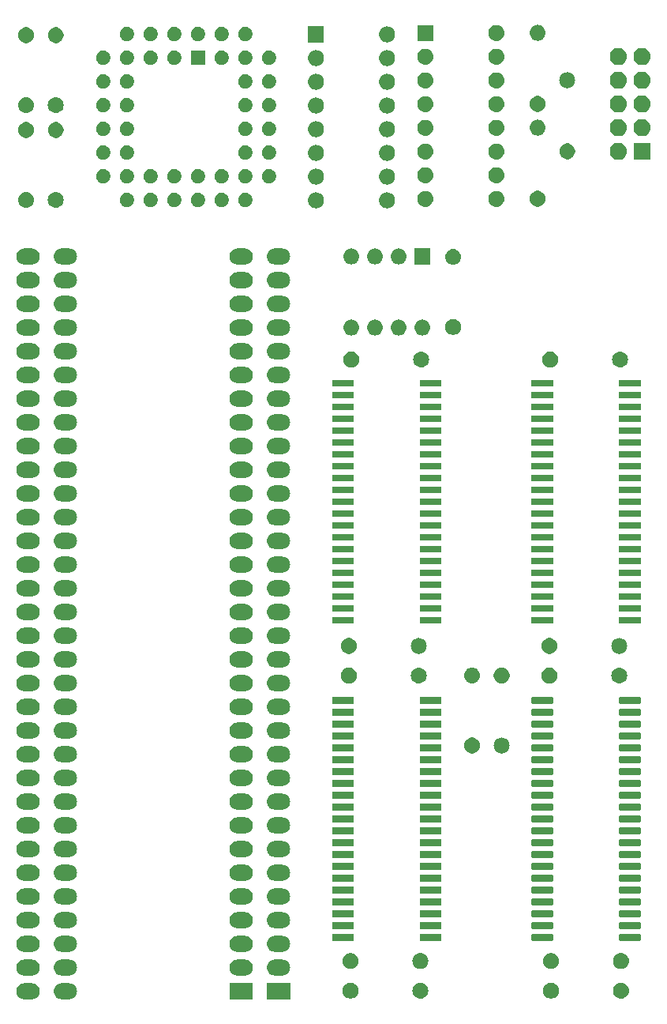
<source format=gts>
G04 #@! TF.GenerationSoftware,KiCad,Pcbnew,(5.1.2-1)-1*
G04 #@! TF.CreationDate,2020-02-09T18:59:33+00:00*
G04 #@! TF.ProjectId,A500 FastRAM,41353030-2046-4617-9374-52414d2e6b69,rev?*
G04 #@! TF.SameCoordinates,Original*
G04 #@! TF.FileFunction,Soldermask,Top*
G04 #@! TF.FilePolarity,Negative*
%FSLAX46Y46*%
G04 Gerber Fmt 4.6, Leading zero omitted, Abs format (unit mm)*
G04 Created by KiCad (PCBNEW (5.1.2-1)-1) date 2020-02-09 18:59:33*
%MOMM*%
%LPD*%
G04 APERTURE LIST*
%ADD10C,0.100000*%
G04 APERTURE END LIST*
D10*
G36*
X108251000Y-127851000D02*
G01*
X105749000Y-127851000D01*
X105749000Y-126149000D01*
X108251000Y-126149000D01*
X108251000Y-127851000D01*
X108251000Y-127851000D01*
G37*
G36*
X104251000Y-127851000D02*
G01*
X101749000Y-127851000D01*
X101749000Y-126149000D01*
X104251000Y-126149000D01*
X104251000Y-127851000D01*
X104251000Y-127851000D01*
G37*
G36*
X84706823Y-126161313D02*
G01*
X84867242Y-126209976D01*
X84996349Y-126278985D01*
X85015078Y-126288996D01*
X85144659Y-126395341D01*
X85251004Y-126524922D01*
X85251005Y-126524924D01*
X85330024Y-126672758D01*
X85378687Y-126833177D01*
X85395117Y-127000000D01*
X85378687Y-127166823D01*
X85330024Y-127327242D01*
X85259114Y-127459906D01*
X85251004Y-127475078D01*
X85144659Y-127604659D01*
X85015078Y-127711004D01*
X85015076Y-127711005D01*
X84867242Y-127790024D01*
X84706823Y-127838687D01*
X84581804Y-127851000D01*
X83698196Y-127851000D01*
X83573177Y-127838687D01*
X83412758Y-127790024D01*
X83264924Y-127711005D01*
X83264922Y-127711004D01*
X83135341Y-127604659D01*
X83028996Y-127475078D01*
X83020886Y-127459906D01*
X82949976Y-127327242D01*
X82901313Y-127166823D01*
X82884883Y-127000000D01*
X82901313Y-126833177D01*
X82949976Y-126672758D01*
X83028995Y-126524924D01*
X83028996Y-126524922D01*
X83135341Y-126395341D01*
X83264922Y-126288996D01*
X83283651Y-126278985D01*
X83412758Y-126209976D01*
X83573177Y-126161313D01*
X83698196Y-126149000D01*
X84581804Y-126149000D01*
X84706823Y-126161313D01*
X84706823Y-126161313D01*
G37*
G36*
X80706823Y-126161313D02*
G01*
X80867242Y-126209976D01*
X80996349Y-126278985D01*
X81015078Y-126288996D01*
X81144659Y-126395341D01*
X81251004Y-126524922D01*
X81251005Y-126524924D01*
X81330024Y-126672758D01*
X81378687Y-126833177D01*
X81395117Y-127000000D01*
X81378687Y-127166823D01*
X81330024Y-127327242D01*
X81259114Y-127459906D01*
X81251004Y-127475078D01*
X81144659Y-127604659D01*
X81015078Y-127711004D01*
X81015076Y-127711005D01*
X80867242Y-127790024D01*
X80706823Y-127838687D01*
X80581804Y-127851000D01*
X79698196Y-127851000D01*
X79573177Y-127838687D01*
X79412758Y-127790024D01*
X79264924Y-127711005D01*
X79264922Y-127711004D01*
X79135341Y-127604659D01*
X79028996Y-127475078D01*
X79020886Y-127459906D01*
X78949976Y-127327242D01*
X78901313Y-127166823D01*
X78884883Y-127000000D01*
X78901313Y-126833177D01*
X78949976Y-126672758D01*
X79028995Y-126524924D01*
X79028996Y-126524922D01*
X79135341Y-126395341D01*
X79264922Y-126288996D01*
X79283651Y-126278985D01*
X79412758Y-126209976D01*
X79573177Y-126161313D01*
X79698196Y-126149000D01*
X80581804Y-126149000D01*
X80706823Y-126161313D01*
X80706823Y-126161313D01*
G37*
G36*
X143898823Y-126101313D02*
G01*
X144059242Y-126149976D01*
X144126361Y-126185852D01*
X144207078Y-126228996D01*
X144336659Y-126335341D01*
X144443004Y-126464922D01*
X144443005Y-126464924D01*
X144522024Y-126612758D01*
X144570687Y-126773177D01*
X144587117Y-126940000D01*
X144570687Y-127106823D01*
X144522024Y-127267242D01*
X144481477Y-127343100D01*
X144443004Y-127415078D01*
X144336659Y-127544659D01*
X144207078Y-127651004D01*
X144207076Y-127651005D01*
X144059242Y-127730024D01*
X143898823Y-127778687D01*
X143773804Y-127791000D01*
X143690196Y-127791000D01*
X143565177Y-127778687D01*
X143404758Y-127730024D01*
X143256924Y-127651005D01*
X143256922Y-127651004D01*
X143127341Y-127544659D01*
X143020996Y-127415078D01*
X142982523Y-127343100D01*
X142941976Y-127267242D01*
X142893313Y-127106823D01*
X142876883Y-126940000D01*
X142893313Y-126773177D01*
X142941976Y-126612758D01*
X143020995Y-126464924D01*
X143020996Y-126464922D01*
X143127341Y-126335341D01*
X143256922Y-126228996D01*
X143337639Y-126185852D01*
X143404758Y-126149976D01*
X143565177Y-126101313D01*
X143690196Y-126089000D01*
X143773804Y-126089000D01*
X143898823Y-126101313D01*
X143898823Y-126101313D01*
G37*
G36*
X136480228Y-126121703D02*
G01*
X136635100Y-126185853D01*
X136774481Y-126278985D01*
X136893015Y-126397519D01*
X136986147Y-126536900D01*
X137050297Y-126691772D01*
X137083000Y-126856184D01*
X137083000Y-127023816D01*
X137050297Y-127188228D01*
X136986147Y-127343100D01*
X136893015Y-127482481D01*
X136774481Y-127601015D01*
X136635100Y-127694147D01*
X136480228Y-127758297D01*
X136315816Y-127791000D01*
X136148184Y-127791000D01*
X135983772Y-127758297D01*
X135828900Y-127694147D01*
X135689519Y-127601015D01*
X135570985Y-127482481D01*
X135477853Y-127343100D01*
X135413703Y-127188228D01*
X135381000Y-127023816D01*
X135381000Y-126856184D01*
X135413703Y-126691772D01*
X135477853Y-126536900D01*
X135570985Y-126397519D01*
X135689519Y-126278985D01*
X135828900Y-126185853D01*
X135983772Y-126121703D01*
X136148184Y-126089000D01*
X136315816Y-126089000D01*
X136480228Y-126121703D01*
X136480228Y-126121703D01*
G37*
G36*
X122388823Y-126101313D02*
G01*
X122549242Y-126149976D01*
X122616361Y-126185852D01*
X122697078Y-126228996D01*
X122826659Y-126335341D01*
X122933004Y-126464922D01*
X122933005Y-126464924D01*
X123012024Y-126612758D01*
X123060687Y-126773177D01*
X123077117Y-126940000D01*
X123060687Y-127106823D01*
X123012024Y-127267242D01*
X122971477Y-127343100D01*
X122933004Y-127415078D01*
X122826659Y-127544659D01*
X122697078Y-127651004D01*
X122697076Y-127651005D01*
X122549242Y-127730024D01*
X122388823Y-127778687D01*
X122263804Y-127791000D01*
X122180196Y-127791000D01*
X122055177Y-127778687D01*
X121894758Y-127730024D01*
X121746924Y-127651005D01*
X121746922Y-127651004D01*
X121617341Y-127544659D01*
X121510996Y-127415078D01*
X121472523Y-127343100D01*
X121431976Y-127267242D01*
X121383313Y-127106823D01*
X121366883Y-126940000D01*
X121383313Y-126773177D01*
X121431976Y-126612758D01*
X121510995Y-126464924D01*
X121510996Y-126464922D01*
X121617341Y-126335341D01*
X121746922Y-126228996D01*
X121827639Y-126185852D01*
X121894758Y-126149976D01*
X122055177Y-126101313D01*
X122180196Y-126089000D01*
X122263804Y-126089000D01*
X122388823Y-126101313D01*
X122388823Y-126101313D01*
G37*
G36*
X114970228Y-126121703D02*
G01*
X115125100Y-126185853D01*
X115264481Y-126278985D01*
X115383015Y-126397519D01*
X115476147Y-126536900D01*
X115540297Y-126691772D01*
X115573000Y-126856184D01*
X115573000Y-127023816D01*
X115540297Y-127188228D01*
X115476147Y-127343100D01*
X115383015Y-127482481D01*
X115264481Y-127601015D01*
X115125100Y-127694147D01*
X114970228Y-127758297D01*
X114805816Y-127791000D01*
X114638184Y-127791000D01*
X114473772Y-127758297D01*
X114318900Y-127694147D01*
X114179519Y-127601015D01*
X114060985Y-127482481D01*
X113967853Y-127343100D01*
X113903703Y-127188228D01*
X113871000Y-127023816D01*
X113871000Y-126856184D01*
X113903703Y-126691772D01*
X113967853Y-126536900D01*
X114060985Y-126397519D01*
X114179519Y-126278985D01*
X114318900Y-126185853D01*
X114473772Y-126121703D01*
X114638184Y-126089000D01*
X114805816Y-126089000D01*
X114970228Y-126121703D01*
X114970228Y-126121703D01*
G37*
G36*
X84706823Y-123621313D02*
G01*
X84867242Y-123669976D01*
X84999906Y-123740886D01*
X85015078Y-123748996D01*
X85144659Y-123855341D01*
X85251004Y-123984922D01*
X85251005Y-123984924D01*
X85330024Y-124132758D01*
X85378687Y-124293177D01*
X85395117Y-124460000D01*
X85378687Y-124626823D01*
X85330024Y-124787242D01*
X85259114Y-124919906D01*
X85251004Y-124935078D01*
X85144659Y-125064659D01*
X85015078Y-125171004D01*
X85015076Y-125171005D01*
X84867242Y-125250024D01*
X84706823Y-125298687D01*
X84581804Y-125311000D01*
X83698196Y-125311000D01*
X83573177Y-125298687D01*
X83412758Y-125250024D01*
X83264924Y-125171005D01*
X83264922Y-125171004D01*
X83135341Y-125064659D01*
X83028996Y-124935078D01*
X83020886Y-124919906D01*
X82949976Y-124787242D01*
X82901313Y-124626823D01*
X82884883Y-124460000D01*
X82901313Y-124293177D01*
X82949976Y-124132758D01*
X83028995Y-123984924D01*
X83028996Y-123984922D01*
X83135341Y-123855341D01*
X83264922Y-123748996D01*
X83280094Y-123740886D01*
X83412758Y-123669976D01*
X83573177Y-123621313D01*
X83698196Y-123609000D01*
X84581804Y-123609000D01*
X84706823Y-123621313D01*
X84706823Y-123621313D01*
G37*
G36*
X80706823Y-123621313D02*
G01*
X80867242Y-123669976D01*
X80999906Y-123740886D01*
X81015078Y-123748996D01*
X81144659Y-123855341D01*
X81251004Y-123984922D01*
X81251005Y-123984924D01*
X81330024Y-124132758D01*
X81378687Y-124293177D01*
X81395117Y-124460000D01*
X81378687Y-124626823D01*
X81330024Y-124787242D01*
X81259114Y-124919906D01*
X81251004Y-124935078D01*
X81144659Y-125064659D01*
X81015078Y-125171004D01*
X81015076Y-125171005D01*
X80867242Y-125250024D01*
X80706823Y-125298687D01*
X80581804Y-125311000D01*
X79698196Y-125311000D01*
X79573177Y-125298687D01*
X79412758Y-125250024D01*
X79264924Y-125171005D01*
X79264922Y-125171004D01*
X79135341Y-125064659D01*
X79028996Y-124935078D01*
X79020886Y-124919906D01*
X78949976Y-124787242D01*
X78901313Y-124626823D01*
X78884883Y-124460000D01*
X78901313Y-124293177D01*
X78949976Y-124132758D01*
X79028995Y-123984924D01*
X79028996Y-123984922D01*
X79135341Y-123855341D01*
X79264922Y-123748996D01*
X79280094Y-123740886D01*
X79412758Y-123669976D01*
X79573177Y-123621313D01*
X79698196Y-123609000D01*
X80581804Y-123609000D01*
X80706823Y-123621313D01*
X80706823Y-123621313D01*
G37*
G36*
X107566823Y-123621313D02*
G01*
X107727242Y-123669976D01*
X107859906Y-123740886D01*
X107875078Y-123748996D01*
X108004659Y-123855341D01*
X108111004Y-123984922D01*
X108111005Y-123984924D01*
X108190024Y-124132758D01*
X108238687Y-124293177D01*
X108255117Y-124460000D01*
X108238687Y-124626823D01*
X108190024Y-124787242D01*
X108119114Y-124919906D01*
X108111004Y-124935078D01*
X108004659Y-125064659D01*
X107875078Y-125171004D01*
X107875076Y-125171005D01*
X107727242Y-125250024D01*
X107566823Y-125298687D01*
X107441804Y-125311000D01*
X106558196Y-125311000D01*
X106433177Y-125298687D01*
X106272758Y-125250024D01*
X106124924Y-125171005D01*
X106124922Y-125171004D01*
X105995341Y-125064659D01*
X105888996Y-124935078D01*
X105880886Y-124919906D01*
X105809976Y-124787242D01*
X105761313Y-124626823D01*
X105744883Y-124460000D01*
X105761313Y-124293177D01*
X105809976Y-124132758D01*
X105888995Y-123984924D01*
X105888996Y-123984922D01*
X105995341Y-123855341D01*
X106124922Y-123748996D01*
X106140094Y-123740886D01*
X106272758Y-123669976D01*
X106433177Y-123621313D01*
X106558196Y-123609000D01*
X107441804Y-123609000D01*
X107566823Y-123621313D01*
X107566823Y-123621313D01*
G37*
G36*
X103566823Y-123621313D02*
G01*
X103727242Y-123669976D01*
X103859906Y-123740886D01*
X103875078Y-123748996D01*
X104004659Y-123855341D01*
X104111004Y-123984922D01*
X104111005Y-123984924D01*
X104190024Y-124132758D01*
X104238687Y-124293177D01*
X104255117Y-124460000D01*
X104238687Y-124626823D01*
X104190024Y-124787242D01*
X104119114Y-124919906D01*
X104111004Y-124935078D01*
X104004659Y-125064659D01*
X103875078Y-125171004D01*
X103875076Y-125171005D01*
X103727242Y-125250024D01*
X103566823Y-125298687D01*
X103441804Y-125311000D01*
X102558196Y-125311000D01*
X102433177Y-125298687D01*
X102272758Y-125250024D01*
X102124924Y-125171005D01*
X102124922Y-125171004D01*
X101995341Y-125064659D01*
X101888996Y-124935078D01*
X101880886Y-124919906D01*
X101809976Y-124787242D01*
X101761313Y-124626823D01*
X101744883Y-124460000D01*
X101761313Y-124293177D01*
X101809976Y-124132758D01*
X101888995Y-123984924D01*
X101888996Y-123984922D01*
X101995341Y-123855341D01*
X102124922Y-123748996D01*
X102140094Y-123740886D01*
X102272758Y-123669976D01*
X102433177Y-123621313D01*
X102558196Y-123609000D01*
X103441804Y-123609000D01*
X103566823Y-123621313D01*
X103566823Y-123621313D01*
G37*
G36*
X114970228Y-122947703D02*
G01*
X115125100Y-123011853D01*
X115264481Y-123104985D01*
X115383015Y-123223519D01*
X115476147Y-123362900D01*
X115540297Y-123517772D01*
X115573000Y-123682184D01*
X115573000Y-123849816D01*
X115540297Y-124014228D01*
X115476147Y-124169100D01*
X115383015Y-124308481D01*
X115264481Y-124427015D01*
X115125100Y-124520147D01*
X114970228Y-124584297D01*
X114805816Y-124617000D01*
X114638184Y-124617000D01*
X114473772Y-124584297D01*
X114318900Y-124520147D01*
X114179519Y-124427015D01*
X114060985Y-124308481D01*
X113967853Y-124169100D01*
X113903703Y-124014228D01*
X113871000Y-123849816D01*
X113871000Y-123682184D01*
X113903703Y-123517772D01*
X113967853Y-123362900D01*
X114060985Y-123223519D01*
X114179519Y-123104985D01*
X114318900Y-123011853D01*
X114473772Y-122947703D01*
X114638184Y-122915000D01*
X114805816Y-122915000D01*
X114970228Y-122947703D01*
X114970228Y-122947703D01*
G37*
G36*
X122388823Y-122927313D02*
G01*
X122549242Y-122975976D01*
X122616361Y-123011852D01*
X122697078Y-123054996D01*
X122826659Y-123161341D01*
X122933004Y-123290922D01*
X122933005Y-123290924D01*
X123012024Y-123438758D01*
X123060687Y-123599177D01*
X123077117Y-123766000D01*
X123060687Y-123932823D01*
X123012024Y-124093242D01*
X122971477Y-124169100D01*
X122933004Y-124241078D01*
X122826659Y-124370659D01*
X122697078Y-124477004D01*
X122697076Y-124477005D01*
X122549242Y-124556024D01*
X122388823Y-124604687D01*
X122263804Y-124617000D01*
X122180196Y-124617000D01*
X122055177Y-124604687D01*
X121894758Y-124556024D01*
X121746924Y-124477005D01*
X121746922Y-124477004D01*
X121617341Y-124370659D01*
X121510996Y-124241078D01*
X121472523Y-124169100D01*
X121431976Y-124093242D01*
X121383313Y-123932823D01*
X121366883Y-123766000D01*
X121383313Y-123599177D01*
X121431976Y-123438758D01*
X121510995Y-123290924D01*
X121510996Y-123290922D01*
X121617341Y-123161341D01*
X121746922Y-123054996D01*
X121827639Y-123011852D01*
X121894758Y-122975976D01*
X122055177Y-122927313D01*
X122180196Y-122915000D01*
X122263804Y-122915000D01*
X122388823Y-122927313D01*
X122388823Y-122927313D01*
G37*
G36*
X136480228Y-122947703D02*
G01*
X136635100Y-123011853D01*
X136774481Y-123104985D01*
X136893015Y-123223519D01*
X136986147Y-123362900D01*
X137050297Y-123517772D01*
X137083000Y-123682184D01*
X137083000Y-123849816D01*
X137050297Y-124014228D01*
X136986147Y-124169100D01*
X136893015Y-124308481D01*
X136774481Y-124427015D01*
X136635100Y-124520147D01*
X136480228Y-124584297D01*
X136315816Y-124617000D01*
X136148184Y-124617000D01*
X135983772Y-124584297D01*
X135828900Y-124520147D01*
X135689519Y-124427015D01*
X135570985Y-124308481D01*
X135477853Y-124169100D01*
X135413703Y-124014228D01*
X135381000Y-123849816D01*
X135381000Y-123682184D01*
X135413703Y-123517772D01*
X135477853Y-123362900D01*
X135570985Y-123223519D01*
X135689519Y-123104985D01*
X135828900Y-123011853D01*
X135983772Y-122947703D01*
X136148184Y-122915000D01*
X136315816Y-122915000D01*
X136480228Y-122947703D01*
X136480228Y-122947703D01*
G37*
G36*
X143898823Y-122927313D02*
G01*
X144059242Y-122975976D01*
X144126361Y-123011852D01*
X144207078Y-123054996D01*
X144336659Y-123161341D01*
X144443004Y-123290922D01*
X144443005Y-123290924D01*
X144522024Y-123438758D01*
X144570687Y-123599177D01*
X144587117Y-123766000D01*
X144570687Y-123932823D01*
X144522024Y-124093242D01*
X144481477Y-124169100D01*
X144443004Y-124241078D01*
X144336659Y-124370659D01*
X144207078Y-124477004D01*
X144207076Y-124477005D01*
X144059242Y-124556024D01*
X143898823Y-124604687D01*
X143773804Y-124617000D01*
X143690196Y-124617000D01*
X143565177Y-124604687D01*
X143404758Y-124556024D01*
X143256924Y-124477005D01*
X143256922Y-124477004D01*
X143127341Y-124370659D01*
X143020996Y-124241078D01*
X142982523Y-124169100D01*
X142941976Y-124093242D01*
X142893313Y-123932823D01*
X142876883Y-123766000D01*
X142893313Y-123599177D01*
X142941976Y-123438758D01*
X143020995Y-123290924D01*
X143020996Y-123290922D01*
X143127341Y-123161341D01*
X143256922Y-123054996D01*
X143337639Y-123011852D01*
X143404758Y-122975976D01*
X143565177Y-122927313D01*
X143690196Y-122915000D01*
X143773804Y-122915000D01*
X143898823Y-122927313D01*
X143898823Y-122927313D01*
G37*
G36*
X103566823Y-121081313D02*
G01*
X103727242Y-121129976D01*
X103859906Y-121200886D01*
X103875078Y-121208996D01*
X104004659Y-121315341D01*
X104111004Y-121444922D01*
X104111005Y-121444924D01*
X104190024Y-121592758D01*
X104238687Y-121753177D01*
X104255117Y-121920000D01*
X104238687Y-122086823D01*
X104190024Y-122247242D01*
X104119114Y-122379906D01*
X104111004Y-122395078D01*
X104004659Y-122524659D01*
X103875078Y-122631004D01*
X103875076Y-122631005D01*
X103727242Y-122710024D01*
X103566823Y-122758687D01*
X103441804Y-122771000D01*
X102558196Y-122771000D01*
X102433177Y-122758687D01*
X102272758Y-122710024D01*
X102124924Y-122631005D01*
X102124922Y-122631004D01*
X101995341Y-122524659D01*
X101888996Y-122395078D01*
X101880886Y-122379906D01*
X101809976Y-122247242D01*
X101761313Y-122086823D01*
X101744883Y-121920000D01*
X101761313Y-121753177D01*
X101809976Y-121592758D01*
X101888995Y-121444924D01*
X101888996Y-121444922D01*
X101995341Y-121315341D01*
X102124922Y-121208996D01*
X102140094Y-121200886D01*
X102272758Y-121129976D01*
X102433177Y-121081313D01*
X102558196Y-121069000D01*
X103441804Y-121069000D01*
X103566823Y-121081313D01*
X103566823Y-121081313D01*
G37*
G36*
X80706823Y-121081313D02*
G01*
X80867242Y-121129976D01*
X80999906Y-121200886D01*
X81015078Y-121208996D01*
X81144659Y-121315341D01*
X81251004Y-121444922D01*
X81251005Y-121444924D01*
X81330024Y-121592758D01*
X81378687Y-121753177D01*
X81395117Y-121920000D01*
X81378687Y-122086823D01*
X81330024Y-122247242D01*
X81259114Y-122379906D01*
X81251004Y-122395078D01*
X81144659Y-122524659D01*
X81015078Y-122631004D01*
X81015076Y-122631005D01*
X80867242Y-122710024D01*
X80706823Y-122758687D01*
X80581804Y-122771000D01*
X79698196Y-122771000D01*
X79573177Y-122758687D01*
X79412758Y-122710024D01*
X79264924Y-122631005D01*
X79264922Y-122631004D01*
X79135341Y-122524659D01*
X79028996Y-122395078D01*
X79020886Y-122379906D01*
X78949976Y-122247242D01*
X78901313Y-122086823D01*
X78884883Y-121920000D01*
X78901313Y-121753177D01*
X78949976Y-121592758D01*
X79028995Y-121444924D01*
X79028996Y-121444922D01*
X79135341Y-121315341D01*
X79264922Y-121208996D01*
X79280094Y-121200886D01*
X79412758Y-121129976D01*
X79573177Y-121081313D01*
X79698196Y-121069000D01*
X80581804Y-121069000D01*
X80706823Y-121081313D01*
X80706823Y-121081313D01*
G37*
G36*
X107566823Y-121081313D02*
G01*
X107727242Y-121129976D01*
X107859906Y-121200886D01*
X107875078Y-121208996D01*
X108004659Y-121315341D01*
X108111004Y-121444922D01*
X108111005Y-121444924D01*
X108190024Y-121592758D01*
X108238687Y-121753177D01*
X108255117Y-121920000D01*
X108238687Y-122086823D01*
X108190024Y-122247242D01*
X108119114Y-122379906D01*
X108111004Y-122395078D01*
X108004659Y-122524659D01*
X107875078Y-122631004D01*
X107875076Y-122631005D01*
X107727242Y-122710024D01*
X107566823Y-122758687D01*
X107441804Y-122771000D01*
X106558196Y-122771000D01*
X106433177Y-122758687D01*
X106272758Y-122710024D01*
X106124924Y-122631005D01*
X106124922Y-122631004D01*
X105995341Y-122524659D01*
X105888996Y-122395078D01*
X105880886Y-122379906D01*
X105809976Y-122247242D01*
X105761313Y-122086823D01*
X105744883Y-121920000D01*
X105761313Y-121753177D01*
X105809976Y-121592758D01*
X105888995Y-121444924D01*
X105888996Y-121444922D01*
X105995341Y-121315341D01*
X106124922Y-121208996D01*
X106140094Y-121200886D01*
X106272758Y-121129976D01*
X106433177Y-121081313D01*
X106558196Y-121069000D01*
X107441804Y-121069000D01*
X107566823Y-121081313D01*
X107566823Y-121081313D01*
G37*
G36*
X84706823Y-121081313D02*
G01*
X84867242Y-121129976D01*
X84999906Y-121200886D01*
X85015078Y-121208996D01*
X85144659Y-121315341D01*
X85251004Y-121444922D01*
X85251005Y-121444924D01*
X85330024Y-121592758D01*
X85378687Y-121753177D01*
X85395117Y-121920000D01*
X85378687Y-122086823D01*
X85330024Y-122247242D01*
X85259114Y-122379906D01*
X85251004Y-122395078D01*
X85144659Y-122524659D01*
X85015078Y-122631004D01*
X85015076Y-122631005D01*
X84867242Y-122710024D01*
X84706823Y-122758687D01*
X84581804Y-122771000D01*
X83698196Y-122771000D01*
X83573177Y-122758687D01*
X83412758Y-122710024D01*
X83264924Y-122631005D01*
X83264922Y-122631004D01*
X83135341Y-122524659D01*
X83028996Y-122395078D01*
X83020886Y-122379906D01*
X82949976Y-122247242D01*
X82901313Y-122086823D01*
X82884883Y-121920000D01*
X82901313Y-121753177D01*
X82949976Y-121592758D01*
X83028995Y-121444924D01*
X83028996Y-121444922D01*
X83135341Y-121315341D01*
X83264922Y-121208996D01*
X83280094Y-121200886D01*
X83412758Y-121129976D01*
X83573177Y-121081313D01*
X83698196Y-121069000D01*
X84581804Y-121069000D01*
X84706823Y-121081313D01*
X84706823Y-121081313D01*
G37*
G36*
X115034239Y-120890849D02*
G01*
X115046396Y-120894537D01*
X115057599Y-120900525D01*
X115067417Y-120908583D01*
X115075475Y-120918401D01*
X115081463Y-120929604D01*
X115085151Y-120941761D01*
X115087000Y-120960538D01*
X115087000Y-121519462D01*
X115085151Y-121538239D01*
X115081463Y-121550396D01*
X115075475Y-121561599D01*
X115067417Y-121571417D01*
X115057599Y-121579475D01*
X115046396Y-121585463D01*
X115034239Y-121589151D01*
X115015462Y-121591000D01*
X112856538Y-121591000D01*
X112837761Y-121589151D01*
X112825604Y-121585463D01*
X112814401Y-121579475D01*
X112804583Y-121571417D01*
X112796525Y-121561599D01*
X112790537Y-121550396D01*
X112786849Y-121538239D01*
X112785000Y-121519462D01*
X112785000Y-120960538D01*
X112786849Y-120941761D01*
X112790537Y-120929604D01*
X112796525Y-120918401D01*
X112804583Y-120908583D01*
X112814401Y-120900525D01*
X112825604Y-120894537D01*
X112837761Y-120890849D01*
X112856538Y-120889000D01*
X115015462Y-120889000D01*
X115034239Y-120890849D01*
X115034239Y-120890849D01*
G37*
G36*
X124434239Y-120890849D02*
G01*
X124446396Y-120894537D01*
X124457599Y-120900525D01*
X124467417Y-120908583D01*
X124475475Y-120918401D01*
X124481463Y-120929604D01*
X124485151Y-120941761D01*
X124487000Y-120960538D01*
X124487000Y-121519462D01*
X124485151Y-121538239D01*
X124481463Y-121550396D01*
X124475475Y-121561599D01*
X124467417Y-121571417D01*
X124457599Y-121579475D01*
X124446396Y-121585463D01*
X124434239Y-121589151D01*
X124415462Y-121591000D01*
X122256538Y-121591000D01*
X122237761Y-121589151D01*
X122225604Y-121585463D01*
X122214401Y-121579475D01*
X122204583Y-121571417D01*
X122196525Y-121561599D01*
X122190537Y-121550396D01*
X122186849Y-121538239D01*
X122185000Y-121519462D01*
X122185000Y-120960538D01*
X122186849Y-120941761D01*
X122190537Y-120929604D01*
X122196525Y-120918401D01*
X122204583Y-120908583D01*
X122214401Y-120900525D01*
X122225604Y-120894537D01*
X122237761Y-120890849D01*
X122256538Y-120889000D01*
X124415462Y-120889000D01*
X124434239Y-120890849D01*
X124434239Y-120890849D01*
G37*
G36*
X136399239Y-120890849D02*
G01*
X136411396Y-120894537D01*
X136422599Y-120900525D01*
X136432417Y-120908583D01*
X136440475Y-120918401D01*
X136446463Y-120929604D01*
X136450151Y-120941761D01*
X136452000Y-120960538D01*
X136452000Y-121519462D01*
X136450151Y-121538239D01*
X136446463Y-121550396D01*
X136440475Y-121561599D01*
X136432417Y-121571417D01*
X136422599Y-121579475D01*
X136411396Y-121585463D01*
X136399239Y-121589151D01*
X136380462Y-121591000D01*
X134221538Y-121591000D01*
X134202761Y-121589151D01*
X134190604Y-121585463D01*
X134179401Y-121579475D01*
X134169583Y-121571417D01*
X134161525Y-121561599D01*
X134155537Y-121550396D01*
X134151849Y-121538239D01*
X134150000Y-121519462D01*
X134150000Y-120960538D01*
X134151849Y-120941761D01*
X134155537Y-120929604D01*
X134161525Y-120918401D01*
X134169583Y-120908583D01*
X134179401Y-120900525D01*
X134190604Y-120894537D01*
X134202761Y-120890849D01*
X134221538Y-120889000D01*
X136380462Y-120889000D01*
X136399239Y-120890849D01*
X136399239Y-120890849D01*
G37*
G36*
X145799239Y-120890849D02*
G01*
X145811396Y-120894537D01*
X145822599Y-120900525D01*
X145832417Y-120908583D01*
X145840475Y-120918401D01*
X145846463Y-120929604D01*
X145850151Y-120941761D01*
X145852000Y-120960538D01*
X145852000Y-121519462D01*
X145850151Y-121538239D01*
X145846463Y-121550396D01*
X145840475Y-121561599D01*
X145832417Y-121571417D01*
X145822599Y-121579475D01*
X145811396Y-121585463D01*
X145799239Y-121589151D01*
X145780462Y-121591000D01*
X143621538Y-121591000D01*
X143602761Y-121589151D01*
X143590604Y-121585463D01*
X143579401Y-121579475D01*
X143569583Y-121571417D01*
X143561525Y-121561599D01*
X143555537Y-121550396D01*
X143551849Y-121538239D01*
X143550000Y-121519462D01*
X143550000Y-120960538D01*
X143551849Y-120941761D01*
X143555537Y-120929604D01*
X143561525Y-120918401D01*
X143569583Y-120908583D01*
X143579401Y-120900525D01*
X143590604Y-120894537D01*
X143602761Y-120890849D01*
X143621538Y-120889000D01*
X145780462Y-120889000D01*
X145799239Y-120890849D01*
X145799239Y-120890849D01*
G37*
G36*
X115034239Y-119620849D02*
G01*
X115046396Y-119624537D01*
X115057599Y-119630525D01*
X115067417Y-119638583D01*
X115075475Y-119648401D01*
X115081463Y-119659604D01*
X115085151Y-119671761D01*
X115087000Y-119690538D01*
X115087000Y-120249462D01*
X115085151Y-120268239D01*
X115081463Y-120280396D01*
X115075475Y-120291599D01*
X115067417Y-120301417D01*
X115057599Y-120309475D01*
X115046396Y-120315463D01*
X115034239Y-120319151D01*
X115015462Y-120321000D01*
X112856538Y-120321000D01*
X112837761Y-120319151D01*
X112825604Y-120315463D01*
X112814401Y-120309475D01*
X112804583Y-120301417D01*
X112796525Y-120291599D01*
X112790537Y-120280396D01*
X112786849Y-120268239D01*
X112785000Y-120249462D01*
X112785000Y-119690538D01*
X112786849Y-119671761D01*
X112790537Y-119659604D01*
X112796525Y-119648401D01*
X112804583Y-119638583D01*
X112814401Y-119630525D01*
X112825604Y-119624537D01*
X112837761Y-119620849D01*
X112856538Y-119619000D01*
X115015462Y-119619000D01*
X115034239Y-119620849D01*
X115034239Y-119620849D01*
G37*
G36*
X145799239Y-119620849D02*
G01*
X145811396Y-119624537D01*
X145822599Y-119630525D01*
X145832417Y-119638583D01*
X145840475Y-119648401D01*
X145846463Y-119659604D01*
X145850151Y-119671761D01*
X145852000Y-119690538D01*
X145852000Y-120249462D01*
X145850151Y-120268239D01*
X145846463Y-120280396D01*
X145840475Y-120291599D01*
X145832417Y-120301417D01*
X145822599Y-120309475D01*
X145811396Y-120315463D01*
X145799239Y-120319151D01*
X145780462Y-120321000D01*
X143621538Y-120321000D01*
X143602761Y-120319151D01*
X143590604Y-120315463D01*
X143579401Y-120309475D01*
X143569583Y-120301417D01*
X143561525Y-120291599D01*
X143555537Y-120280396D01*
X143551849Y-120268239D01*
X143550000Y-120249462D01*
X143550000Y-119690538D01*
X143551849Y-119671761D01*
X143555537Y-119659604D01*
X143561525Y-119648401D01*
X143569583Y-119638583D01*
X143579401Y-119630525D01*
X143590604Y-119624537D01*
X143602761Y-119620849D01*
X143621538Y-119619000D01*
X145780462Y-119619000D01*
X145799239Y-119620849D01*
X145799239Y-119620849D01*
G37*
G36*
X124434239Y-119620849D02*
G01*
X124446396Y-119624537D01*
X124457599Y-119630525D01*
X124467417Y-119638583D01*
X124475475Y-119648401D01*
X124481463Y-119659604D01*
X124485151Y-119671761D01*
X124487000Y-119690538D01*
X124487000Y-120249462D01*
X124485151Y-120268239D01*
X124481463Y-120280396D01*
X124475475Y-120291599D01*
X124467417Y-120301417D01*
X124457599Y-120309475D01*
X124446396Y-120315463D01*
X124434239Y-120319151D01*
X124415462Y-120321000D01*
X122256538Y-120321000D01*
X122237761Y-120319151D01*
X122225604Y-120315463D01*
X122214401Y-120309475D01*
X122204583Y-120301417D01*
X122196525Y-120291599D01*
X122190537Y-120280396D01*
X122186849Y-120268239D01*
X122185000Y-120249462D01*
X122185000Y-119690538D01*
X122186849Y-119671761D01*
X122190537Y-119659604D01*
X122196525Y-119648401D01*
X122204583Y-119638583D01*
X122214401Y-119630525D01*
X122225604Y-119624537D01*
X122237761Y-119620849D01*
X122256538Y-119619000D01*
X124415462Y-119619000D01*
X124434239Y-119620849D01*
X124434239Y-119620849D01*
G37*
G36*
X136399239Y-119620849D02*
G01*
X136411396Y-119624537D01*
X136422599Y-119630525D01*
X136432417Y-119638583D01*
X136440475Y-119648401D01*
X136446463Y-119659604D01*
X136450151Y-119671761D01*
X136452000Y-119690538D01*
X136452000Y-120249462D01*
X136450151Y-120268239D01*
X136446463Y-120280396D01*
X136440475Y-120291599D01*
X136432417Y-120301417D01*
X136422599Y-120309475D01*
X136411396Y-120315463D01*
X136399239Y-120319151D01*
X136380462Y-120321000D01*
X134221538Y-120321000D01*
X134202761Y-120319151D01*
X134190604Y-120315463D01*
X134179401Y-120309475D01*
X134169583Y-120301417D01*
X134161525Y-120291599D01*
X134155537Y-120280396D01*
X134151849Y-120268239D01*
X134150000Y-120249462D01*
X134150000Y-119690538D01*
X134151849Y-119671761D01*
X134155537Y-119659604D01*
X134161525Y-119648401D01*
X134169583Y-119638583D01*
X134179401Y-119630525D01*
X134190604Y-119624537D01*
X134202761Y-119620849D01*
X134221538Y-119619000D01*
X136380462Y-119619000D01*
X136399239Y-119620849D01*
X136399239Y-119620849D01*
G37*
G36*
X84706823Y-118541313D02*
G01*
X84867242Y-118589976D01*
X84999906Y-118660886D01*
X85015078Y-118668996D01*
X85144659Y-118775341D01*
X85251004Y-118904922D01*
X85251005Y-118904924D01*
X85330024Y-119052758D01*
X85378687Y-119213177D01*
X85395117Y-119380000D01*
X85378687Y-119546823D01*
X85330024Y-119707242D01*
X85302145Y-119759400D01*
X85251004Y-119855078D01*
X85144659Y-119984659D01*
X85015078Y-120091004D01*
X85015076Y-120091005D01*
X84867242Y-120170024D01*
X84706823Y-120218687D01*
X84581804Y-120231000D01*
X83698196Y-120231000D01*
X83573177Y-120218687D01*
X83412758Y-120170024D01*
X83264924Y-120091005D01*
X83264922Y-120091004D01*
X83135341Y-119984659D01*
X83028996Y-119855078D01*
X82977855Y-119759400D01*
X82949976Y-119707242D01*
X82901313Y-119546823D01*
X82884883Y-119380000D01*
X82901313Y-119213177D01*
X82949976Y-119052758D01*
X83028995Y-118904924D01*
X83028996Y-118904922D01*
X83135341Y-118775341D01*
X83264922Y-118668996D01*
X83280094Y-118660886D01*
X83412758Y-118589976D01*
X83573177Y-118541313D01*
X83698196Y-118529000D01*
X84581804Y-118529000D01*
X84706823Y-118541313D01*
X84706823Y-118541313D01*
G37*
G36*
X107566823Y-118541313D02*
G01*
X107727242Y-118589976D01*
X107859906Y-118660886D01*
X107875078Y-118668996D01*
X108004659Y-118775341D01*
X108111004Y-118904922D01*
X108111005Y-118904924D01*
X108190024Y-119052758D01*
X108238687Y-119213177D01*
X108255117Y-119380000D01*
X108238687Y-119546823D01*
X108190024Y-119707242D01*
X108162145Y-119759400D01*
X108111004Y-119855078D01*
X108004659Y-119984659D01*
X107875078Y-120091004D01*
X107875076Y-120091005D01*
X107727242Y-120170024D01*
X107566823Y-120218687D01*
X107441804Y-120231000D01*
X106558196Y-120231000D01*
X106433177Y-120218687D01*
X106272758Y-120170024D01*
X106124924Y-120091005D01*
X106124922Y-120091004D01*
X105995341Y-119984659D01*
X105888996Y-119855078D01*
X105837855Y-119759400D01*
X105809976Y-119707242D01*
X105761313Y-119546823D01*
X105744883Y-119380000D01*
X105761313Y-119213177D01*
X105809976Y-119052758D01*
X105888995Y-118904924D01*
X105888996Y-118904922D01*
X105995341Y-118775341D01*
X106124922Y-118668996D01*
X106140094Y-118660886D01*
X106272758Y-118589976D01*
X106433177Y-118541313D01*
X106558196Y-118529000D01*
X107441804Y-118529000D01*
X107566823Y-118541313D01*
X107566823Y-118541313D01*
G37*
G36*
X103566823Y-118541313D02*
G01*
X103727242Y-118589976D01*
X103859906Y-118660886D01*
X103875078Y-118668996D01*
X104004659Y-118775341D01*
X104111004Y-118904922D01*
X104111005Y-118904924D01*
X104190024Y-119052758D01*
X104238687Y-119213177D01*
X104255117Y-119380000D01*
X104238687Y-119546823D01*
X104190024Y-119707242D01*
X104162145Y-119759400D01*
X104111004Y-119855078D01*
X104004659Y-119984659D01*
X103875078Y-120091004D01*
X103875076Y-120091005D01*
X103727242Y-120170024D01*
X103566823Y-120218687D01*
X103441804Y-120231000D01*
X102558196Y-120231000D01*
X102433177Y-120218687D01*
X102272758Y-120170024D01*
X102124924Y-120091005D01*
X102124922Y-120091004D01*
X101995341Y-119984659D01*
X101888996Y-119855078D01*
X101837855Y-119759400D01*
X101809976Y-119707242D01*
X101761313Y-119546823D01*
X101744883Y-119380000D01*
X101761313Y-119213177D01*
X101809976Y-119052758D01*
X101888995Y-118904924D01*
X101888996Y-118904922D01*
X101995341Y-118775341D01*
X102124922Y-118668996D01*
X102140094Y-118660886D01*
X102272758Y-118589976D01*
X102433177Y-118541313D01*
X102558196Y-118529000D01*
X103441804Y-118529000D01*
X103566823Y-118541313D01*
X103566823Y-118541313D01*
G37*
G36*
X80706823Y-118541313D02*
G01*
X80867242Y-118589976D01*
X80999906Y-118660886D01*
X81015078Y-118668996D01*
X81144659Y-118775341D01*
X81251004Y-118904922D01*
X81251005Y-118904924D01*
X81330024Y-119052758D01*
X81378687Y-119213177D01*
X81395117Y-119380000D01*
X81378687Y-119546823D01*
X81330024Y-119707242D01*
X81302145Y-119759400D01*
X81251004Y-119855078D01*
X81144659Y-119984659D01*
X81015078Y-120091004D01*
X81015076Y-120091005D01*
X80867242Y-120170024D01*
X80706823Y-120218687D01*
X80581804Y-120231000D01*
X79698196Y-120231000D01*
X79573177Y-120218687D01*
X79412758Y-120170024D01*
X79264924Y-120091005D01*
X79264922Y-120091004D01*
X79135341Y-119984659D01*
X79028996Y-119855078D01*
X78977855Y-119759400D01*
X78949976Y-119707242D01*
X78901313Y-119546823D01*
X78884883Y-119380000D01*
X78901313Y-119213177D01*
X78949976Y-119052758D01*
X79028995Y-118904924D01*
X79028996Y-118904922D01*
X79135341Y-118775341D01*
X79264922Y-118668996D01*
X79280094Y-118660886D01*
X79412758Y-118589976D01*
X79573177Y-118541313D01*
X79698196Y-118529000D01*
X80581804Y-118529000D01*
X80706823Y-118541313D01*
X80706823Y-118541313D01*
G37*
G36*
X124434239Y-118350849D02*
G01*
X124446396Y-118354537D01*
X124457599Y-118360525D01*
X124467417Y-118368583D01*
X124475475Y-118378401D01*
X124481463Y-118389604D01*
X124485151Y-118401761D01*
X124487000Y-118420538D01*
X124487000Y-118979462D01*
X124485151Y-118998239D01*
X124481463Y-119010396D01*
X124475475Y-119021599D01*
X124467417Y-119031417D01*
X124457599Y-119039475D01*
X124446396Y-119045463D01*
X124434239Y-119049151D01*
X124415462Y-119051000D01*
X122256538Y-119051000D01*
X122237761Y-119049151D01*
X122225604Y-119045463D01*
X122214401Y-119039475D01*
X122204583Y-119031417D01*
X122196525Y-119021599D01*
X122190537Y-119010396D01*
X122186849Y-118998239D01*
X122185000Y-118979462D01*
X122185000Y-118420538D01*
X122186849Y-118401761D01*
X122190537Y-118389604D01*
X122196525Y-118378401D01*
X122204583Y-118368583D01*
X122214401Y-118360525D01*
X122225604Y-118354537D01*
X122237761Y-118350849D01*
X122256538Y-118349000D01*
X124415462Y-118349000D01*
X124434239Y-118350849D01*
X124434239Y-118350849D01*
G37*
G36*
X115034239Y-118350849D02*
G01*
X115046396Y-118354537D01*
X115057599Y-118360525D01*
X115067417Y-118368583D01*
X115075475Y-118378401D01*
X115081463Y-118389604D01*
X115085151Y-118401761D01*
X115087000Y-118420538D01*
X115087000Y-118979462D01*
X115085151Y-118998239D01*
X115081463Y-119010396D01*
X115075475Y-119021599D01*
X115067417Y-119031417D01*
X115057599Y-119039475D01*
X115046396Y-119045463D01*
X115034239Y-119049151D01*
X115015462Y-119051000D01*
X112856538Y-119051000D01*
X112837761Y-119049151D01*
X112825604Y-119045463D01*
X112814401Y-119039475D01*
X112804583Y-119031417D01*
X112796525Y-119021599D01*
X112790537Y-119010396D01*
X112786849Y-118998239D01*
X112785000Y-118979462D01*
X112785000Y-118420538D01*
X112786849Y-118401761D01*
X112790537Y-118389604D01*
X112796525Y-118378401D01*
X112804583Y-118368583D01*
X112814401Y-118360525D01*
X112825604Y-118354537D01*
X112837761Y-118350849D01*
X112856538Y-118349000D01*
X115015462Y-118349000D01*
X115034239Y-118350849D01*
X115034239Y-118350849D01*
G37*
G36*
X145799239Y-118350849D02*
G01*
X145811396Y-118354537D01*
X145822599Y-118360525D01*
X145832417Y-118368583D01*
X145840475Y-118378401D01*
X145846463Y-118389604D01*
X145850151Y-118401761D01*
X145852000Y-118420538D01*
X145852000Y-118979462D01*
X145850151Y-118998239D01*
X145846463Y-119010396D01*
X145840475Y-119021599D01*
X145832417Y-119031417D01*
X145822599Y-119039475D01*
X145811396Y-119045463D01*
X145799239Y-119049151D01*
X145780462Y-119051000D01*
X143621538Y-119051000D01*
X143602761Y-119049151D01*
X143590604Y-119045463D01*
X143579401Y-119039475D01*
X143569583Y-119031417D01*
X143561525Y-119021599D01*
X143555537Y-119010396D01*
X143551849Y-118998239D01*
X143550000Y-118979462D01*
X143550000Y-118420538D01*
X143551849Y-118401761D01*
X143555537Y-118389604D01*
X143561525Y-118378401D01*
X143569583Y-118368583D01*
X143579401Y-118360525D01*
X143590604Y-118354537D01*
X143602761Y-118350849D01*
X143621538Y-118349000D01*
X145780462Y-118349000D01*
X145799239Y-118350849D01*
X145799239Y-118350849D01*
G37*
G36*
X136399239Y-118350849D02*
G01*
X136411396Y-118354537D01*
X136422599Y-118360525D01*
X136432417Y-118368583D01*
X136440475Y-118378401D01*
X136446463Y-118389604D01*
X136450151Y-118401761D01*
X136452000Y-118420538D01*
X136452000Y-118979462D01*
X136450151Y-118998239D01*
X136446463Y-119010396D01*
X136440475Y-119021599D01*
X136432417Y-119031417D01*
X136422599Y-119039475D01*
X136411396Y-119045463D01*
X136399239Y-119049151D01*
X136380462Y-119051000D01*
X134221538Y-119051000D01*
X134202761Y-119049151D01*
X134190604Y-119045463D01*
X134179401Y-119039475D01*
X134169583Y-119031417D01*
X134161525Y-119021599D01*
X134155537Y-119010396D01*
X134151849Y-118998239D01*
X134150000Y-118979462D01*
X134150000Y-118420538D01*
X134151849Y-118401761D01*
X134155537Y-118389604D01*
X134161525Y-118378401D01*
X134169583Y-118368583D01*
X134179401Y-118360525D01*
X134190604Y-118354537D01*
X134202761Y-118350849D01*
X134221538Y-118349000D01*
X136380462Y-118349000D01*
X136399239Y-118350849D01*
X136399239Y-118350849D01*
G37*
G36*
X124434239Y-117080849D02*
G01*
X124446396Y-117084537D01*
X124457599Y-117090525D01*
X124467417Y-117098583D01*
X124475475Y-117108401D01*
X124481463Y-117119604D01*
X124485151Y-117131761D01*
X124487000Y-117150538D01*
X124487000Y-117709462D01*
X124485151Y-117728239D01*
X124481463Y-117740396D01*
X124475475Y-117751599D01*
X124467417Y-117761417D01*
X124457599Y-117769475D01*
X124446396Y-117775463D01*
X124434239Y-117779151D01*
X124415462Y-117781000D01*
X122256538Y-117781000D01*
X122237761Y-117779151D01*
X122225604Y-117775463D01*
X122214401Y-117769475D01*
X122204583Y-117761417D01*
X122196525Y-117751599D01*
X122190537Y-117740396D01*
X122186849Y-117728239D01*
X122185000Y-117709462D01*
X122185000Y-117150538D01*
X122186849Y-117131761D01*
X122190537Y-117119604D01*
X122196525Y-117108401D01*
X122204583Y-117098583D01*
X122214401Y-117090525D01*
X122225604Y-117084537D01*
X122237761Y-117080849D01*
X122256538Y-117079000D01*
X124415462Y-117079000D01*
X124434239Y-117080849D01*
X124434239Y-117080849D01*
G37*
G36*
X145799239Y-117080849D02*
G01*
X145811396Y-117084537D01*
X145822599Y-117090525D01*
X145832417Y-117098583D01*
X145840475Y-117108401D01*
X145846463Y-117119604D01*
X145850151Y-117131761D01*
X145852000Y-117150538D01*
X145852000Y-117709462D01*
X145850151Y-117728239D01*
X145846463Y-117740396D01*
X145840475Y-117751599D01*
X145832417Y-117761417D01*
X145822599Y-117769475D01*
X145811396Y-117775463D01*
X145799239Y-117779151D01*
X145780462Y-117781000D01*
X143621538Y-117781000D01*
X143602761Y-117779151D01*
X143590604Y-117775463D01*
X143579401Y-117769475D01*
X143569583Y-117761417D01*
X143561525Y-117751599D01*
X143555537Y-117740396D01*
X143551849Y-117728239D01*
X143550000Y-117709462D01*
X143550000Y-117150538D01*
X143551849Y-117131761D01*
X143555537Y-117119604D01*
X143561525Y-117108401D01*
X143569583Y-117098583D01*
X143579401Y-117090525D01*
X143590604Y-117084537D01*
X143602761Y-117080849D01*
X143621538Y-117079000D01*
X145780462Y-117079000D01*
X145799239Y-117080849D01*
X145799239Y-117080849D01*
G37*
G36*
X115034239Y-117080849D02*
G01*
X115046396Y-117084537D01*
X115057599Y-117090525D01*
X115067417Y-117098583D01*
X115075475Y-117108401D01*
X115081463Y-117119604D01*
X115085151Y-117131761D01*
X115087000Y-117150538D01*
X115087000Y-117709462D01*
X115085151Y-117728239D01*
X115081463Y-117740396D01*
X115075475Y-117751599D01*
X115067417Y-117761417D01*
X115057599Y-117769475D01*
X115046396Y-117775463D01*
X115034239Y-117779151D01*
X115015462Y-117781000D01*
X112856538Y-117781000D01*
X112837761Y-117779151D01*
X112825604Y-117775463D01*
X112814401Y-117769475D01*
X112804583Y-117761417D01*
X112796525Y-117751599D01*
X112790537Y-117740396D01*
X112786849Y-117728239D01*
X112785000Y-117709462D01*
X112785000Y-117150538D01*
X112786849Y-117131761D01*
X112790537Y-117119604D01*
X112796525Y-117108401D01*
X112804583Y-117098583D01*
X112814401Y-117090525D01*
X112825604Y-117084537D01*
X112837761Y-117080849D01*
X112856538Y-117079000D01*
X115015462Y-117079000D01*
X115034239Y-117080849D01*
X115034239Y-117080849D01*
G37*
G36*
X136399239Y-117080849D02*
G01*
X136411396Y-117084537D01*
X136422599Y-117090525D01*
X136432417Y-117098583D01*
X136440475Y-117108401D01*
X136446463Y-117119604D01*
X136450151Y-117131761D01*
X136452000Y-117150538D01*
X136452000Y-117709462D01*
X136450151Y-117728239D01*
X136446463Y-117740396D01*
X136440475Y-117751599D01*
X136432417Y-117761417D01*
X136422599Y-117769475D01*
X136411396Y-117775463D01*
X136399239Y-117779151D01*
X136380462Y-117781000D01*
X134221538Y-117781000D01*
X134202761Y-117779151D01*
X134190604Y-117775463D01*
X134179401Y-117769475D01*
X134169583Y-117761417D01*
X134161525Y-117751599D01*
X134155537Y-117740396D01*
X134151849Y-117728239D01*
X134150000Y-117709462D01*
X134150000Y-117150538D01*
X134151849Y-117131761D01*
X134155537Y-117119604D01*
X134161525Y-117108401D01*
X134169583Y-117098583D01*
X134179401Y-117090525D01*
X134190604Y-117084537D01*
X134202761Y-117080849D01*
X134221538Y-117079000D01*
X136380462Y-117079000D01*
X136399239Y-117080849D01*
X136399239Y-117080849D01*
G37*
G36*
X84706823Y-116001313D02*
G01*
X84867242Y-116049976D01*
X84999906Y-116120886D01*
X85015078Y-116128996D01*
X85144659Y-116235341D01*
X85251004Y-116364922D01*
X85251005Y-116364924D01*
X85330024Y-116512758D01*
X85378687Y-116673177D01*
X85395117Y-116840000D01*
X85378687Y-117006823D01*
X85330024Y-117167242D01*
X85302145Y-117219400D01*
X85251004Y-117315078D01*
X85144659Y-117444659D01*
X85015078Y-117551004D01*
X85015076Y-117551005D01*
X84867242Y-117630024D01*
X84706823Y-117678687D01*
X84581804Y-117691000D01*
X83698196Y-117691000D01*
X83573177Y-117678687D01*
X83412758Y-117630024D01*
X83264924Y-117551005D01*
X83264922Y-117551004D01*
X83135341Y-117444659D01*
X83028996Y-117315078D01*
X82977855Y-117219400D01*
X82949976Y-117167242D01*
X82901313Y-117006823D01*
X82884883Y-116840000D01*
X82901313Y-116673177D01*
X82949976Y-116512758D01*
X83028995Y-116364924D01*
X83028996Y-116364922D01*
X83135341Y-116235341D01*
X83264922Y-116128996D01*
X83280094Y-116120886D01*
X83412758Y-116049976D01*
X83573177Y-116001313D01*
X83698196Y-115989000D01*
X84581804Y-115989000D01*
X84706823Y-116001313D01*
X84706823Y-116001313D01*
G37*
G36*
X103566823Y-116001313D02*
G01*
X103727242Y-116049976D01*
X103859906Y-116120886D01*
X103875078Y-116128996D01*
X104004659Y-116235341D01*
X104111004Y-116364922D01*
X104111005Y-116364924D01*
X104190024Y-116512758D01*
X104238687Y-116673177D01*
X104255117Y-116840000D01*
X104238687Y-117006823D01*
X104190024Y-117167242D01*
X104162145Y-117219400D01*
X104111004Y-117315078D01*
X104004659Y-117444659D01*
X103875078Y-117551004D01*
X103875076Y-117551005D01*
X103727242Y-117630024D01*
X103566823Y-117678687D01*
X103441804Y-117691000D01*
X102558196Y-117691000D01*
X102433177Y-117678687D01*
X102272758Y-117630024D01*
X102124924Y-117551005D01*
X102124922Y-117551004D01*
X101995341Y-117444659D01*
X101888996Y-117315078D01*
X101837855Y-117219400D01*
X101809976Y-117167242D01*
X101761313Y-117006823D01*
X101744883Y-116840000D01*
X101761313Y-116673177D01*
X101809976Y-116512758D01*
X101888995Y-116364924D01*
X101888996Y-116364922D01*
X101995341Y-116235341D01*
X102124922Y-116128996D01*
X102140094Y-116120886D01*
X102272758Y-116049976D01*
X102433177Y-116001313D01*
X102558196Y-115989000D01*
X103441804Y-115989000D01*
X103566823Y-116001313D01*
X103566823Y-116001313D01*
G37*
G36*
X107566823Y-116001313D02*
G01*
X107727242Y-116049976D01*
X107859906Y-116120886D01*
X107875078Y-116128996D01*
X108004659Y-116235341D01*
X108111004Y-116364922D01*
X108111005Y-116364924D01*
X108190024Y-116512758D01*
X108238687Y-116673177D01*
X108255117Y-116840000D01*
X108238687Y-117006823D01*
X108190024Y-117167242D01*
X108162145Y-117219400D01*
X108111004Y-117315078D01*
X108004659Y-117444659D01*
X107875078Y-117551004D01*
X107875076Y-117551005D01*
X107727242Y-117630024D01*
X107566823Y-117678687D01*
X107441804Y-117691000D01*
X106558196Y-117691000D01*
X106433177Y-117678687D01*
X106272758Y-117630024D01*
X106124924Y-117551005D01*
X106124922Y-117551004D01*
X105995341Y-117444659D01*
X105888996Y-117315078D01*
X105837855Y-117219400D01*
X105809976Y-117167242D01*
X105761313Y-117006823D01*
X105744883Y-116840000D01*
X105761313Y-116673177D01*
X105809976Y-116512758D01*
X105888995Y-116364924D01*
X105888996Y-116364922D01*
X105995341Y-116235341D01*
X106124922Y-116128996D01*
X106140094Y-116120886D01*
X106272758Y-116049976D01*
X106433177Y-116001313D01*
X106558196Y-115989000D01*
X107441804Y-115989000D01*
X107566823Y-116001313D01*
X107566823Y-116001313D01*
G37*
G36*
X80706823Y-116001313D02*
G01*
X80867242Y-116049976D01*
X80999906Y-116120886D01*
X81015078Y-116128996D01*
X81144659Y-116235341D01*
X81251004Y-116364922D01*
X81251005Y-116364924D01*
X81330024Y-116512758D01*
X81378687Y-116673177D01*
X81395117Y-116840000D01*
X81378687Y-117006823D01*
X81330024Y-117167242D01*
X81302145Y-117219400D01*
X81251004Y-117315078D01*
X81144659Y-117444659D01*
X81015078Y-117551004D01*
X81015076Y-117551005D01*
X80867242Y-117630024D01*
X80706823Y-117678687D01*
X80581804Y-117691000D01*
X79698196Y-117691000D01*
X79573177Y-117678687D01*
X79412758Y-117630024D01*
X79264924Y-117551005D01*
X79264922Y-117551004D01*
X79135341Y-117444659D01*
X79028996Y-117315078D01*
X78977855Y-117219400D01*
X78949976Y-117167242D01*
X78901313Y-117006823D01*
X78884883Y-116840000D01*
X78901313Y-116673177D01*
X78949976Y-116512758D01*
X79028995Y-116364924D01*
X79028996Y-116364922D01*
X79135341Y-116235341D01*
X79264922Y-116128996D01*
X79280094Y-116120886D01*
X79412758Y-116049976D01*
X79573177Y-116001313D01*
X79698196Y-115989000D01*
X80581804Y-115989000D01*
X80706823Y-116001313D01*
X80706823Y-116001313D01*
G37*
G36*
X145799239Y-115810849D02*
G01*
X145811396Y-115814537D01*
X145822599Y-115820525D01*
X145832417Y-115828583D01*
X145840475Y-115838401D01*
X145846463Y-115849604D01*
X145850151Y-115861761D01*
X145852000Y-115880538D01*
X145852000Y-116439462D01*
X145850151Y-116458239D01*
X145846463Y-116470396D01*
X145840475Y-116481599D01*
X145832417Y-116491417D01*
X145822599Y-116499475D01*
X145811396Y-116505463D01*
X145799239Y-116509151D01*
X145780462Y-116511000D01*
X143621538Y-116511000D01*
X143602761Y-116509151D01*
X143590604Y-116505463D01*
X143579401Y-116499475D01*
X143569583Y-116491417D01*
X143561525Y-116481599D01*
X143555537Y-116470396D01*
X143551849Y-116458239D01*
X143550000Y-116439462D01*
X143550000Y-115880538D01*
X143551849Y-115861761D01*
X143555537Y-115849604D01*
X143561525Y-115838401D01*
X143569583Y-115828583D01*
X143579401Y-115820525D01*
X143590604Y-115814537D01*
X143602761Y-115810849D01*
X143621538Y-115809000D01*
X145780462Y-115809000D01*
X145799239Y-115810849D01*
X145799239Y-115810849D01*
G37*
G36*
X115034239Y-115810849D02*
G01*
X115046396Y-115814537D01*
X115057599Y-115820525D01*
X115067417Y-115828583D01*
X115075475Y-115838401D01*
X115081463Y-115849604D01*
X115085151Y-115861761D01*
X115087000Y-115880538D01*
X115087000Y-116439462D01*
X115085151Y-116458239D01*
X115081463Y-116470396D01*
X115075475Y-116481599D01*
X115067417Y-116491417D01*
X115057599Y-116499475D01*
X115046396Y-116505463D01*
X115034239Y-116509151D01*
X115015462Y-116511000D01*
X112856538Y-116511000D01*
X112837761Y-116509151D01*
X112825604Y-116505463D01*
X112814401Y-116499475D01*
X112804583Y-116491417D01*
X112796525Y-116481599D01*
X112790537Y-116470396D01*
X112786849Y-116458239D01*
X112785000Y-116439462D01*
X112785000Y-115880538D01*
X112786849Y-115861761D01*
X112790537Y-115849604D01*
X112796525Y-115838401D01*
X112804583Y-115828583D01*
X112814401Y-115820525D01*
X112825604Y-115814537D01*
X112837761Y-115810849D01*
X112856538Y-115809000D01*
X115015462Y-115809000D01*
X115034239Y-115810849D01*
X115034239Y-115810849D01*
G37*
G36*
X136399239Y-115810849D02*
G01*
X136411396Y-115814537D01*
X136422599Y-115820525D01*
X136432417Y-115828583D01*
X136440475Y-115838401D01*
X136446463Y-115849604D01*
X136450151Y-115861761D01*
X136452000Y-115880538D01*
X136452000Y-116439462D01*
X136450151Y-116458239D01*
X136446463Y-116470396D01*
X136440475Y-116481599D01*
X136432417Y-116491417D01*
X136422599Y-116499475D01*
X136411396Y-116505463D01*
X136399239Y-116509151D01*
X136380462Y-116511000D01*
X134221538Y-116511000D01*
X134202761Y-116509151D01*
X134190604Y-116505463D01*
X134179401Y-116499475D01*
X134169583Y-116491417D01*
X134161525Y-116481599D01*
X134155537Y-116470396D01*
X134151849Y-116458239D01*
X134150000Y-116439462D01*
X134150000Y-115880538D01*
X134151849Y-115861761D01*
X134155537Y-115849604D01*
X134161525Y-115838401D01*
X134169583Y-115828583D01*
X134179401Y-115820525D01*
X134190604Y-115814537D01*
X134202761Y-115810849D01*
X134221538Y-115809000D01*
X136380462Y-115809000D01*
X136399239Y-115810849D01*
X136399239Y-115810849D01*
G37*
G36*
X124434239Y-115810849D02*
G01*
X124446396Y-115814537D01*
X124457599Y-115820525D01*
X124467417Y-115828583D01*
X124475475Y-115838401D01*
X124481463Y-115849604D01*
X124485151Y-115861761D01*
X124487000Y-115880538D01*
X124487000Y-116439462D01*
X124485151Y-116458239D01*
X124481463Y-116470396D01*
X124475475Y-116481599D01*
X124467417Y-116491417D01*
X124457599Y-116499475D01*
X124446396Y-116505463D01*
X124434239Y-116509151D01*
X124415462Y-116511000D01*
X122256538Y-116511000D01*
X122237761Y-116509151D01*
X122225604Y-116505463D01*
X122214401Y-116499475D01*
X122204583Y-116491417D01*
X122196525Y-116481599D01*
X122190537Y-116470396D01*
X122186849Y-116458239D01*
X122185000Y-116439462D01*
X122185000Y-115880538D01*
X122186849Y-115861761D01*
X122190537Y-115849604D01*
X122196525Y-115838401D01*
X122204583Y-115828583D01*
X122214401Y-115820525D01*
X122225604Y-115814537D01*
X122237761Y-115810849D01*
X122256538Y-115809000D01*
X124415462Y-115809000D01*
X124434239Y-115810849D01*
X124434239Y-115810849D01*
G37*
G36*
X136399239Y-114540849D02*
G01*
X136411396Y-114544537D01*
X136422599Y-114550525D01*
X136432417Y-114558583D01*
X136440475Y-114568401D01*
X136446463Y-114579604D01*
X136450151Y-114591761D01*
X136452000Y-114610538D01*
X136452000Y-115169462D01*
X136450151Y-115188239D01*
X136446463Y-115200396D01*
X136440475Y-115211599D01*
X136432417Y-115221417D01*
X136422599Y-115229475D01*
X136411396Y-115235463D01*
X136399239Y-115239151D01*
X136380462Y-115241000D01*
X134221538Y-115241000D01*
X134202761Y-115239151D01*
X134190604Y-115235463D01*
X134179401Y-115229475D01*
X134169583Y-115221417D01*
X134161525Y-115211599D01*
X134155537Y-115200396D01*
X134151849Y-115188239D01*
X134150000Y-115169462D01*
X134150000Y-114610538D01*
X134151849Y-114591761D01*
X134155537Y-114579604D01*
X134161525Y-114568401D01*
X134169583Y-114558583D01*
X134179401Y-114550525D01*
X134190604Y-114544537D01*
X134202761Y-114540849D01*
X134221538Y-114539000D01*
X136380462Y-114539000D01*
X136399239Y-114540849D01*
X136399239Y-114540849D01*
G37*
G36*
X124434239Y-114540849D02*
G01*
X124446396Y-114544537D01*
X124457599Y-114550525D01*
X124467417Y-114558583D01*
X124475475Y-114568401D01*
X124481463Y-114579604D01*
X124485151Y-114591761D01*
X124487000Y-114610538D01*
X124487000Y-115169462D01*
X124485151Y-115188239D01*
X124481463Y-115200396D01*
X124475475Y-115211599D01*
X124467417Y-115221417D01*
X124457599Y-115229475D01*
X124446396Y-115235463D01*
X124434239Y-115239151D01*
X124415462Y-115241000D01*
X122256538Y-115241000D01*
X122237761Y-115239151D01*
X122225604Y-115235463D01*
X122214401Y-115229475D01*
X122204583Y-115221417D01*
X122196525Y-115211599D01*
X122190537Y-115200396D01*
X122186849Y-115188239D01*
X122185000Y-115169462D01*
X122185000Y-114610538D01*
X122186849Y-114591761D01*
X122190537Y-114579604D01*
X122196525Y-114568401D01*
X122204583Y-114558583D01*
X122214401Y-114550525D01*
X122225604Y-114544537D01*
X122237761Y-114540849D01*
X122256538Y-114539000D01*
X124415462Y-114539000D01*
X124434239Y-114540849D01*
X124434239Y-114540849D01*
G37*
G36*
X145799239Y-114540849D02*
G01*
X145811396Y-114544537D01*
X145822599Y-114550525D01*
X145832417Y-114558583D01*
X145840475Y-114568401D01*
X145846463Y-114579604D01*
X145850151Y-114591761D01*
X145852000Y-114610538D01*
X145852000Y-115169462D01*
X145850151Y-115188239D01*
X145846463Y-115200396D01*
X145840475Y-115211599D01*
X145832417Y-115221417D01*
X145822599Y-115229475D01*
X145811396Y-115235463D01*
X145799239Y-115239151D01*
X145780462Y-115241000D01*
X143621538Y-115241000D01*
X143602761Y-115239151D01*
X143590604Y-115235463D01*
X143579401Y-115229475D01*
X143569583Y-115221417D01*
X143561525Y-115211599D01*
X143555537Y-115200396D01*
X143551849Y-115188239D01*
X143550000Y-115169462D01*
X143550000Y-114610538D01*
X143551849Y-114591761D01*
X143555537Y-114579604D01*
X143561525Y-114568401D01*
X143569583Y-114558583D01*
X143579401Y-114550525D01*
X143590604Y-114544537D01*
X143602761Y-114540849D01*
X143621538Y-114539000D01*
X145780462Y-114539000D01*
X145799239Y-114540849D01*
X145799239Y-114540849D01*
G37*
G36*
X115034239Y-114540849D02*
G01*
X115046396Y-114544537D01*
X115057599Y-114550525D01*
X115067417Y-114558583D01*
X115075475Y-114568401D01*
X115081463Y-114579604D01*
X115085151Y-114591761D01*
X115087000Y-114610538D01*
X115087000Y-115169462D01*
X115085151Y-115188239D01*
X115081463Y-115200396D01*
X115075475Y-115211599D01*
X115067417Y-115221417D01*
X115057599Y-115229475D01*
X115046396Y-115235463D01*
X115034239Y-115239151D01*
X115015462Y-115241000D01*
X112856538Y-115241000D01*
X112837761Y-115239151D01*
X112825604Y-115235463D01*
X112814401Y-115229475D01*
X112804583Y-115221417D01*
X112796525Y-115211599D01*
X112790537Y-115200396D01*
X112786849Y-115188239D01*
X112785000Y-115169462D01*
X112785000Y-114610538D01*
X112786849Y-114591761D01*
X112790537Y-114579604D01*
X112796525Y-114568401D01*
X112804583Y-114558583D01*
X112814401Y-114550525D01*
X112825604Y-114544537D01*
X112837761Y-114540849D01*
X112856538Y-114539000D01*
X115015462Y-114539000D01*
X115034239Y-114540849D01*
X115034239Y-114540849D01*
G37*
G36*
X84706823Y-113461313D02*
G01*
X84867242Y-113509976D01*
X84999906Y-113580886D01*
X85015078Y-113588996D01*
X85144659Y-113695341D01*
X85251004Y-113824922D01*
X85251005Y-113824924D01*
X85330024Y-113972758D01*
X85378687Y-114133177D01*
X85395117Y-114300000D01*
X85378687Y-114466823D01*
X85330024Y-114627242D01*
X85302145Y-114679400D01*
X85251004Y-114775078D01*
X85144659Y-114904659D01*
X85015078Y-115011004D01*
X85015076Y-115011005D01*
X84867242Y-115090024D01*
X84706823Y-115138687D01*
X84581804Y-115151000D01*
X83698196Y-115151000D01*
X83573177Y-115138687D01*
X83412758Y-115090024D01*
X83264924Y-115011005D01*
X83264922Y-115011004D01*
X83135341Y-114904659D01*
X83028996Y-114775078D01*
X82977855Y-114679400D01*
X82949976Y-114627242D01*
X82901313Y-114466823D01*
X82884883Y-114300000D01*
X82901313Y-114133177D01*
X82949976Y-113972758D01*
X83028995Y-113824924D01*
X83028996Y-113824922D01*
X83135341Y-113695341D01*
X83264922Y-113588996D01*
X83280094Y-113580886D01*
X83412758Y-113509976D01*
X83573177Y-113461313D01*
X83698196Y-113449000D01*
X84581804Y-113449000D01*
X84706823Y-113461313D01*
X84706823Y-113461313D01*
G37*
G36*
X103566823Y-113461313D02*
G01*
X103727242Y-113509976D01*
X103859906Y-113580886D01*
X103875078Y-113588996D01*
X104004659Y-113695341D01*
X104111004Y-113824922D01*
X104111005Y-113824924D01*
X104190024Y-113972758D01*
X104238687Y-114133177D01*
X104255117Y-114300000D01*
X104238687Y-114466823D01*
X104190024Y-114627242D01*
X104162145Y-114679400D01*
X104111004Y-114775078D01*
X104004659Y-114904659D01*
X103875078Y-115011004D01*
X103875076Y-115011005D01*
X103727242Y-115090024D01*
X103566823Y-115138687D01*
X103441804Y-115151000D01*
X102558196Y-115151000D01*
X102433177Y-115138687D01*
X102272758Y-115090024D01*
X102124924Y-115011005D01*
X102124922Y-115011004D01*
X101995341Y-114904659D01*
X101888996Y-114775078D01*
X101837855Y-114679400D01*
X101809976Y-114627242D01*
X101761313Y-114466823D01*
X101744883Y-114300000D01*
X101761313Y-114133177D01*
X101809976Y-113972758D01*
X101888995Y-113824924D01*
X101888996Y-113824922D01*
X101995341Y-113695341D01*
X102124922Y-113588996D01*
X102140094Y-113580886D01*
X102272758Y-113509976D01*
X102433177Y-113461313D01*
X102558196Y-113449000D01*
X103441804Y-113449000D01*
X103566823Y-113461313D01*
X103566823Y-113461313D01*
G37*
G36*
X107566823Y-113461313D02*
G01*
X107727242Y-113509976D01*
X107859906Y-113580886D01*
X107875078Y-113588996D01*
X108004659Y-113695341D01*
X108111004Y-113824922D01*
X108111005Y-113824924D01*
X108190024Y-113972758D01*
X108238687Y-114133177D01*
X108255117Y-114300000D01*
X108238687Y-114466823D01*
X108190024Y-114627242D01*
X108162145Y-114679400D01*
X108111004Y-114775078D01*
X108004659Y-114904659D01*
X107875078Y-115011004D01*
X107875076Y-115011005D01*
X107727242Y-115090024D01*
X107566823Y-115138687D01*
X107441804Y-115151000D01*
X106558196Y-115151000D01*
X106433177Y-115138687D01*
X106272758Y-115090024D01*
X106124924Y-115011005D01*
X106124922Y-115011004D01*
X105995341Y-114904659D01*
X105888996Y-114775078D01*
X105837855Y-114679400D01*
X105809976Y-114627242D01*
X105761313Y-114466823D01*
X105744883Y-114300000D01*
X105761313Y-114133177D01*
X105809976Y-113972758D01*
X105888995Y-113824924D01*
X105888996Y-113824922D01*
X105995341Y-113695341D01*
X106124922Y-113588996D01*
X106140094Y-113580886D01*
X106272758Y-113509976D01*
X106433177Y-113461313D01*
X106558196Y-113449000D01*
X107441804Y-113449000D01*
X107566823Y-113461313D01*
X107566823Y-113461313D01*
G37*
G36*
X80706823Y-113461313D02*
G01*
X80867242Y-113509976D01*
X80999906Y-113580886D01*
X81015078Y-113588996D01*
X81144659Y-113695341D01*
X81251004Y-113824922D01*
X81251005Y-113824924D01*
X81330024Y-113972758D01*
X81378687Y-114133177D01*
X81395117Y-114300000D01*
X81378687Y-114466823D01*
X81330024Y-114627242D01*
X81302145Y-114679400D01*
X81251004Y-114775078D01*
X81144659Y-114904659D01*
X81015078Y-115011004D01*
X81015076Y-115011005D01*
X80867242Y-115090024D01*
X80706823Y-115138687D01*
X80581804Y-115151000D01*
X79698196Y-115151000D01*
X79573177Y-115138687D01*
X79412758Y-115090024D01*
X79264924Y-115011005D01*
X79264922Y-115011004D01*
X79135341Y-114904659D01*
X79028996Y-114775078D01*
X78977855Y-114679400D01*
X78949976Y-114627242D01*
X78901313Y-114466823D01*
X78884883Y-114300000D01*
X78901313Y-114133177D01*
X78949976Y-113972758D01*
X79028995Y-113824924D01*
X79028996Y-113824922D01*
X79135341Y-113695341D01*
X79264922Y-113588996D01*
X79280094Y-113580886D01*
X79412758Y-113509976D01*
X79573177Y-113461313D01*
X79698196Y-113449000D01*
X80581804Y-113449000D01*
X80706823Y-113461313D01*
X80706823Y-113461313D01*
G37*
G36*
X115034239Y-113270849D02*
G01*
X115046396Y-113274537D01*
X115057599Y-113280525D01*
X115067417Y-113288583D01*
X115075475Y-113298401D01*
X115081463Y-113309604D01*
X115085151Y-113321761D01*
X115087000Y-113340538D01*
X115087000Y-113899462D01*
X115085151Y-113918239D01*
X115081463Y-113930396D01*
X115075475Y-113941599D01*
X115067417Y-113951417D01*
X115057599Y-113959475D01*
X115046396Y-113965463D01*
X115034239Y-113969151D01*
X115015462Y-113971000D01*
X112856538Y-113971000D01*
X112837761Y-113969151D01*
X112825604Y-113965463D01*
X112814401Y-113959475D01*
X112804583Y-113951417D01*
X112796525Y-113941599D01*
X112790537Y-113930396D01*
X112786849Y-113918239D01*
X112785000Y-113899462D01*
X112785000Y-113340538D01*
X112786849Y-113321761D01*
X112790537Y-113309604D01*
X112796525Y-113298401D01*
X112804583Y-113288583D01*
X112814401Y-113280525D01*
X112825604Y-113274537D01*
X112837761Y-113270849D01*
X112856538Y-113269000D01*
X115015462Y-113269000D01*
X115034239Y-113270849D01*
X115034239Y-113270849D01*
G37*
G36*
X145799239Y-113270849D02*
G01*
X145811396Y-113274537D01*
X145822599Y-113280525D01*
X145832417Y-113288583D01*
X145840475Y-113298401D01*
X145846463Y-113309604D01*
X145850151Y-113321761D01*
X145852000Y-113340538D01*
X145852000Y-113899462D01*
X145850151Y-113918239D01*
X145846463Y-113930396D01*
X145840475Y-113941599D01*
X145832417Y-113951417D01*
X145822599Y-113959475D01*
X145811396Y-113965463D01*
X145799239Y-113969151D01*
X145780462Y-113971000D01*
X143621538Y-113971000D01*
X143602761Y-113969151D01*
X143590604Y-113965463D01*
X143579401Y-113959475D01*
X143569583Y-113951417D01*
X143561525Y-113941599D01*
X143555537Y-113930396D01*
X143551849Y-113918239D01*
X143550000Y-113899462D01*
X143550000Y-113340538D01*
X143551849Y-113321761D01*
X143555537Y-113309604D01*
X143561525Y-113298401D01*
X143569583Y-113288583D01*
X143579401Y-113280525D01*
X143590604Y-113274537D01*
X143602761Y-113270849D01*
X143621538Y-113269000D01*
X145780462Y-113269000D01*
X145799239Y-113270849D01*
X145799239Y-113270849D01*
G37*
G36*
X136399239Y-113270849D02*
G01*
X136411396Y-113274537D01*
X136422599Y-113280525D01*
X136432417Y-113288583D01*
X136440475Y-113298401D01*
X136446463Y-113309604D01*
X136450151Y-113321761D01*
X136452000Y-113340538D01*
X136452000Y-113899462D01*
X136450151Y-113918239D01*
X136446463Y-113930396D01*
X136440475Y-113941599D01*
X136432417Y-113951417D01*
X136422599Y-113959475D01*
X136411396Y-113965463D01*
X136399239Y-113969151D01*
X136380462Y-113971000D01*
X134221538Y-113971000D01*
X134202761Y-113969151D01*
X134190604Y-113965463D01*
X134179401Y-113959475D01*
X134169583Y-113951417D01*
X134161525Y-113941599D01*
X134155537Y-113930396D01*
X134151849Y-113918239D01*
X134150000Y-113899462D01*
X134150000Y-113340538D01*
X134151849Y-113321761D01*
X134155537Y-113309604D01*
X134161525Y-113298401D01*
X134169583Y-113288583D01*
X134179401Y-113280525D01*
X134190604Y-113274537D01*
X134202761Y-113270849D01*
X134221538Y-113269000D01*
X136380462Y-113269000D01*
X136399239Y-113270849D01*
X136399239Y-113270849D01*
G37*
G36*
X124434239Y-113270849D02*
G01*
X124446396Y-113274537D01*
X124457599Y-113280525D01*
X124467417Y-113288583D01*
X124475475Y-113298401D01*
X124481463Y-113309604D01*
X124485151Y-113321761D01*
X124487000Y-113340538D01*
X124487000Y-113899462D01*
X124485151Y-113918239D01*
X124481463Y-113930396D01*
X124475475Y-113941599D01*
X124467417Y-113951417D01*
X124457599Y-113959475D01*
X124446396Y-113965463D01*
X124434239Y-113969151D01*
X124415462Y-113971000D01*
X122256538Y-113971000D01*
X122237761Y-113969151D01*
X122225604Y-113965463D01*
X122214401Y-113959475D01*
X122204583Y-113951417D01*
X122196525Y-113941599D01*
X122190537Y-113930396D01*
X122186849Y-113918239D01*
X122185000Y-113899462D01*
X122185000Y-113340538D01*
X122186849Y-113321761D01*
X122190537Y-113309604D01*
X122196525Y-113298401D01*
X122204583Y-113288583D01*
X122214401Y-113280525D01*
X122225604Y-113274537D01*
X122237761Y-113270849D01*
X122256538Y-113269000D01*
X124415462Y-113269000D01*
X124434239Y-113270849D01*
X124434239Y-113270849D01*
G37*
G36*
X115034239Y-112000849D02*
G01*
X115046396Y-112004537D01*
X115057599Y-112010525D01*
X115067417Y-112018583D01*
X115075475Y-112028401D01*
X115081463Y-112039604D01*
X115085151Y-112051761D01*
X115087000Y-112070538D01*
X115087000Y-112629462D01*
X115085151Y-112648239D01*
X115081463Y-112660396D01*
X115075475Y-112671599D01*
X115067417Y-112681417D01*
X115057599Y-112689475D01*
X115046396Y-112695463D01*
X115034239Y-112699151D01*
X115015462Y-112701000D01*
X112856538Y-112701000D01*
X112837761Y-112699151D01*
X112825604Y-112695463D01*
X112814401Y-112689475D01*
X112804583Y-112681417D01*
X112796525Y-112671599D01*
X112790537Y-112660396D01*
X112786849Y-112648239D01*
X112785000Y-112629462D01*
X112785000Y-112070538D01*
X112786849Y-112051761D01*
X112790537Y-112039604D01*
X112796525Y-112028401D01*
X112804583Y-112018583D01*
X112814401Y-112010525D01*
X112825604Y-112004537D01*
X112837761Y-112000849D01*
X112856538Y-111999000D01*
X115015462Y-111999000D01*
X115034239Y-112000849D01*
X115034239Y-112000849D01*
G37*
G36*
X145799239Y-112000849D02*
G01*
X145811396Y-112004537D01*
X145822599Y-112010525D01*
X145832417Y-112018583D01*
X145840475Y-112028401D01*
X145846463Y-112039604D01*
X145850151Y-112051761D01*
X145852000Y-112070538D01*
X145852000Y-112629462D01*
X145850151Y-112648239D01*
X145846463Y-112660396D01*
X145840475Y-112671599D01*
X145832417Y-112681417D01*
X145822599Y-112689475D01*
X145811396Y-112695463D01*
X145799239Y-112699151D01*
X145780462Y-112701000D01*
X143621538Y-112701000D01*
X143602761Y-112699151D01*
X143590604Y-112695463D01*
X143579401Y-112689475D01*
X143569583Y-112681417D01*
X143561525Y-112671599D01*
X143555537Y-112660396D01*
X143551849Y-112648239D01*
X143550000Y-112629462D01*
X143550000Y-112070538D01*
X143551849Y-112051761D01*
X143555537Y-112039604D01*
X143561525Y-112028401D01*
X143569583Y-112018583D01*
X143579401Y-112010525D01*
X143590604Y-112004537D01*
X143602761Y-112000849D01*
X143621538Y-111999000D01*
X145780462Y-111999000D01*
X145799239Y-112000849D01*
X145799239Y-112000849D01*
G37*
G36*
X136399239Y-112000849D02*
G01*
X136411396Y-112004537D01*
X136422599Y-112010525D01*
X136432417Y-112018583D01*
X136440475Y-112028401D01*
X136446463Y-112039604D01*
X136450151Y-112051761D01*
X136452000Y-112070538D01*
X136452000Y-112629462D01*
X136450151Y-112648239D01*
X136446463Y-112660396D01*
X136440475Y-112671599D01*
X136432417Y-112681417D01*
X136422599Y-112689475D01*
X136411396Y-112695463D01*
X136399239Y-112699151D01*
X136380462Y-112701000D01*
X134221538Y-112701000D01*
X134202761Y-112699151D01*
X134190604Y-112695463D01*
X134179401Y-112689475D01*
X134169583Y-112681417D01*
X134161525Y-112671599D01*
X134155537Y-112660396D01*
X134151849Y-112648239D01*
X134150000Y-112629462D01*
X134150000Y-112070538D01*
X134151849Y-112051761D01*
X134155537Y-112039604D01*
X134161525Y-112028401D01*
X134169583Y-112018583D01*
X134179401Y-112010525D01*
X134190604Y-112004537D01*
X134202761Y-112000849D01*
X134221538Y-111999000D01*
X136380462Y-111999000D01*
X136399239Y-112000849D01*
X136399239Y-112000849D01*
G37*
G36*
X124434239Y-112000849D02*
G01*
X124446396Y-112004537D01*
X124457599Y-112010525D01*
X124467417Y-112018583D01*
X124475475Y-112028401D01*
X124481463Y-112039604D01*
X124485151Y-112051761D01*
X124487000Y-112070538D01*
X124487000Y-112629462D01*
X124485151Y-112648239D01*
X124481463Y-112660396D01*
X124475475Y-112671599D01*
X124467417Y-112681417D01*
X124457599Y-112689475D01*
X124446396Y-112695463D01*
X124434239Y-112699151D01*
X124415462Y-112701000D01*
X122256538Y-112701000D01*
X122237761Y-112699151D01*
X122225604Y-112695463D01*
X122214401Y-112689475D01*
X122204583Y-112681417D01*
X122196525Y-112671599D01*
X122190537Y-112660396D01*
X122186849Y-112648239D01*
X122185000Y-112629462D01*
X122185000Y-112070538D01*
X122186849Y-112051761D01*
X122190537Y-112039604D01*
X122196525Y-112028401D01*
X122204583Y-112018583D01*
X122214401Y-112010525D01*
X122225604Y-112004537D01*
X122237761Y-112000849D01*
X122256538Y-111999000D01*
X124415462Y-111999000D01*
X124434239Y-112000849D01*
X124434239Y-112000849D01*
G37*
G36*
X80706823Y-110921313D02*
G01*
X80867242Y-110969976D01*
X80999906Y-111040886D01*
X81015078Y-111048996D01*
X81144659Y-111155341D01*
X81251004Y-111284922D01*
X81251005Y-111284924D01*
X81330024Y-111432758D01*
X81378687Y-111593177D01*
X81395117Y-111760000D01*
X81378687Y-111926823D01*
X81330024Y-112087242D01*
X81302145Y-112139400D01*
X81251004Y-112235078D01*
X81144659Y-112364659D01*
X81015078Y-112471004D01*
X81015076Y-112471005D01*
X80867242Y-112550024D01*
X80706823Y-112598687D01*
X80581804Y-112611000D01*
X79698196Y-112611000D01*
X79573177Y-112598687D01*
X79412758Y-112550024D01*
X79264924Y-112471005D01*
X79264922Y-112471004D01*
X79135341Y-112364659D01*
X79028996Y-112235078D01*
X78977855Y-112139400D01*
X78949976Y-112087242D01*
X78901313Y-111926823D01*
X78884883Y-111760000D01*
X78901313Y-111593177D01*
X78949976Y-111432758D01*
X79028995Y-111284924D01*
X79028996Y-111284922D01*
X79135341Y-111155341D01*
X79264922Y-111048996D01*
X79280094Y-111040886D01*
X79412758Y-110969976D01*
X79573177Y-110921313D01*
X79698196Y-110909000D01*
X80581804Y-110909000D01*
X80706823Y-110921313D01*
X80706823Y-110921313D01*
G37*
G36*
X84706823Y-110921313D02*
G01*
X84867242Y-110969976D01*
X84999906Y-111040886D01*
X85015078Y-111048996D01*
X85144659Y-111155341D01*
X85251004Y-111284922D01*
X85251005Y-111284924D01*
X85330024Y-111432758D01*
X85378687Y-111593177D01*
X85395117Y-111760000D01*
X85378687Y-111926823D01*
X85330024Y-112087242D01*
X85302145Y-112139400D01*
X85251004Y-112235078D01*
X85144659Y-112364659D01*
X85015078Y-112471004D01*
X85015076Y-112471005D01*
X84867242Y-112550024D01*
X84706823Y-112598687D01*
X84581804Y-112611000D01*
X83698196Y-112611000D01*
X83573177Y-112598687D01*
X83412758Y-112550024D01*
X83264924Y-112471005D01*
X83264922Y-112471004D01*
X83135341Y-112364659D01*
X83028996Y-112235078D01*
X82977855Y-112139400D01*
X82949976Y-112087242D01*
X82901313Y-111926823D01*
X82884883Y-111760000D01*
X82901313Y-111593177D01*
X82949976Y-111432758D01*
X83028995Y-111284924D01*
X83028996Y-111284922D01*
X83135341Y-111155341D01*
X83264922Y-111048996D01*
X83280094Y-111040886D01*
X83412758Y-110969976D01*
X83573177Y-110921313D01*
X83698196Y-110909000D01*
X84581804Y-110909000D01*
X84706823Y-110921313D01*
X84706823Y-110921313D01*
G37*
G36*
X103566823Y-110921313D02*
G01*
X103727242Y-110969976D01*
X103859906Y-111040886D01*
X103875078Y-111048996D01*
X104004659Y-111155341D01*
X104111004Y-111284922D01*
X104111005Y-111284924D01*
X104190024Y-111432758D01*
X104238687Y-111593177D01*
X104255117Y-111760000D01*
X104238687Y-111926823D01*
X104190024Y-112087242D01*
X104162145Y-112139400D01*
X104111004Y-112235078D01*
X104004659Y-112364659D01*
X103875078Y-112471004D01*
X103875076Y-112471005D01*
X103727242Y-112550024D01*
X103566823Y-112598687D01*
X103441804Y-112611000D01*
X102558196Y-112611000D01*
X102433177Y-112598687D01*
X102272758Y-112550024D01*
X102124924Y-112471005D01*
X102124922Y-112471004D01*
X101995341Y-112364659D01*
X101888996Y-112235078D01*
X101837855Y-112139400D01*
X101809976Y-112087242D01*
X101761313Y-111926823D01*
X101744883Y-111760000D01*
X101761313Y-111593177D01*
X101809976Y-111432758D01*
X101888995Y-111284924D01*
X101888996Y-111284922D01*
X101995341Y-111155341D01*
X102124922Y-111048996D01*
X102140094Y-111040886D01*
X102272758Y-110969976D01*
X102433177Y-110921313D01*
X102558196Y-110909000D01*
X103441804Y-110909000D01*
X103566823Y-110921313D01*
X103566823Y-110921313D01*
G37*
G36*
X107566823Y-110921313D02*
G01*
X107727242Y-110969976D01*
X107859906Y-111040886D01*
X107875078Y-111048996D01*
X108004659Y-111155341D01*
X108111004Y-111284922D01*
X108111005Y-111284924D01*
X108190024Y-111432758D01*
X108238687Y-111593177D01*
X108255117Y-111760000D01*
X108238687Y-111926823D01*
X108190024Y-112087242D01*
X108162145Y-112139400D01*
X108111004Y-112235078D01*
X108004659Y-112364659D01*
X107875078Y-112471004D01*
X107875076Y-112471005D01*
X107727242Y-112550024D01*
X107566823Y-112598687D01*
X107441804Y-112611000D01*
X106558196Y-112611000D01*
X106433177Y-112598687D01*
X106272758Y-112550024D01*
X106124924Y-112471005D01*
X106124922Y-112471004D01*
X105995341Y-112364659D01*
X105888996Y-112235078D01*
X105837855Y-112139400D01*
X105809976Y-112087242D01*
X105761313Y-111926823D01*
X105744883Y-111760000D01*
X105761313Y-111593177D01*
X105809976Y-111432758D01*
X105888995Y-111284924D01*
X105888996Y-111284922D01*
X105995341Y-111155341D01*
X106124922Y-111048996D01*
X106140094Y-111040886D01*
X106272758Y-110969976D01*
X106433177Y-110921313D01*
X106558196Y-110909000D01*
X107441804Y-110909000D01*
X107566823Y-110921313D01*
X107566823Y-110921313D01*
G37*
G36*
X145799239Y-110730849D02*
G01*
X145811396Y-110734537D01*
X145822599Y-110740525D01*
X145832417Y-110748583D01*
X145840475Y-110758401D01*
X145846463Y-110769604D01*
X145850151Y-110781761D01*
X145852000Y-110800538D01*
X145852000Y-111359462D01*
X145850151Y-111378239D01*
X145846463Y-111390396D01*
X145840475Y-111401599D01*
X145832417Y-111411417D01*
X145822599Y-111419475D01*
X145811396Y-111425463D01*
X145799239Y-111429151D01*
X145780462Y-111431000D01*
X143621538Y-111431000D01*
X143602761Y-111429151D01*
X143590604Y-111425463D01*
X143579401Y-111419475D01*
X143569583Y-111411417D01*
X143561525Y-111401599D01*
X143555537Y-111390396D01*
X143551849Y-111378239D01*
X143550000Y-111359462D01*
X143550000Y-110800538D01*
X143551849Y-110781761D01*
X143555537Y-110769604D01*
X143561525Y-110758401D01*
X143569583Y-110748583D01*
X143579401Y-110740525D01*
X143590604Y-110734537D01*
X143602761Y-110730849D01*
X143621538Y-110729000D01*
X145780462Y-110729000D01*
X145799239Y-110730849D01*
X145799239Y-110730849D01*
G37*
G36*
X115034239Y-110730849D02*
G01*
X115046396Y-110734537D01*
X115057599Y-110740525D01*
X115067417Y-110748583D01*
X115075475Y-110758401D01*
X115081463Y-110769604D01*
X115085151Y-110781761D01*
X115087000Y-110800538D01*
X115087000Y-111359462D01*
X115085151Y-111378239D01*
X115081463Y-111390396D01*
X115075475Y-111401599D01*
X115067417Y-111411417D01*
X115057599Y-111419475D01*
X115046396Y-111425463D01*
X115034239Y-111429151D01*
X115015462Y-111431000D01*
X112856538Y-111431000D01*
X112837761Y-111429151D01*
X112825604Y-111425463D01*
X112814401Y-111419475D01*
X112804583Y-111411417D01*
X112796525Y-111401599D01*
X112790537Y-111390396D01*
X112786849Y-111378239D01*
X112785000Y-111359462D01*
X112785000Y-110800538D01*
X112786849Y-110781761D01*
X112790537Y-110769604D01*
X112796525Y-110758401D01*
X112804583Y-110748583D01*
X112814401Y-110740525D01*
X112825604Y-110734537D01*
X112837761Y-110730849D01*
X112856538Y-110729000D01*
X115015462Y-110729000D01*
X115034239Y-110730849D01*
X115034239Y-110730849D01*
G37*
G36*
X124434239Y-110730849D02*
G01*
X124446396Y-110734537D01*
X124457599Y-110740525D01*
X124467417Y-110748583D01*
X124475475Y-110758401D01*
X124481463Y-110769604D01*
X124485151Y-110781761D01*
X124487000Y-110800538D01*
X124487000Y-111359462D01*
X124485151Y-111378239D01*
X124481463Y-111390396D01*
X124475475Y-111401599D01*
X124467417Y-111411417D01*
X124457599Y-111419475D01*
X124446396Y-111425463D01*
X124434239Y-111429151D01*
X124415462Y-111431000D01*
X122256538Y-111431000D01*
X122237761Y-111429151D01*
X122225604Y-111425463D01*
X122214401Y-111419475D01*
X122204583Y-111411417D01*
X122196525Y-111401599D01*
X122190537Y-111390396D01*
X122186849Y-111378239D01*
X122185000Y-111359462D01*
X122185000Y-110800538D01*
X122186849Y-110781761D01*
X122190537Y-110769604D01*
X122196525Y-110758401D01*
X122204583Y-110748583D01*
X122214401Y-110740525D01*
X122225604Y-110734537D01*
X122237761Y-110730849D01*
X122256538Y-110729000D01*
X124415462Y-110729000D01*
X124434239Y-110730849D01*
X124434239Y-110730849D01*
G37*
G36*
X136399239Y-110730849D02*
G01*
X136411396Y-110734537D01*
X136422599Y-110740525D01*
X136432417Y-110748583D01*
X136440475Y-110758401D01*
X136446463Y-110769604D01*
X136450151Y-110781761D01*
X136452000Y-110800538D01*
X136452000Y-111359462D01*
X136450151Y-111378239D01*
X136446463Y-111390396D01*
X136440475Y-111401599D01*
X136432417Y-111411417D01*
X136422599Y-111419475D01*
X136411396Y-111425463D01*
X136399239Y-111429151D01*
X136380462Y-111431000D01*
X134221538Y-111431000D01*
X134202761Y-111429151D01*
X134190604Y-111425463D01*
X134179401Y-111419475D01*
X134169583Y-111411417D01*
X134161525Y-111401599D01*
X134155537Y-111390396D01*
X134151849Y-111378239D01*
X134150000Y-111359462D01*
X134150000Y-110800538D01*
X134151849Y-110781761D01*
X134155537Y-110769604D01*
X134161525Y-110758401D01*
X134169583Y-110748583D01*
X134179401Y-110740525D01*
X134190604Y-110734537D01*
X134202761Y-110730849D01*
X134221538Y-110729000D01*
X136380462Y-110729000D01*
X136399239Y-110730849D01*
X136399239Y-110730849D01*
G37*
G36*
X136399239Y-109460849D02*
G01*
X136411396Y-109464537D01*
X136422599Y-109470525D01*
X136432417Y-109478583D01*
X136440475Y-109488401D01*
X136446463Y-109499604D01*
X136450151Y-109511761D01*
X136452000Y-109530538D01*
X136452000Y-110089462D01*
X136450151Y-110108239D01*
X136446463Y-110120396D01*
X136440475Y-110131599D01*
X136432417Y-110141417D01*
X136422599Y-110149475D01*
X136411396Y-110155463D01*
X136399239Y-110159151D01*
X136380462Y-110161000D01*
X134221538Y-110161000D01*
X134202761Y-110159151D01*
X134190604Y-110155463D01*
X134179401Y-110149475D01*
X134169583Y-110141417D01*
X134161525Y-110131599D01*
X134155537Y-110120396D01*
X134151849Y-110108239D01*
X134150000Y-110089462D01*
X134150000Y-109530538D01*
X134151849Y-109511761D01*
X134155537Y-109499604D01*
X134161525Y-109488401D01*
X134169583Y-109478583D01*
X134179401Y-109470525D01*
X134190604Y-109464537D01*
X134202761Y-109460849D01*
X134221538Y-109459000D01*
X136380462Y-109459000D01*
X136399239Y-109460849D01*
X136399239Y-109460849D01*
G37*
G36*
X124434239Y-109460849D02*
G01*
X124446396Y-109464537D01*
X124457599Y-109470525D01*
X124467417Y-109478583D01*
X124475475Y-109488401D01*
X124481463Y-109499604D01*
X124485151Y-109511761D01*
X124487000Y-109530538D01*
X124487000Y-110089462D01*
X124485151Y-110108239D01*
X124481463Y-110120396D01*
X124475475Y-110131599D01*
X124467417Y-110141417D01*
X124457599Y-110149475D01*
X124446396Y-110155463D01*
X124434239Y-110159151D01*
X124415462Y-110161000D01*
X122256538Y-110161000D01*
X122237761Y-110159151D01*
X122225604Y-110155463D01*
X122214401Y-110149475D01*
X122204583Y-110141417D01*
X122196525Y-110131599D01*
X122190537Y-110120396D01*
X122186849Y-110108239D01*
X122185000Y-110089462D01*
X122185000Y-109530538D01*
X122186849Y-109511761D01*
X122190537Y-109499604D01*
X122196525Y-109488401D01*
X122204583Y-109478583D01*
X122214401Y-109470525D01*
X122225604Y-109464537D01*
X122237761Y-109460849D01*
X122256538Y-109459000D01*
X124415462Y-109459000D01*
X124434239Y-109460849D01*
X124434239Y-109460849D01*
G37*
G36*
X115034239Y-109460849D02*
G01*
X115046396Y-109464537D01*
X115057599Y-109470525D01*
X115067417Y-109478583D01*
X115075475Y-109488401D01*
X115081463Y-109499604D01*
X115085151Y-109511761D01*
X115087000Y-109530538D01*
X115087000Y-110089462D01*
X115085151Y-110108239D01*
X115081463Y-110120396D01*
X115075475Y-110131599D01*
X115067417Y-110141417D01*
X115057599Y-110149475D01*
X115046396Y-110155463D01*
X115034239Y-110159151D01*
X115015462Y-110161000D01*
X112856538Y-110161000D01*
X112837761Y-110159151D01*
X112825604Y-110155463D01*
X112814401Y-110149475D01*
X112804583Y-110141417D01*
X112796525Y-110131599D01*
X112790537Y-110120396D01*
X112786849Y-110108239D01*
X112785000Y-110089462D01*
X112785000Y-109530538D01*
X112786849Y-109511761D01*
X112790537Y-109499604D01*
X112796525Y-109488401D01*
X112804583Y-109478583D01*
X112814401Y-109470525D01*
X112825604Y-109464537D01*
X112837761Y-109460849D01*
X112856538Y-109459000D01*
X115015462Y-109459000D01*
X115034239Y-109460849D01*
X115034239Y-109460849D01*
G37*
G36*
X145799239Y-109460849D02*
G01*
X145811396Y-109464537D01*
X145822599Y-109470525D01*
X145832417Y-109478583D01*
X145840475Y-109488401D01*
X145846463Y-109499604D01*
X145850151Y-109511761D01*
X145852000Y-109530538D01*
X145852000Y-110089462D01*
X145850151Y-110108239D01*
X145846463Y-110120396D01*
X145840475Y-110131599D01*
X145832417Y-110141417D01*
X145822599Y-110149475D01*
X145811396Y-110155463D01*
X145799239Y-110159151D01*
X145780462Y-110161000D01*
X143621538Y-110161000D01*
X143602761Y-110159151D01*
X143590604Y-110155463D01*
X143579401Y-110149475D01*
X143569583Y-110141417D01*
X143561525Y-110131599D01*
X143555537Y-110120396D01*
X143551849Y-110108239D01*
X143550000Y-110089462D01*
X143550000Y-109530538D01*
X143551849Y-109511761D01*
X143555537Y-109499604D01*
X143561525Y-109488401D01*
X143569583Y-109478583D01*
X143579401Y-109470525D01*
X143590604Y-109464537D01*
X143602761Y-109460849D01*
X143621538Y-109459000D01*
X145780462Y-109459000D01*
X145799239Y-109460849D01*
X145799239Y-109460849D01*
G37*
G36*
X84706823Y-108381313D02*
G01*
X84867242Y-108429976D01*
X84999906Y-108500886D01*
X85015078Y-108508996D01*
X85144659Y-108615341D01*
X85251004Y-108744922D01*
X85251005Y-108744924D01*
X85330024Y-108892758D01*
X85378687Y-109053177D01*
X85395117Y-109220000D01*
X85378687Y-109386823D01*
X85330024Y-109547242D01*
X85302145Y-109599400D01*
X85251004Y-109695078D01*
X85144659Y-109824659D01*
X85015078Y-109931004D01*
X85015076Y-109931005D01*
X84867242Y-110010024D01*
X84706823Y-110058687D01*
X84581804Y-110071000D01*
X83698196Y-110071000D01*
X83573177Y-110058687D01*
X83412758Y-110010024D01*
X83264924Y-109931005D01*
X83264922Y-109931004D01*
X83135341Y-109824659D01*
X83028996Y-109695078D01*
X82977855Y-109599400D01*
X82949976Y-109547242D01*
X82901313Y-109386823D01*
X82884883Y-109220000D01*
X82901313Y-109053177D01*
X82949976Y-108892758D01*
X83028995Y-108744924D01*
X83028996Y-108744922D01*
X83135341Y-108615341D01*
X83264922Y-108508996D01*
X83280094Y-108500886D01*
X83412758Y-108429976D01*
X83573177Y-108381313D01*
X83698196Y-108369000D01*
X84581804Y-108369000D01*
X84706823Y-108381313D01*
X84706823Y-108381313D01*
G37*
G36*
X80706823Y-108381313D02*
G01*
X80867242Y-108429976D01*
X80999906Y-108500886D01*
X81015078Y-108508996D01*
X81144659Y-108615341D01*
X81251004Y-108744922D01*
X81251005Y-108744924D01*
X81330024Y-108892758D01*
X81378687Y-109053177D01*
X81395117Y-109220000D01*
X81378687Y-109386823D01*
X81330024Y-109547242D01*
X81302145Y-109599400D01*
X81251004Y-109695078D01*
X81144659Y-109824659D01*
X81015078Y-109931004D01*
X81015076Y-109931005D01*
X80867242Y-110010024D01*
X80706823Y-110058687D01*
X80581804Y-110071000D01*
X79698196Y-110071000D01*
X79573177Y-110058687D01*
X79412758Y-110010024D01*
X79264924Y-109931005D01*
X79264922Y-109931004D01*
X79135341Y-109824659D01*
X79028996Y-109695078D01*
X78977855Y-109599400D01*
X78949976Y-109547242D01*
X78901313Y-109386823D01*
X78884883Y-109220000D01*
X78901313Y-109053177D01*
X78949976Y-108892758D01*
X79028995Y-108744924D01*
X79028996Y-108744922D01*
X79135341Y-108615341D01*
X79264922Y-108508996D01*
X79280094Y-108500886D01*
X79412758Y-108429976D01*
X79573177Y-108381313D01*
X79698196Y-108369000D01*
X80581804Y-108369000D01*
X80706823Y-108381313D01*
X80706823Y-108381313D01*
G37*
G36*
X103566823Y-108381313D02*
G01*
X103727242Y-108429976D01*
X103859906Y-108500886D01*
X103875078Y-108508996D01*
X104004659Y-108615341D01*
X104111004Y-108744922D01*
X104111005Y-108744924D01*
X104190024Y-108892758D01*
X104238687Y-109053177D01*
X104255117Y-109220000D01*
X104238687Y-109386823D01*
X104190024Y-109547242D01*
X104162145Y-109599400D01*
X104111004Y-109695078D01*
X104004659Y-109824659D01*
X103875078Y-109931004D01*
X103875076Y-109931005D01*
X103727242Y-110010024D01*
X103566823Y-110058687D01*
X103441804Y-110071000D01*
X102558196Y-110071000D01*
X102433177Y-110058687D01*
X102272758Y-110010024D01*
X102124924Y-109931005D01*
X102124922Y-109931004D01*
X101995341Y-109824659D01*
X101888996Y-109695078D01*
X101837855Y-109599400D01*
X101809976Y-109547242D01*
X101761313Y-109386823D01*
X101744883Y-109220000D01*
X101761313Y-109053177D01*
X101809976Y-108892758D01*
X101888995Y-108744924D01*
X101888996Y-108744922D01*
X101995341Y-108615341D01*
X102124922Y-108508996D01*
X102140094Y-108500886D01*
X102272758Y-108429976D01*
X102433177Y-108381313D01*
X102558196Y-108369000D01*
X103441804Y-108369000D01*
X103566823Y-108381313D01*
X103566823Y-108381313D01*
G37*
G36*
X107566823Y-108381313D02*
G01*
X107727242Y-108429976D01*
X107859906Y-108500886D01*
X107875078Y-108508996D01*
X108004659Y-108615341D01*
X108111004Y-108744922D01*
X108111005Y-108744924D01*
X108190024Y-108892758D01*
X108238687Y-109053177D01*
X108255117Y-109220000D01*
X108238687Y-109386823D01*
X108190024Y-109547242D01*
X108162145Y-109599400D01*
X108111004Y-109695078D01*
X108004659Y-109824659D01*
X107875078Y-109931004D01*
X107875076Y-109931005D01*
X107727242Y-110010024D01*
X107566823Y-110058687D01*
X107441804Y-110071000D01*
X106558196Y-110071000D01*
X106433177Y-110058687D01*
X106272758Y-110010024D01*
X106124924Y-109931005D01*
X106124922Y-109931004D01*
X105995341Y-109824659D01*
X105888996Y-109695078D01*
X105837855Y-109599400D01*
X105809976Y-109547242D01*
X105761313Y-109386823D01*
X105744883Y-109220000D01*
X105761313Y-109053177D01*
X105809976Y-108892758D01*
X105888995Y-108744924D01*
X105888996Y-108744922D01*
X105995341Y-108615341D01*
X106124922Y-108508996D01*
X106140094Y-108500886D01*
X106272758Y-108429976D01*
X106433177Y-108381313D01*
X106558196Y-108369000D01*
X107441804Y-108369000D01*
X107566823Y-108381313D01*
X107566823Y-108381313D01*
G37*
G36*
X115034239Y-108190849D02*
G01*
X115046396Y-108194537D01*
X115057599Y-108200525D01*
X115067417Y-108208583D01*
X115075475Y-108218401D01*
X115081463Y-108229604D01*
X115085151Y-108241761D01*
X115087000Y-108260538D01*
X115087000Y-108819462D01*
X115085151Y-108838239D01*
X115081463Y-108850396D01*
X115075475Y-108861599D01*
X115067417Y-108871417D01*
X115057599Y-108879475D01*
X115046396Y-108885463D01*
X115034239Y-108889151D01*
X115015462Y-108891000D01*
X112856538Y-108891000D01*
X112837761Y-108889151D01*
X112825604Y-108885463D01*
X112814401Y-108879475D01*
X112804583Y-108871417D01*
X112796525Y-108861599D01*
X112790537Y-108850396D01*
X112786849Y-108838239D01*
X112785000Y-108819462D01*
X112785000Y-108260538D01*
X112786849Y-108241761D01*
X112790537Y-108229604D01*
X112796525Y-108218401D01*
X112804583Y-108208583D01*
X112814401Y-108200525D01*
X112825604Y-108194537D01*
X112837761Y-108190849D01*
X112856538Y-108189000D01*
X115015462Y-108189000D01*
X115034239Y-108190849D01*
X115034239Y-108190849D01*
G37*
G36*
X124434239Y-108190849D02*
G01*
X124446396Y-108194537D01*
X124457599Y-108200525D01*
X124467417Y-108208583D01*
X124475475Y-108218401D01*
X124481463Y-108229604D01*
X124485151Y-108241761D01*
X124487000Y-108260538D01*
X124487000Y-108819462D01*
X124485151Y-108838239D01*
X124481463Y-108850396D01*
X124475475Y-108861599D01*
X124467417Y-108871417D01*
X124457599Y-108879475D01*
X124446396Y-108885463D01*
X124434239Y-108889151D01*
X124415462Y-108891000D01*
X122256538Y-108891000D01*
X122237761Y-108889151D01*
X122225604Y-108885463D01*
X122214401Y-108879475D01*
X122204583Y-108871417D01*
X122196525Y-108861599D01*
X122190537Y-108850396D01*
X122186849Y-108838239D01*
X122185000Y-108819462D01*
X122185000Y-108260538D01*
X122186849Y-108241761D01*
X122190537Y-108229604D01*
X122196525Y-108218401D01*
X122204583Y-108208583D01*
X122214401Y-108200525D01*
X122225604Y-108194537D01*
X122237761Y-108190849D01*
X122256538Y-108189000D01*
X124415462Y-108189000D01*
X124434239Y-108190849D01*
X124434239Y-108190849D01*
G37*
G36*
X136399239Y-108190849D02*
G01*
X136411396Y-108194537D01*
X136422599Y-108200525D01*
X136432417Y-108208583D01*
X136440475Y-108218401D01*
X136446463Y-108229604D01*
X136450151Y-108241761D01*
X136452000Y-108260538D01*
X136452000Y-108819462D01*
X136450151Y-108838239D01*
X136446463Y-108850396D01*
X136440475Y-108861599D01*
X136432417Y-108871417D01*
X136422599Y-108879475D01*
X136411396Y-108885463D01*
X136399239Y-108889151D01*
X136380462Y-108891000D01*
X134221538Y-108891000D01*
X134202761Y-108889151D01*
X134190604Y-108885463D01*
X134179401Y-108879475D01*
X134169583Y-108871417D01*
X134161525Y-108861599D01*
X134155537Y-108850396D01*
X134151849Y-108838239D01*
X134150000Y-108819462D01*
X134150000Y-108260538D01*
X134151849Y-108241761D01*
X134155537Y-108229604D01*
X134161525Y-108218401D01*
X134169583Y-108208583D01*
X134179401Y-108200525D01*
X134190604Y-108194537D01*
X134202761Y-108190849D01*
X134221538Y-108189000D01*
X136380462Y-108189000D01*
X136399239Y-108190849D01*
X136399239Y-108190849D01*
G37*
G36*
X145799239Y-108190849D02*
G01*
X145811396Y-108194537D01*
X145822599Y-108200525D01*
X145832417Y-108208583D01*
X145840475Y-108218401D01*
X145846463Y-108229604D01*
X145850151Y-108241761D01*
X145852000Y-108260538D01*
X145852000Y-108819462D01*
X145850151Y-108838239D01*
X145846463Y-108850396D01*
X145840475Y-108861599D01*
X145832417Y-108871417D01*
X145822599Y-108879475D01*
X145811396Y-108885463D01*
X145799239Y-108889151D01*
X145780462Y-108891000D01*
X143621538Y-108891000D01*
X143602761Y-108889151D01*
X143590604Y-108885463D01*
X143579401Y-108879475D01*
X143569583Y-108871417D01*
X143561525Y-108861599D01*
X143555537Y-108850396D01*
X143551849Y-108838239D01*
X143550000Y-108819462D01*
X143550000Y-108260538D01*
X143551849Y-108241761D01*
X143555537Y-108229604D01*
X143561525Y-108218401D01*
X143569583Y-108208583D01*
X143579401Y-108200525D01*
X143590604Y-108194537D01*
X143602761Y-108190849D01*
X143621538Y-108189000D01*
X145780462Y-108189000D01*
X145799239Y-108190849D01*
X145799239Y-108190849D01*
G37*
G36*
X136399239Y-106920849D02*
G01*
X136411396Y-106924537D01*
X136422599Y-106930525D01*
X136432417Y-106938583D01*
X136440475Y-106948401D01*
X136446463Y-106959604D01*
X136450151Y-106971761D01*
X136452000Y-106990538D01*
X136452000Y-107549462D01*
X136450151Y-107568239D01*
X136446463Y-107580396D01*
X136440475Y-107591599D01*
X136432417Y-107601417D01*
X136422599Y-107609475D01*
X136411396Y-107615463D01*
X136399239Y-107619151D01*
X136380462Y-107621000D01*
X134221538Y-107621000D01*
X134202761Y-107619151D01*
X134190604Y-107615463D01*
X134179401Y-107609475D01*
X134169583Y-107601417D01*
X134161525Y-107591599D01*
X134155537Y-107580396D01*
X134151849Y-107568239D01*
X134150000Y-107549462D01*
X134150000Y-106990538D01*
X134151849Y-106971761D01*
X134155537Y-106959604D01*
X134161525Y-106948401D01*
X134169583Y-106938583D01*
X134179401Y-106930525D01*
X134190604Y-106924537D01*
X134202761Y-106920849D01*
X134221538Y-106919000D01*
X136380462Y-106919000D01*
X136399239Y-106920849D01*
X136399239Y-106920849D01*
G37*
G36*
X145799239Y-106920849D02*
G01*
X145811396Y-106924537D01*
X145822599Y-106930525D01*
X145832417Y-106938583D01*
X145840475Y-106948401D01*
X145846463Y-106959604D01*
X145850151Y-106971761D01*
X145852000Y-106990538D01*
X145852000Y-107549462D01*
X145850151Y-107568239D01*
X145846463Y-107580396D01*
X145840475Y-107591599D01*
X145832417Y-107601417D01*
X145822599Y-107609475D01*
X145811396Y-107615463D01*
X145799239Y-107619151D01*
X145780462Y-107621000D01*
X143621538Y-107621000D01*
X143602761Y-107619151D01*
X143590604Y-107615463D01*
X143579401Y-107609475D01*
X143569583Y-107601417D01*
X143561525Y-107591599D01*
X143555537Y-107580396D01*
X143551849Y-107568239D01*
X143550000Y-107549462D01*
X143550000Y-106990538D01*
X143551849Y-106971761D01*
X143555537Y-106959604D01*
X143561525Y-106948401D01*
X143569583Y-106938583D01*
X143579401Y-106930525D01*
X143590604Y-106924537D01*
X143602761Y-106920849D01*
X143621538Y-106919000D01*
X145780462Y-106919000D01*
X145799239Y-106920849D01*
X145799239Y-106920849D01*
G37*
G36*
X124434239Y-106920849D02*
G01*
X124446396Y-106924537D01*
X124457599Y-106930525D01*
X124467417Y-106938583D01*
X124475475Y-106948401D01*
X124481463Y-106959604D01*
X124485151Y-106971761D01*
X124487000Y-106990538D01*
X124487000Y-107549462D01*
X124485151Y-107568239D01*
X124481463Y-107580396D01*
X124475475Y-107591599D01*
X124467417Y-107601417D01*
X124457599Y-107609475D01*
X124446396Y-107615463D01*
X124434239Y-107619151D01*
X124415462Y-107621000D01*
X122256538Y-107621000D01*
X122237761Y-107619151D01*
X122225604Y-107615463D01*
X122214401Y-107609475D01*
X122204583Y-107601417D01*
X122196525Y-107591599D01*
X122190537Y-107580396D01*
X122186849Y-107568239D01*
X122185000Y-107549462D01*
X122185000Y-106990538D01*
X122186849Y-106971761D01*
X122190537Y-106959604D01*
X122196525Y-106948401D01*
X122204583Y-106938583D01*
X122214401Y-106930525D01*
X122225604Y-106924537D01*
X122237761Y-106920849D01*
X122256538Y-106919000D01*
X124415462Y-106919000D01*
X124434239Y-106920849D01*
X124434239Y-106920849D01*
G37*
G36*
X115034239Y-106920849D02*
G01*
X115046396Y-106924537D01*
X115057599Y-106930525D01*
X115067417Y-106938583D01*
X115075475Y-106948401D01*
X115081463Y-106959604D01*
X115085151Y-106971761D01*
X115087000Y-106990538D01*
X115087000Y-107549462D01*
X115085151Y-107568239D01*
X115081463Y-107580396D01*
X115075475Y-107591599D01*
X115067417Y-107601417D01*
X115057599Y-107609475D01*
X115046396Y-107615463D01*
X115034239Y-107619151D01*
X115015462Y-107621000D01*
X112856538Y-107621000D01*
X112837761Y-107619151D01*
X112825604Y-107615463D01*
X112814401Y-107609475D01*
X112804583Y-107601417D01*
X112796525Y-107591599D01*
X112790537Y-107580396D01*
X112786849Y-107568239D01*
X112785000Y-107549462D01*
X112785000Y-106990538D01*
X112786849Y-106971761D01*
X112790537Y-106959604D01*
X112796525Y-106948401D01*
X112804583Y-106938583D01*
X112814401Y-106930525D01*
X112825604Y-106924537D01*
X112837761Y-106920849D01*
X112856538Y-106919000D01*
X115015462Y-106919000D01*
X115034239Y-106920849D01*
X115034239Y-106920849D01*
G37*
G36*
X107566823Y-105841313D02*
G01*
X107727242Y-105889976D01*
X107859906Y-105960886D01*
X107875078Y-105968996D01*
X108004659Y-106075341D01*
X108111004Y-106204922D01*
X108111005Y-106204924D01*
X108190024Y-106352758D01*
X108238687Y-106513177D01*
X108255117Y-106680000D01*
X108238687Y-106846823D01*
X108190024Y-107007242D01*
X108162145Y-107059400D01*
X108111004Y-107155078D01*
X108004659Y-107284659D01*
X107875078Y-107391004D01*
X107875076Y-107391005D01*
X107727242Y-107470024D01*
X107566823Y-107518687D01*
X107441804Y-107531000D01*
X106558196Y-107531000D01*
X106433177Y-107518687D01*
X106272758Y-107470024D01*
X106124924Y-107391005D01*
X106124922Y-107391004D01*
X105995341Y-107284659D01*
X105888996Y-107155078D01*
X105837855Y-107059400D01*
X105809976Y-107007242D01*
X105761313Y-106846823D01*
X105744883Y-106680000D01*
X105761313Y-106513177D01*
X105809976Y-106352758D01*
X105888995Y-106204924D01*
X105888996Y-106204922D01*
X105995341Y-106075341D01*
X106124922Y-105968996D01*
X106140094Y-105960886D01*
X106272758Y-105889976D01*
X106433177Y-105841313D01*
X106558196Y-105829000D01*
X107441804Y-105829000D01*
X107566823Y-105841313D01*
X107566823Y-105841313D01*
G37*
G36*
X103566823Y-105841313D02*
G01*
X103727242Y-105889976D01*
X103859906Y-105960886D01*
X103875078Y-105968996D01*
X104004659Y-106075341D01*
X104111004Y-106204922D01*
X104111005Y-106204924D01*
X104190024Y-106352758D01*
X104238687Y-106513177D01*
X104255117Y-106680000D01*
X104238687Y-106846823D01*
X104190024Y-107007242D01*
X104162145Y-107059400D01*
X104111004Y-107155078D01*
X104004659Y-107284659D01*
X103875078Y-107391004D01*
X103875076Y-107391005D01*
X103727242Y-107470024D01*
X103566823Y-107518687D01*
X103441804Y-107531000D01*
X102558196Y-107531000D01*
X102433177Y-107518687D01*
X102272758Y-107470024D01*
X102124924Y-107391005D01*
X102124922Y-107391004D01*
X101995341Y-107284659D01*
X101888996Y-107155078D01*
X101837855Y-107059400D01*
X101809976Y-107007242D01*
X101761313Y-106846823D01*
X101744883Y-106680000D01*
X101761313Y-106513177D01*
X101809976Y-106352758D01*
X101888995Y-106204924D01*
X101888996Y-106204922D01*
X101995341Y-106075341D01*
X102124922Y-105968996D01*
X102140094Y-105960886D01*
X102272758Y-105889976D01*
X102433177Y-105841313D01*
X102558196Y-105829000D01*
X103441804Y-105829000D01*
X103566823Y-105841313D01*
X103566823Y-105841313D01*
G37*
G36*
X84706823Y-105841313D02*
G01*
X84867242Y-105889976D01*
X84999906Y-105960886D01*
X85015078Y-105968996D01*
X85144659Y-106075341D01*
X85251004Y-106204922D01*
X85251005Y-106204924D01*
X85330024Y-106352758D01*
X85378687Y-106513177D01*
X85395117Y-106680000D01*
X85378687Y-106846823D01*
X85330024Y-107007242D01*
X85302145Y-107059400D01*
X85251004Y-107155078D01*
X85144659Y-107284659D01*
X85015078Y-107391004D01*
X85015076Y-107391005D01*
X84867242Y-107470024D01*
X84706823Y-107518687D01*
X84581804Y-107531000D01*
X83698196Y-107531000D01*
X83573177Y-107518687D01*
X83412758Y-107470024D01*
X83264924Y-107391005D01*
X83264922Y-107391004D01*
X83135341Y-107284659D01*
X83028996Y-107155078D01*
X82977855Y-107059400D01*
X82949976Y-107007242D01*
X82901313Y-106846823D01*
X82884883Y-106680000D01*
X82901313Y-106513177D01*
X82949976Y-106352758D01*
X83028995Y-106204924D01*
X83028996Y-106204922D01*
X83135341Y-106075341D01*
X83264922Y-105968996D01*
X83280094Y-105960886D01*
X83412758Y-105889976D01*
X83573177Y-105841313D01*
X83698196Y-105829000D01*
X84581804Y-105829000D01*
X84706823Y-105841313D01*
X84706823Y-105841313D01*
G37*
G36*
X80706823Y-105841313D02*
G01*
X80867242Y-105889976D01*
X80999906Y-105960886D01*
X81015078Y-105968996D01*
X81144659Y-106075341D01*
X81251004Y-106204922D01*
X81251005Y-106204924D01*
X81330024Y-106352758D01*
X81378687Y-106513177D01*
X81395117Y-106680000D01*
X81378687Y-106846823D01*
X81330024Y-107007242D01*
X81302145Y-107059400D01*
X81251004Y-107155078D01*
X81144659Y-107284659D01*
X81015078Y-107391004D01*
X81015076Y-107391005D01*
X80867242Y-107470024D01*
X80706823Y-107518687D01*
X80581804Y-107531000D01*
X79698196Y-107531000D01*
X79573177Y-107518687D01*
X79412758Y-107470024D01*
X79264924Y-107391005D01*
X79264922Y-107391004D01*
X79135341Y-107284659D01*
X79028996Y-107155078D01*
X78977855Y-107059400D01*
X78949976Y-107007242D01*
X78901313Y-106846823D01*
X78884883Y-106680000D01*
X78901313Y-106513177D01*
X78949976Y-106352758D01*
X79028995Y-106204924D01*
X79028996Y-106204922D01*
X79135341Y-106075341D01*
X79264922Y-105968996D01*
X79280094Y-105960886D01*
X79412758Y-105889976D01*
X79573177Y-105841313D01*
X79698196Y-105829000D01*
X80581804Y-105829000D01*
X80706823Y-105841313D01*
X80706823Y-105841313D01*
G37*
G36*
X115034239Y-105650849D02*
G01*
X115046396Y-105654537D01*
X115057599Y-105660525D01*
X115067417Y-105668583D01*
X115075475Y-105678401D01*
X115081463Y-105689604D01*
X115085151Y-105701761D01*
X115087000Y-105720538D01*
X115087000Y-106279462D01*
X115085151Y-106298239D01*
X115081463Y-106310396D01*
X115075475Y-106321599D01*
X115067417Y-106331417D01*
X115057599Y-106339475D01*
X115046396Y-106345463D01*
X115034239Y-106349151D01*
X115015462Y-106351000D01*
X112856538Y-106351000D01*
X112837761Y-106349151D01*
X112825604Y-106345463D01*
X112814401Y-106339475D01*
X112804583Y-106331417D01*
X112796525Y-106321599D01*
X112790537Y-106310396D01*
X112786849Y-106298239D01*
X112785000Y-106279462D01*
X112785000Y-105720538D01*
X112786849Y-105701761D01*
X112790537Y-105689604D01*
X112796525Y-105678401D01*
X112804583Y-105668583D01*
X112814401Y-105660525D01*
X112825604Y-105654537D01*
X112837761Y-105650849D01*
X112856538Y-105649000D01*
X115015462Y-105649000D01*
X115034239Y-105650849D01*
X115034239Y-105650849D01*
G37*
G36*
X145799239Y-105650849D02*
G01*
X145811396Y-105654537D01*
X145822599Y-105660525D01*
X145832417Y-105668583D01*
X145840475Y-105678401D01*
X145846463Y-105689604D01*
X145850151Y-105701761D01*
X145852000Y-105720538D01*
X145852000Y-106279462D01*
X145850151Y-106298239D01*
X145846463Y-106310396D01*
X145840475Y-106321599D01*
X145832417Y-106331417D01*
X145822599Y-106339475D01*
X145811396Y-106345463D01*
X145799239Y-106349151D01*
X145780462Y-106351000D01*
X143621538Y-106351000D01*
X143602761Y-106349151D01*
X143590604Y-106345463D01*
X143579401Y-106339475D01*
X143569583Y-106331417D01*
X143561525Y-106321599D01*
X143555537Y-106310396D01*
X143551849Y-106298239D01*
X143550000Y-106279462D01*
X143550000Y-105720538D01*
X143551849Y-105701761D01*
X143555537Y-105689604D01*
X143561525Y-105678401D01*
X143569583Y-105668583D01*
X143579401Y-105660525D01*
X143590604Y-105654537D01*
X143602761Y-105650849D01*
X143621538Y-105649000D01*
X145780462Y-105649000D01*
X145799239Y-105650849D01*
X145799239Y-105650849D01*
G37*
G36*
X124434239Y-105650849D02*
G01*
X124446396Y-105654537D01*
X124457599Y-105660525D01*
X124467417Y-105668583D01*
X124475475Y-105678401D01*
X124481463Y-105689604D01*
X124485151Y-105701761D01*
X124487000Y-105720538D01*
X124487000Y-106279462D01*
X124485151Y-106298239D01*
X124481463Y-106310396D01*
X124475475Y-106321599D01*
X124467417Y-106331417D01*
X124457599Y-106339475D01*
X124446396Y-106345463D01*
X124434239Y-106349151D01*
X124415462Y-106351000D01*
X122256538Y-106351000D01*
X122237761Y-106349151D01*
X122225604Y-106345463D01*
X122214401Y-106339475D01*
X122204583Y-106331417D01*
X122196525Y-106321599D01*
X122190537Y-106310396D01*
X122186849Y-106298239D01*
X122185000Y-106279462D01*
X122185000Y-105720538D01*
X122186849Y-105701761D01*
X122190537Y-105689604D01*
X122196525Y-105678401D01*
X122204583Y-105668583D01*
X122214401Y-105660525D01*
X122225604Y-105654537D01*
X122237761Y-105650849D01*
X122256538Y-105649000D01*
X124415462Y-105649000D01*
X124434239Y-105650849D01*
X124434239Y-105650849D01*
G37*
G36*
X136399239Y-105650849D02*
G01*
X136411396Y-105654537D01*
X136422599Y-105660525D01*
X136432417Y-105668583D01*
X136440475Y-105678401D01*
X136446463Y-105689604D01*
X136450151Y-105701761D01*
X136452000Y-105720538D01*
X136452000Y-106279462D01*
X136450151Y-106298239D01*
X136446463Y-106310396D01*
X136440475Y-106321599D01*
X136432417Y-106331417D01*
X136422599Y-106339475D01*
X136411396Y-106345463D01*
X136399239Y-106349151D01*
X136380462Y-106351000D01*
X134221538Y-106351000D01*
X134202761Y-106349151D01*
X134190604Y-106345463D01*
X134179401Y-106339475D01*
X134169583Y-106331417D01*
X134161525Y-106321599D01*
X134155537Y-106310396D01*
X134151849Y-106298239D01*
X134150000Y-106279462D01*
X134150000Y-105720538D01*
X134151849Y-105701761D01*
X134155537Y-105689604D01*
X134161525Y-105678401D01*
X134169583Y-105668583D01*
X134179401Y-105660525D01*
X134190604Y-105654537D01*
X134202761Y-105650849D01*
X134221538Y-105649000D01*
X136380462Y-105649000D01*
X136399239Y-105650849D01*
X136399239Y-105650849D01*
G37*
G36*
X115034239Y-104380849D02*
G01*
X115046396Y-104384537D01*
X115057599Y-104390525D01*
X115067417Y-104398583D01*
X115075475Y-104408401D01*
X115081463Y-104419604D01*
X115085151Y-104431761D01*
X115087000Y-104450538D01*
X115087000Y-105009462D01*
X115085151Y-105028239D01*
X115081463Y-105040396D01*
X115075475Y-105051599D01*
X115067417Y-105061417D01*
X115057599Y-105069475D01*
X115046396Y-105075463D01*
X115034239Y-105079151D01*
X115015462Y-105081000D01*
X112856538Y-105081000D01*
X112837761Y-105079151D01*
X112825604Y-105075463D01*
X112814401Y-105069475D01*
X112804583Y-105061417D01*
X112796525Y-105051599D01*
X112790537Y-105040396D01*
X112786849Y-105028239D01*
X112785000Y-105009462D01*
X112785000Y-104450538D01*
X112786849Y-104431761D01*
X112790537Y-104419604D01*
X112796525Y-104408401D01*
X112804583Y-104398583D01*
X112814401Y-104390525D01*
X112825604Y-104384537D01*
X112837761Y-104380849D01*
X112856538Y-104379000D01*
X115015462Y-104379000D01*
X115034239Y-104380849D01*
X115034239Y-104380849D01*
G37*
G36*
X145799239Y-104380849D02*
G01*
X145811396Y-104384537D01*
X145822599Y-104390525D01*
X145832417Y-104398583D01*
X145840475Y-104408401D01*
X145846463Y-104419604D01*
X145850151Y-104431761D01*
X145852000Y-104450538D01*
X145852000Y-105009462D01*
X145850151Y-105028239D01*
X145846463Y-105040396D01*
X145840475Y-105051599D01*
X145832417Y-105061417D01*
X145822599Y-105069475D01*
X145811396Y-105075463D01*
X145799239Y-105079151D01*
X145780462Y-105081000D01*
X143621538Y-105081000D01*
X143602761Y-105079151D01*
X143590604Y-105075463D01*
X143579401Y-105069475D01*
X143569583Y-105061417D01*
X143561525Y-105051599D01*
X143555537Y-105040396D01*
X143551849Y-105028239D01*
X143550000Y-105009462D01*
X143550000Y-104450538D01*
X143551849Y-104431761D01*
X143555537Y-104419604D01*
X143561525Y-104408401D01*
X143569583Y-104398583D01*
X143579401Y-104390525D01*
X143590604Y-104384537D01*
X143602761Y-104380849D01*
X143621538Y-104379000D01*
X145780462Y-104379000D01*
X145799239Y-104380849D01*
X145799239Y-104380849D01*
G37*
G36*
X124434239Y-104380849D02*
G01*
X124446396Y-104384537D01*
X124457599Y-104390525D01*
X124467417Y-104398583D01*
X124475475Y-104408401D01*
X124481463Y-104419604D01*
X124485151Y-104431761D01*
X124487000Y-104450538D01*
X124487000Y-105009462D01*
X124485151Y-105028239D01*
X124481463Y-105040396D01*
X124475475Y-105051599D01*
X124467417Y-105061417D01*
X124457599Y-105069475D01*
X124446396Y-105075463D01*
X124434239Y-105079151D01*
X124415462Y-105081000D01*
X122256538Y-105081000D01*
X122237761Y-105079151D01*
X122225604Y-105075463D01*
X122214401Y-105069475D01*
X122204583Y-105061417D01*
X122196525Y-105051599D01*
X122190537Y-105040396D01*
X122186849Y-105028239D01*
X122185000Y-105009462D01*
X122185000Y-104450538D01*
X122186849Y-104431761D01*
X122190537Y-104419604D01*
X122196525Y-104408401D01*
X122204583Y-104398583D01*
X122214401Y-104390525D01*
X122225604Y-104384537D01*
X122237761Y-104380849D01*
X122256538Y-104379000D01*
X124415462Y-104379000D01*
X124434239Y-104380849D01*
X124434239Y-104380849D01*
G37*
G36*
X136399239Y-104380849D02*
G01*
X136411396Y-104384537D01*
X136422599Y-104390525D01*
X136432417Y-104398583D01*
X136440475Y-104408401D01*
X136446463Y-104419604D01*
X136450151Y-104431761D01*
X136452000Y-104450538D01*
X136452000Y-105009462D01*
X136450151Y-105028239D01*
X136446463Y-105040396D01*
X136440475Y-105051599D01*
X136432417Y-105061417D01*
X136422599Y-105069475D01*
X136411396Y-105075463D01*
X136399239Y-105079151D01*
X136380462Y-105081000D01*
X134221538Y-105081000D01*
X134202761Y-105079151D01*
X134190604Y-105075463D01*
X134179401Y-105069475D01*
X134169583Y-105061417D01*
X134161525Y-105051599D01*
X134155537Y-105040396D01*
X134151849Y-105028239D01*
X134150000Y-105009462D01*
X134150000Y-104450538D01*
X134151849Y-104431761D01*
X134155537Y-104419604D01*
X134161525Y-104408401D01*
X134169583Y-104398583D01*
X134179401Y-104390525D01*
X134190604Y-104384537D01*
X134202761Y-104380849D01*
X134221538Y-104379000D01*
X136380462Y-104379000D01*
X136399239Y-104380849D01*
X136399239Y-104380849D01*
G37*
G36*
X80706823Y-103301313D02*
G01*
X80867242Y-103349976D01*
X80999906Y-103420886D01*
X81015078Y-103428996D01*
X81144659Y-103535341D01*
X81251004Y-103664922D01*
X81251005Y-103664924D01*
X81330024Y-103812758D01*
X81378687Y-103973177D01*
X81395117Y-104140000D01*
X81378687Y-104306823D01*
X81330024Y-104467242D01*
X81302145Y-104519400D01*
X81251004Y-104615078D01*
X81144659Y-104744659D01*
X81015078Y-104851004D01*
X81015076Y-104851005D01*
X80867242Y-104930024D01*
X80706823Y-104978687D01*
X80581804Y-104991000D01*
X79698196Y-104991000D01*
X79573177Y-104978687D01*
X79412758Y-104930024D01*
X79264924Y-104851005D01*
X79264922Y-104851004D01*
X79135341Y-104744659D01*
X79028996Y-104615078D01*
X78977855Y-104519400D01*
X78949976Y-104467242D01*
X78901313Y-104306823D01*
X78884883Y-104140000D01*
X78901313Y-103973177D01*
X78949976Y-103812758D01*
X79028995Y-103664924D01*
X79028996Y-103664922D01*
X79135341Y-103535341D01*
X79264922Y-103428996D01*
X79280094Y-103420886D01*
X79412758Y-103349976D01*
X79573177Y-103301313D01*
X79698196Y-103289000D01*
X80581804Y-103289000D01*
X80706823Y-103301313D01*
X80706823Y-103301313D01*
G37*
G36*
X84706823Y-103301313D02*
G01*
X84867242Y-103349976D01*
X84999906Y-103420886D01*
X85015078Y-103428996D01*
X85144659Y-103535341D01*
X85251004Y-103664922D01*
X85251005Y-103664924D01*
X85330024Y-103812758D01*
X85378687Y-103973177D01*
X85395117Y-104140000D01*
X85378687Y-104306823D01*
X85330024Y-104467242D01*
X85302145Y-104519400D01*
X85251004Y-104615078D01*
X85144659Y-104744659D01*
X85015078Y-104851004D01*
X85015076Y-104851005D01*
X84867242Y-104930024D01*
X84706823Y-104978687D01*
X84581804Y-104991000D01*
X83698196Y-104991000D01*
X83573177Y-104978687D01*
X83412758Y-104930024D01*
X83264924Y-104851005D01*
X83264922Y-104851004D01*
X83135341Y-104744659D01*
X83028996Y-104615078D01*
X82977855Y-104519400D01*
X82949976Y-104467242D01*
X82901313Y-104306823D01*
X82884883Y-104140000D01*
X82901313Y-103973177D01*
X82949976Y-103812758D01*
X83028995Y-103664924D01*
X83028996Y-103664922D01*
X83135341Y-103535341D01*
X83264922Y-103428996D01*
X83280094Y-103420886D01*
X83412758Y-103349976D01*
X83573177Y-103301313D01*
X83698196Y-103289000D01*
X84581804Y-103289000D01*
X84706823Y-103301313D01*
X84706823Y-103301313D01*
G37*
G36*
X103566823Y-103301313D02*
G01*
X103727242Y-103349976D01*
X103859906Y-103420886D01*
X103875078Y-103428996D01*
X104004659Y-103535341D01*
X104111004Y-103664922D01*
X104111005Y-103664924D01*
X104190024Y-103812758D01*
X104238687Y-103973177D01*
X104255117Y-104140000D01*
X104238687Y-104306823D01*
X104190024Y-104467242D01*
X104162145Y-104519400D01*
X104111004Y-104615078D01*
X104004659Y-104744659D01*
X103875078Y-104851004D01*
X103875076Y-104851005D01*
X103727242Y-104930024D01*
X103566823Y-104978687D01*
X103441804Y-104991000D01*
X102558196Y-104991000D01*
X102433177Y-104978687D01*
X102272758Y-104930024D01*
X102124924Y-104851005D01*
X102124922Y-104851004D01*
X101995341Y-104744659D01*
X101888996Y-104615078D01*
X101837855Y-104519400D01*
X101809976Y-104467242D01*
X101761313Y-104306823D01*
X101744883Y-104140000D01*
X101761313Y-103973177D01*
X101809976Y-103812758D01*
X101888995Y-103664924D01*
X101888996Y-103664922D01*
X101995341Y-103535341D01*
X102124922Y-103428996D01*
X102140094Y-103420886D01*
X102272758Y-103349976D01*
X102433177Y-103301313D01*
X102558196Y-103289000D01*
X103441804Y-103289000D01*
X103566823Y-103301313D01*
X103566823Y-103301313D01*
G37*
G36*
X107566823Y-103301313D02*
G01*
X107727242Y-103349976D01*
X107859906Y-103420886D01*
X107875078Y-103428996D01*
X108004659Y-103535341D01*
X108111004Y-103664922D01*
X108111005Y-103664924D01*
X108190024Y-103812758D01*
X108238687Y-103973177D01*
X108255117Y-104140000D01*
X108238687Y-104306823D01*
X108190024Y-104467242D01*
X108162145Y-104519400D01*
X108111004Y-104615078D01*
X108004659Y-104744659D01*
X107875078Y-104851004D01*
X107875076Y-104851005D01*
X107727242Y-104930024D01*
X107566823Y-104978687D01*
X107441804Y-104991000D01*
X106558196Y-104991000D01*
X106433177Y-104978687D01*
X106272758Y-104930024D01*
X106124924Y-104851005D01*
X106124922Y-104851004D01*
X105995341Y-104744659D01*
X105888996Y-104615078D01*
X105837855Y-104519400D01*
X105809976Y-104467242D01*
X105761313Y-104306823D01*
X105744883Y-104140000D01*
X105761313Y-103973177D01*
X105809976Y-103812758D01*
X105888995Y-103664924D01*
X105888996Y-103664922D01*
X105995341Y-103535341D01*
X106124922Y-103428996D01*
X106140094Y-103420886D01*
X106272758Y-103349976D01*
X106433177Y-103301313D01*
X106558196Y-103289000D01*
X107441804Y-103289000D01*
X107566823Y-103301313D01*
X107566823Y-103301313D01*
G37*
G36*
X136399239Y-103110849D02*
G01*
X136411396Y-103114537D01*
X136422599Y-103120525D01*
X136432417Y-103128583D01*
X136440475Y-103138401D01*
X136446463Y-103149604D01*
X136450151Y-103161761D01*
X136452000Y-103180538D01*
X136452000Y-103739462D01*
X136450151Y-103758239D01*
X136446463Y-103770396D01*
X136440475Y-103781599D01*
X136432417Y-103791417D01*
X136422599Y-103799475D01*
X136411396Y-103805463D01*
X136399239Y-103809151D01*
X136380462Y-103811000D01*
X134221538Y-103811000D01*
X134202761Y-103809151D01*
X134190604Y-103805463D01*
X134179401Y-103799475D01*
X134169583Y-103791417D01*
X134161525Y-103781599D01*
X134155537Y-103770396D01*
X134151849Y-103758239D01*
X134150000Y-103739462D01*
X134150000Y-103180538D01*
X134151849Y-103161761D01*
X134155537Y-103149604D01*
X134161525Y-103138401D01*
X134169583Y-103128583D01*
X134179401Y-103120525D01*
X134190604Y-103114537D01*
X134202761Y-103110849D01*
X134221538Y-103109000D01*
X136380462Y-103109000D01*
X136399239Y-103110849D01*
X136399239Y-103110849D01*
G37*
G36*
X145799239Y-103110849D02*
G01*
X145811396Y-103114537D01*
X145822599Y-103120525D01*
X145832417Y-103128583D01*
X145840475Y-103138401D01*
X145846463Y-103149604D01*
X145850151Y-103161761D01*
X145852000Y-103180538D01*
X145852000Y-103739462D01*
X145850151Y-103758239D01*
X145846463Y-103770396D01*
X145840475Y-103781599D01*
X145832417Y-103791417D01*
X145822599Y-103799475D01*
X145811396Y-103805463D01*
X145799239Y-103809151D01*
X145780462Y-103811000D01*
X143621538Y-103811000D01*
X143602761Y-103809151D01*
X143590604Y-103805463D01*
X143579401Y-103799475D01*
X143569583Y-103791417D01*
X143561525Y-103781599D01*
X143555537Y-103770396D01*
X143551849Y-103758239D01*
X143550000Y-103739462D01*
X143550000Y-103180538D01*
X143551849Y-103161761D01*
X143555537Y-103149604D01*
X143561525Y-103138401D01*
X143569583Y-103128583D01*
X143579401Y-103120525D01*
X143590604Y-103114537D01*
X143602761Y-103110849D01*
X143621538Y-103109000D01*
X145780462Y-103109000D01*
X145799239Y-103110849D01*
X145799239Y-103110849D01*
G37*
G36*
X115034239Y-103110849D02*
G01*
X115046396Y-103114537D01*
X115057599Y-103120525D01*
X115067417Y-103128583D01*
X115075475Y-103138401D01*
X115081463Y-103149604D01*
X115085151Y-103161761D01*
X115087000Y-103180538D01*
X115087000Y-103739462D01*
X115085151Y-103758239D01*
X115081463Y-103770396D01*
X115075475Y-103781599D01*
X115067417Y-103791417D01*
X115057599Y-103799475D01*
X115046396Y-103805463D01*
X115034239Y-103809151D01*
X115015462Y-103811000D01*
X112856538Y-103811000D01*
X112837761Y-103809151D01*
X112825604Y-103805463D01*
X112814401Y-103799475D01*
X112804583Y-103791417D01*
X112796525Y-103781599D01*
X112790537Y-103770396D01*
X112786849Y-103758239D01*
X112785000Y-103739462D01*
X112785000Y-103180538D01*
X112786849Y-103161761D01*
X112790537Y-103149604D01*
X112796525Y-103138401D01*
X112804583Y-103128583D01*
X112814401Y-103120525D01*
X112825604Y-103114537D01*
X112837761Y-103110849D01*
X112856538Y-103109000D01*
X115015462Y-103109000D01*
X115034239Y-103110849D01*
X115034239Y-103110849D01*
G37*
G36*
X124434239Y-103110849D02*
G01*
X124446396Y-103114537D01*
X124457599Y-103120525D01*
X124467417Y-103128583D01*
X124475475Y-103138401D01*
X124481463Y-103149604D01*
X124485151Y-103161761D01*
X124487000Y-103180538D01*
X124487000Y-103739462D01*
X124485151Y-103758239D01*
X124481463Y-103770396D01*
X124475475Y-103781599D01*
X124467417Y-103791417D01*
X124457599Y-103799475D01*
X124446396Y-103805463D01*
X124434239Y-103809151D01*
X124415462Y-103811000D01*
X122256538Y-103811000D01*
X122237761Y-103809151D01*
X122225604Y-103805463D01*
X122214401Y-103799475D01*
X122204583Y-103791417D01*
X122196525Y-103781599D01*
X122190537Y-103770396D01*
X122186849Y-103758239D01*
X122185000Y-103739462D01*
X122185000Y-103180538D01*
X122186849Y-103161761D01*
X122190537Y-103149604D01*
X122196525Y-103138401D01*
X122204583Y-103128583D01*
X122214401Y-103120525D01*
X122225604Y-103114537D01*
X122237761Y-103110849D01*
X122256538Y-103109000D01*
X124415462Y-103109000D01*
X124434239Y-103110849D01*
X124434239Y-103110849D01*
G37*
G36*
X145799239Y-101840849D02*
G01*
X145811396Y-101844537D01*
X145822599Y-101850525D01*
X145832417Y-101858583D01*
X145840475Y-101868401D01*
X145846463Y-101879604D01*
X145850151Y-101891761D01*
X145852000Y-101910538D01*
X145852000Y-102469462D01*
X145850151Y-102488239D01*
X145846463Y-102500396D01*
X145840475Y-102511599D01*
X145832417Y-102521417D01*
X145822599Y-102529475D01*
X145811396Y-102535463D01*
X145799239Y-102539151D01*
X145780462Y-102541000D01*
X143621538Y-102541000D01*
X143602761Y-102539151D01*
X143590604Y-102535463D01*
X143579401Y-102529475D01*
X143569583Y-102521417D01*
X143561525Y-102511599D01*
X143555537Y-102500396D01*
X143551849Y-102488239D01*
X143550000Y-102469462D01*
X143550000Y-101910538D01*
X143551849Y-101891761D01*
X143555537Y-101879604D01*
X143561525Y-101868401D01*
X143569583Y-101858583D01*
X143579401Y-101850525D01*
X143590604Y-101844537D01*
X143602761Y-101840849D01*
X143621538Y-101839000D01*
X145780462Y-101839000D01*
X145799239Y-101840849D01*
X145799239Y-101840849D01*
G37*
G36*
X136399239Y-101840849D02*
G01*
X136411396Y-101844537D01*
X136422599Y-101850525D01*
X136432417Y-101858583D01*
X136440475Y-101868401D01*
X136446463Y-101879604D01*
X136450151Y-101891761D01*
X136452000Y-101910538D01*
X136452000Y-102469462D01*
X136450151Y-102488239D01*
X136446463Y-102500396D01*
X136440475Y-102511599D01*
X136432417Y-102521417D01*
X136422599Y-102529475D01*
X136411396Y-102535463D01*
X136399239Y-102539151D01*
X136380462Y-102541000D01*
X134221538Y-102541000D01*
X134202761Y-102539151D01*
X134190604Y-102535463D01*
X134179401Y-102529475D01*
X134169583Y-102521417D01*
X134161525Y-102511599D01*
X134155537Y-102500396D01*
X134151849Y-102488239D01*
X134150000Y-102469462D01*
X134150000Y-101910538D01*
X134151849Y-101891761D01*
X134155537Y-101879604D01*
X134161525Y-101868401D01*
X134169583Y-101858583D01*
X134179401Y-101850525D01*
X134190604Y-101844537D01*
X134202761Y-101840849D01*
X134221538Y-101839000D01*
X136380462Y-101839000D01*
X136399239Y-101840849D01*
X136399239Y-101840849D01*
G37*
G36*
X124434239Y-101840849D02*
G01*
X124446396Y-101844537D01*
X124457599Y-101850525D01*
X124467417Y-101858583D01*
X124475475Y-101868401D01*
X124481463Y-101879604D01*
X124485151Y-101891761D01*
X124487000Y-101910538D01*
X124487000Y-102469462D01*
X124485151Y-102488239D01*
X124481463Y-102500396D01*
X124475475Y-102511599D01*
X124467417Y-102521417D01*
X124457599Y-102529475D01*
X124446396Y-102535463D01*
X124434239Y-102539151D01*
X124415462Y-102541000D01*
X122256538Y-102541000D01*
X122237761Y-102539151D01*
X122225604Y-102535463D01*
X122214401Y-102529475D01*
X122204583Y-102521417D01*
X122196525Y-102511599D01*
X122190537Y-102500396D01*
X122186849Y-102488239D01*
X122185000Y-102469462D01*
X122185000Y-101910538D01*
X122186849Y-101891761D01*
X122190537Y-101879604D01*
X122196525Y-101868401D01*
X122204583Y-101858583D01*
X122214401Y-101850525D01*
X122225604Y-101844537D01*
X122237761Y-101840849D01*
X122256538Y-101839000D01*
X124415462Y-101839000D01*
X124434239Y-101840849D01*
X124434239Y-101840849D01*
G37*
G36*
X115034239Y-101840849D02*
G01*
X115046396Y-101844537D01*
X115057599Y-101850525D01*
X115067417Y-101858583D01*
X115075475Y-101868401D01*
X115081463Y-101879604D01*
X115085151Y-101891761D01*
X115087000Y-101910538D01*
X115087000Y-102469462D01*
X115085151Y-102488239D01*
X115081463Y-102500396D01*
X115075475Y-102511599D01*
X115067417Y-102521417D01*
X115057599Y-102529475D01*
X115046396Y-102535463D01*
X115034239Y-102539151D01*
X115015462Y-102541000D01*
X112856538Y-102541000D01*
X112837761Y-102539151D01*
X112825604Y-102535463D01*
X112814401Y-102529475D01*
X112804583Y-102521417D01*
X112796525Y-102511599D01*
X112790537Y-102500396D01*
X112786849Y-102488239D01*
X112785000Y-102469462D01*
X112785000Y-101910538D01*
X112786849Y-101891761D01*
X112790537Y-101879604D01*
X112796525Y-101868401D01*
X112804583Y-101858583D01*
X112814401Y-101850525D01*
X112825604Y-101844537D01*
X112837761Y-101840849D01*
X112856538Y-101839000D01*
X115015462Y-101839000D01*
X115034239Y-101840849D01*
X115034239Y-101840849D01*
G37*
G36*
X107566823Y-100761313D02*
G01*
X107727242Y-100809976D01*
X107772234Y-100834025D01*
X107875078Y-100888996D01*
X108004659Y-100995341D01*
X108111004Y-101124922D01*
X108111005Y-101124924D01*
X108190024Y-101272758D01*
X108238687Y-101433177D01*
X108255117Y-101600000D01*
X108238687Y-101766823D01*
X108190024Y-101927242D01*
X108162145Y-101979400D01*
X108111004Y-102075078D01*
X108004659Y-102204659D01*
X107875078Y-102311004D01*
X107875076Y-102311005D01*
X107727242Y-102390024D01*
X107566823Y-102438687D01*
X107441804Y-102451000D01*
X106558196Y-102451000D01*
X106433177Y-102438687D01*
X106272758Y-102390024D01*
X106124924Y-102311005D01*
X106124922Y-102311004D01*
X105995341Y-102204659D01*
X105888996Y-102075078D01*
X105837855Y-101979400D01*
X105809976Y-101927242D01*
X105761313Y-101766823D01*
X105744883Y-101600000D01*
X105761313Y-101433177D01*
X105809976Y-101272758D01*
X105888995Y-101124924D01*
X105888996Y-101124922D01*
X105995341Y-100995341D01*
X106124922Y-100888996D01*
X106227766Y-100834025D01*
X106272758Y-100809976D01*
X106433177Y-100761313D01*
X106558196Y-100749000D01*
X107441804Y-100749000D01*
X107566823Y-100761313D01*
X107566823Y-100761313D01*
G37*
G36*
X84706823Y-100761313D02*
G01*
X84867242Y-100809976D01*
X84912234Y-100834025D01*
X85015078Y-100888996D01*
X85144659Y-100995341D01*
X85251004Y-101124922D01*
X85251005Y-101124924D01*
X85330024Y-101272758D01*
X85378687Y-101433177D01*
X85395117Y-101600000D01*
X85378687Y-101766823D01*
X85330024Y-101927242D01*
X85302145Y-101979400D01*
X85251004Y-102075078D01*
X85144659Y-102204659D01*
X85015078Y-102311004D01*
X85015076Y-102311005D01*
X84867242Y-102390024D01*
X84706823Y-102438687D01*
X84581804Y-102451000D01*
X83698196Y-102451000D01*
X83573177Y-102438687D01*
X83412758Y-102390024D01*
X83264924Y-102311005D01*
X83264922Y-102311004D01*
X83135341Y-102204659D01*
X83028996Y-102075078D01*
X82977855Y-101979400D01*
X82949976Y-101927242D01*
X82901313Y-101766823D01*
X82884883Y-101600000D01*
X82901313Y-101433177D01*
X82949976Y-101272758D01*
X83028995Y-101124924D01*
X83028996Y-101124922D01*
X83135341Y-100995341D01*
X83264922Y-100888996D01*
X83367766Y-100834025D01*
X83412758Y-100809976D01*
X83573177Y-100761313D01*
X83698196Y-100749000D01*
X84581804Y-100749000D01*
X84706823Y-100761313D01*
X84706823Y-100761313D01*
G37*
G36*
X103566823Y-100761313D02*
G01*
X103727242Y-100809976D01*
X103772234Y-100834025D01*
X103875078Y-100888996D01*
X104004659Y-100995341D01*
X104111004Y-101124922D01*
X104111005Y-101124924D01*
X104190024Y-101272758D01*
X104238687Y-101433177D01*
X104255117Y-101600000D01*
X104238687Y-101766823D01*
X104190024Y-101927242D01*
X104162145Y-101979400D01*
X104111004Y-102075078D01*
X104004659Y-102204659D01*
X103875078Y-102311004D01*
X103875076Y-102311005D01*
X103727242Y-102390024D01*
X103566823Y-102438687D01*
X103441804Y-102451000D01*
X102558196Y-102451000D01*
X102433177Y-102438687D01*
X102272758Y-102390024D01*
X102124924Y-102311005D01*
X102124922Y-102311004D01*
X101995341Y-102204659D01*
X101888996Y-102075078D01*
X101837855Y-101979400D01*
X101809976Y-101927242D01*
X101761313Y-101766823D01*
X101744883Y-101600000D01*
X101761313Y-101433177D01*
X101809976Y-101272758D01*
X101888995Y-101124924D01*
X101888996Y-101124922D01*
X101995341Y-100995341D01*
X102124922Y-100888996D01*
X102227766Y-100834025D01*
X102272758Y-100809976D01*
X102433177Y-100761313D01*
X102558196Y-100749000D01*
X103441804Y-100749000D01*
X103566823Y-100761313D01*
X103566823Y-100761313D01*
G37*
G36*
X80706823Y-100761313D02*
G01*
X80867242Y-100809976D01*
X80912234Y-100834025D01*
X81015078Y-100888996D01*
X81144659Y-100995341D01*
X81251004Y-101124922D01*
X81251005Y-101124924D01*
X81330024Y-101272758D01*
X81378687Y-101433177D01*
X81395117Y-101600000D01*
X81378687Y-101766823D01*
X81330024Y-101927242D01*
X81302145Y-101979400D01*
X81251004Y-102075078D01*
X81144659Y-102204659D01*
X81015078Y-102311004D01*
X81015076Y-102311005D01*
X80867242Y-102390024D01*
X80706823Y-102438687D01*
X80581804Y-102451000D01*
X79698196Y-102451000D01*
X79573177Y-102438687D01*
X79412758Y-102390024D01*
X79264924Y-102311005D01*
X79264922Y-102311004D01*
X79135341Y-102204659D01*
X79028996Y-102075078D01*
X78977855Y-101979400D01*
X78949976Y-101927242D01*
X78901313Y-101766823D01*
X78884883Y-101600000D01*
X78901313Y-101433177D01*
X78949976Y-101272758D01*
X79028995Y-101124924D01*
X79028996Y-101124922D01*
X79135341Y-100995341D01*
X79264922Y-100888996D01*
X79367766Y-100834025D01*
X79412758Y-100809976D01*
X79573177Y-100761313D01*
X79698196Y-100749000D01*
X80581804Y-100749000D01*
X80706823Y-100761313D01*
X80706823Y-100761313D01*
G37*
G36*
X131103823Y-99828513D02*
G01*
X131264242Y-99877176D01*
X131333750Y-99914329D01*
X131412078Y-99956196D01*
X131541659Y-100062541D01*
X131648004Y-100192122D01*
X131648005Y-100192124D01*
X131727024Y-100339958D01*
X131775687Y-100500377D01*
X131792117Y-100667200D01*
X131775687Y-100834023D01*
X131727024Y-100994442D01*
X131726543Y-100995341D01*
X131648004Y-101142278D01*
X131541659Y-101271859D01*
X131412078Y-101378204D01*
X131412076Y-101378205D01*
X131264242Y-101457224D01*
X131103823Y-101505887D01*
X130978804Y-101518200D01*
X130895196Y-101518200D01*
X130770177Y-101505887D01*
X130609758Y-101457224D01*
X130461924Y-101378205D01*
X130461922Y-101378204D01*
X130332341Y-101271859D01*
X130225996Y-101142278D01*
X130147457Y-100995341D01*
X130146976Y-100994442D01*
X130098313Y-100834023D01*
X130081883Y-100667200D01*
X130098313Y-100500377D01*
X130146976Y-100339958D01*
X130225995Y-100192124D01*
X130225996Y-100192122D01*
X130332341Y-100062541D01*
X130461922Y-99956196D01*
X130540250Y-99914329D01*
X130609758Y-99877176D01*
X130770177Y-99828513D01*
X130895196Y-99816200D01*
X130978804Y-99816200D01*
X131103823Y-99828513D01*
X131103823Y-99828513D01*
G37*
G36*
X128010228Y-99847703D02*
G01*
X128165100Y-99911853D01*
X128304481Y-100004985D01*
X128423015Y-100123519D01*
X128516147Y-100262900D01*
X128580297Y-100417772D01*
X128613000Y-100582184D01*
X128613000Y-100749816D01*
X128580297Y-100914228D01*
X128516147Y-101069100D01*
X128423015Y-101208481D01*
X128304481Y-101327015D01*
X128165100Y-101420147D01*
X128010228Y-101484297D01*
X127845816Y-101517000D01*
X127678184Y-101517000D01*
X127513772Y-101484297D01*
X127358900Y-101420147D01*
X127219519Y-101327015D01*
X127100985Y-101208481D01*
X127007853Y-101069100D01*
X126943703Y-100914228D01*
X126911000Y-100749816D01*
X126911000Y-100582184D01*
X126943703Y-100417772D01*
X127007853Y-100262900D01*
X127100985Y-100123519D01*
X127219519Y-100004985D01*
X127358900Y-99911853D01*
X127513772Y-99847703D01*
X127678184Y-99815000D01*
X127845816Y-99815000D01*
X128010228Y-99847703D01*
X128010228Y-99847703D01*
G37*
G36*
X115034239Y-100570849D02*
G01*
X115046396Y-100574537D01*
X115057599Y-100580525D01*
X115067417Y-100588583D01*
X115075475Y-100598401D01*
X115081463Y-100609604D01*
X115085151Y-100621761D01*
X115087000Y-100640538D01*
X115087000Y-101199462D01*
X115085151Y-101218239D01*
X115081463Y-101230396D01*
X115075475Y-101241599D01*
X115067417Y-101251417D01*
X115057599Y-101259475D01*
X115046396Y-101265463D01*
X115034239Y-101269151D01*
X115015462Y-101271000D01*
X112856538Y-101271000D01*
X112837761Y-101269151D01*
X112825604Y-101265463D01*
X112814401Y-101259475D01*
X112804583Y-101251417D01*
X112796525Y-101241599D01*
X112790537Y-101230396D01*
X112786849Y-101218239D01*
X112785000Y-101199462D01*
X112785000Y-100640538D01*
X112786849Y-100621761D01*
X112790537Y-100609604D01*
X112796525Y-100598401D01*
X112804583Y-100588583D01*
X112814401Y-100580525D01*
X112825604Y-100574537D01*
X112837761Y-100570849D01*
X112856538Y-100569000D01*
X115015462Y-100569000D01*
X115034239Y-100570849D01*
X115034239Y-100570849D01*
G37*
G36*
X136399239Y-100570849D02*
G01*
X136411396Y-100574537D01*
X136422599Y-100580525D01*
X136432417Y-100588583D01*
X136440475Y-100598401D01*
X136446463Y-100609604D01*
X136450151Y-100621761D01*
X136452000Y-100640538D01*
X136452000Y-101199462D01*
X136450151Y-101218239D01*
X136446463Y-101230396D01*
X136440475Y-101241599D01*
X136432417Y-101251417D01*
X136422599Y-101259475D01*
X136411396Y-101265463D01*
X136399239Y-101269151D01*
X136380462Y-101271000D01*
X134221538Y-101271000D01*
X134202761Y-101269151D01*
X134190604Y-101265463D01*
X134179401Y-101259475D01*
X134169583Y-101251417D01*
X134161525Y-101241599D01*
X134155537Y-101230396D01*
X134151849Y-101218239D01*
X134150000Y-101199462D01*
X134150000Y-100640538D01*
X134151849Y-100621761D01*
X134155537Y-100609604D01*
X134161525Y-100598401D01*
X134169583Y-100588583D01*
X134179401Y-100580525D01*
X134190604Y-100574537D01*
X134202761Y-100570849D01*
X134221538Y-100569000D01*
X136380462Y-100569000D01*
X136399239Y-100570849D01*
X136399239Y-100570849D01*
G37*
G36*
X124434239Y-100570849D02*
G01*
X124446396Y-100574537D01*
X124457599Y-100580525D01*
X124467417Y-100588583D01*
X124475475Y-100598401D01*
X124481463Y-100609604D01*
X124485151Y-100621761D01*
X124487000Y-100640538D01*
X124487000Y-101199462D01*
X124485151Y-101218239D01*
X124481463Y-101230396D01*
X124475475Y-101241599D01*
X124467417Y-101251417D01*
X124457599Y-101259475D01*
X124446396Y-101265463D01*
X124434239Y-101269151D01*
X124415462Y-101271000D01*
X122256538Y-101271000D01*
X122237761Y-101269151D01*
X122225604Y-101265463D01*
X122214401Y-101259475D01*
X122204583Y-101251417D01*
X122196525Y-101241599D01*
X122190537Y-101230396D01*
X122186849Y-101218239D01*
X122185000Y-101199462D01*
X122185000Y-100640538D01*
X122186849Y-100621761D01*
X122190537Y-100609604D01*
X122196525Y-100598401D01*
X122204583Y-100588583D01*
X122214401Y-100580525D01*
X122225604Y-100574537D01*
X122237761Y-100570849D01*
X122256538Y-100569000D01*
X124415462Y-100569000D01*
X124434239Y-100570849D01*
X124434239Y-100570849D01*
G37*
G36*
X145799239Y-100570849D02*
G01*
X145811396Y-100574537D01*
X145822599Y-100580525D01*
X145832417Y-100588583D01*
X145840475Y-100598401D01*
X145846463Y-100609604D01*
X145850151Y-100621761D01*
X145852000Y-100640538D01*
X145852000Y-101199462D01*
X145850151Y-101218239D01*
X145846463Y-101230396D01*
X145840475Y-101241599D01*
X145832417Y-101251417D01*
X145822599Y-101259475D01*
X145811396Y-101265463D01*
X145799239Y-101269151D01*
X145780462Y-101271000D01*
X143621538Y-101271000D01*
X143602761Y-101269151D01*
X143590604Y-101265463D01*
X143579401Y-101259475D01*
X143569583Y-101251417D01*
X143561525Y-101241599D01*
X143555537Y-101230396D01*
X143551849Y-101218239D01*
X143550000Y-101199462D01*
X143550000Y-100640538D01*
X143551849Y-100621761D01*
X143555537Y-100609604D01*
X143561525Y-100598401D01*
X143569583Y-100588583D01*
X143579401Y-100580525D01*
X143590604Y-100574537D01*
X143602761Y-100570849D01*
X143621538Y-100569000D01*
X145780462Y-100569000D01*
X145799239Y-100570849D01*
X145799239Y-100570849D01*
G37*
G36*
X124434239Y-99300849D02*
G01*
X124446396Y-99304537D01*
X124457599Y-99310525D01*
X124467417Y-99318583D01*
X124475475Y-99328401D01*
X124481463Y-99339604D01*
X124485151Y-99351761D01*
X124487000Y-99370538D01*
X124487000Y-99929462D01*
X124485151Y-99948239D01*
X124481463Y-99960396D01*
X124475475Y-99971599D01*
X124467417Y-99981417D01*
X124457599Y-99989475D01*
X124446396Y-99995463D01*
X124434239Y-99999151D01*
X124415462Y-100001000D01*
X122256538Y-100001000D01*
X122237761Y-99999151D01*
X122225604Y-99995463D01*
X122214401Y-99989475D01*
X122204583Y-99981417D01*
X122196525Y-99971599D01*
X122190537Y-99960396D01*
X122186849Y-99948239D01*
X122185000Y-99929462D01*
X122185000Y-99370538D01*
X122186849Y-99351761D01*
X122190537Y-99339604D01*
X122196525Y-99328401D01*
X122204583Y-99318583D01*
X122214401Y-99310525D01*
X122225604Y-99304537D01*
X122237761Y-99300849D01*
X122256538Y-99299000D01*
X124415462Y-99299000D01*
X124434239Y-99300849D01*
X124434239Y-99300849D01*
G37*
G36*
X115034239Y-99300849D02*
G01*
X115046396Y-99304537D01*
X115057599Y-99310525D01*
X115067417Y-99318583D01*
X115075475Y-99328401D01*
X115081463Y-99339604D01*
X115085151Y-99351761D01*
X115087000Y-99370538D01*
X115087000Y-99929462D01*
X115085151Y-99948239D01*
X115081463Y-99960396D01*
X115075475Y-99971599D01*
X115067417Y-99981417D01*
X115057599Y-99989475D01*
X115046396Y-99995463D01*
X115034239Y-99999151D01*
X115015462Y-100001000D01*
X112856538Y-100001000D01*
X112837761Y-99999151D01*
X112825604Y-99995463D01*
X112814401Y-99989475D01*
X112804583Y-99981417D01*
X112796525Y-99971599D01*
X112790537Y-99960396D01*
X112786849Y-99948239D01*
X112785000Y-99929462D01*
X112785000Y-99370538D01*
X112786849Y-99351761D01*
X112790537Y-99339604D01*
X112796525Y-99328401D01*
X112804583Y-99318583D01*
X112814401Y-99310525D01*
X112825604Y-99304537D01*
X112837761Y-99300849D01*
X112856538Y-99299000D01*
X115015462Y-99299000D01*
X115034239Y-99300849D01*
X115034239Y-99300849D01*
G37*
G36*
X145799239Y-99300849D02*
G01*
X145811396Y-99304537D01*
X145822599Y-99310525D01*
X145832417Y-99318583D01*
X145840475Y-99328401D01*
X145846463Y-99339604D01*
X145850151Y-99351761D01*
X145852000Y-99370538D01*
X145852000Y-99929462D01*
X145850151Y-99948239D01*
X145846463Y-99960396D01*
X145840475Y-99971599D01*
X145832417Y-99981417D01*
X145822599Y-99989475D01*
X145811396Y-99995463D01*
X145799239Y-99999151D01*
X145780462Y-100001000D01*
X143621538Y-100001000D01*
X143602761Y-99999151D01*
X143590604Y-99995463D01*
X143579401Y-99989475D01*
X143569583Y-99981417D01*
X143561525Y-99971599D01*
X143555537Y-99960396D01*
X143551849Y-99948239D01*
X143550000Y-99929462D01*
X143550000Y-99370538D01*
X143551849Y-99351761D01*
X143555537Y-99339604D01*
X143561525Y-99328401D01*
X143569583Y-99318583D01*
X143579401Y-99310525D01*
X143590604Y-99304537D01*
X143602761Y-99300849D01*
X143621538Y-99299000D01*
X145780462Y-99299000D01*
X145799239Y-99300849D01*
X145799239Y-99300849D01*
G37*
G36*
X136399239Y-99300849D02*
G01*
X136411396Y-99304537D01*
X136422599Y-99310525D01*
X136432417Y-99318583D01*
X136440475Y-99328401D01*
X136446463Y-99339604D01*
X136450151Y-99351761D01*
X136452000Y-99370538D01*
X136452000Y-99929462D01*
X136450151Y-99948239D01*
X136446463Y-99960396D01*
X136440475Y-99971599D01*
X136432417Y-99981417D01*
X136422599Y-99989475D01*
X136411396Y-99995463D01*
X136399239Y-99999151D01*
X136380462Y-100001000D01*
X134221538Y-100001000D01*
X134202761Y-99999151D01*
X134190604Y-99995463D01*
X134179401Y-99989475D01*
X134169583Y-99981417D01*
X134161525Y-99971599D01*
X134155537Y-99960396D01*
X134151849Y-99948239D01*
X134150000Y-99929462D01*
X134150000Y-99370538D01*
X134151849Y-99351761D01*
X134155537Y-99339604D01*
X134161525Y-99328401D01*
X134169583Y-99318583D01*
X134179401Y-99310525D01*
X134190604Y-99304537D01*
X134202761Y-99300849D01*
X134221538Y-99299000D01*
X136380462Y-99299000D01*
X136399239Y-99300849D01*
X136399239Y-99300849D01*
G37*
G36*
X80706823Y-98221313D02*
G01*
X80867242Y-98269976D01*
X80999906Y-98340886D01*
X81015078Y-98348996D01*
X81144659Y-98455341D01*
X81251004Y-98584922D01*
X81251005Y-98584924D01*
X81330024Y-98732758D01*
X81378687Y-98893177D01*
X81395117Y-99060000D01*
X81378687Y-99226823D01*
X81330024Y-99387242D01*
X81302145Y-99439400D01*
X81251004Y-99535078D01*
X81144659Y-99664659D01*
X81015078Y-99771004D01*
X81015076Y-99771005D01*
X80867242Y-99850024D01*
X80706823Y-99898687D01*
X80581804Y-99911000D01*
X79698196Y-99911000D01*
X79573177Y-99898687D01*
X79412758Y-99850024D01*
X79264924Y-99771005D01*
X79264922Y-99771004D01*
X79135341Y-99664659D01*
X79028996Y-99535078D01*
X78977855Y-99439400D01*
X78949976Y-99387242D01*
X78901313Y-99226823D01*
X78884883Y-99060000D01*
X78901313Y-98893177D01*
X78949976Y-98732758D01*
X79028995Y-98584924D01*
X79028996Y-98584922D01*
X79135341Y-98455341D01*
X79264922Y-98348996D01*
X79280094Y-98340886D01*
X79412758Y-98269976D01*
X79573177Y-98221313D01*
X79698196Y-98209000D01*
X80581804Y-98209000D01*
X80706823Y-98221313D01*
X80706823Y-98221313D01*
G37*
G36*
X103566823Y-98221313D02*
G01*
X103727242Y-98269976D01*
X103859906Y-98340886D01*
X103875078Y-98348996D01*
X104004659Y-98455341D01*
X104111004Y-98584922D01*
X104111005Y-98584924D01*
X104190024Y-98732758D01*
X104238687Y-98893177D01*
X104255117Y-99060000D01*
X104238687Y-99226823D01*
X104190024Y-99387242D01*
X104162145Y-99439400D01*
X104111004Y-99535078D01*
X104004659Y-99664659D01*
X103875078Y-99771004D01*
X103875076Y-99771005D01*
X103727242Y-99850024D01*
X103566823Y-99898687D01*
X103441804Y-99911000D01*
X102558196Y-99911000D01*
X102433177Y-99898687D01*
X102272758Y-99850024D01*
X102124924Y-99771005D01*
X102124922Y-99771004D01*
X101995341Y-99664659D01*
X101888996Y-99535078D01*
X101837855Y-99439400D01*
X101809976Y-99387242D01*
X101761313Y-99226823D01*
X101744883Y-99060000D01*
X101761313Y-98893177D01*
X101809976Y-98732758D01*
X101888995Y-98584924D01*
X101888996Y-98584922D01*
X101995341Y-98455341D01*
X102124922Y-98348996D01*
X102140094Y-98340886D01*
X102272758Y-98269976D01*
X102433177Y-98221313D01*
X102558196Y-98209000D01*
X103441804Y-98209000D01*
X103566823Y-98221313D01*
X103566823Y-98221313D01*
G37*
G36*
X107566823Y-98221313D02*
G01*
X107727242Y-98269976D01*
X107859906Y-98340886D01*
X107875078Y-98348996D01*
X108004659Y-98455341D01*
X108111004Y-98584922D01*
X108111005Y-98584924D01*
X108190024Y-98732758D01*
X108238687Y-98893177D01*
X108255117Y-99060000D01*
X108238687Y-99226823D01*
X108190024Y-99387242D01*
X108162145Y-99439400D01*
X108111004Y-99535078D01*
X108004659Y-99664659D01*
X107875078Y-99771004D01*
X107875076Y-99771005D01*
X107727242Y-99850024D01*
X107566823Y-99898687D01*
X107441804Y-99911000D01*
X106558196Y-99911000D01*
X106433177Y-99898687D01*
X106272758Y-99850024D01*
X106124924Y-99771005D01*
X106124922Y-99771004D01*
X105995341Y-99664659D01*
X105888996Y-99535078D01*
X105837855Y-99439400D01*
X105809976Y-99387242D01*
X105761313Y-99226823D01*
X105744883Y-99060000D01*
X105761313Y-98893177D01*
X105809976Y-98732758D01*
X105888995Y-98584924D01*
X105888996Y-98584922D01*
X105995341Y-98455341D01*
X106124922Y-98348996D01*
X106140094Y-98340886D01*
X106272758Y-98269976D01*
X106433177Y-98221313D01*
X106558196Y-98209000D01*
X107441804Y-98209000D01*
X107566823Y-98221313D01*
X107566823Y-98221313D01*
G37*
G36*
X84706823Y-98221313D02*
G01*
X84867242Y-98269976D01*
X84999906Y-98340886D01*
X85015078Y-98348996D01*
X85144659Y-98455341D01*
X85251004Y-98584922D01*
X85251005Y-98584924D01*
X85330024Y-98732758D01*
X85378687Y-98893177D01*
X85395117Y-99060000D01*
X85378687Y-99226823D01*
X85330024Y-99387242D01*
X85302145Y-99439400D01*
X85251004Y-99535078D01*
X85144659Y-99664659D01*
X85015078Y-99771004D01*
X85015076Y-99771005D01*
X84867242Y-99850024D01*
X84706823Y-99898687D01*
X84581804Y-99911000D01*
X83698196Y-99911000D01*
X83573177Y-99898687D01*
X83412758Y-99850024D01*
X83264924Y-99771005D01*
X83264922Y-99771004D01*
X83135341Y-99664659D01*
X83028996Y-99535078D01*
X82977855Y-99439400D01*
X82949976Y-99387242D01*
X82901313Y-99226823D01*
X82884883Y-99060000D01*
X82901313Y-98893177D01*
X82949976Y-98732758D01*
X83028995Y-98584924D01*
X83028996Y-98584922D01*
X83135341Y-98455341D01*
X83264922Y-98348996D01*
X83280094Y-98340886D01*
X83412758Y-98269976D01*
X83573177Y-98221313D01*
X83698196Y-98209000D01*
X84581804Y-98209000D01*
X84706823Y-98221313D01*
X84706823Y-98221313D01*
G37*
G36*
X136399239Y-98030849D02*
G01*
X136411396Y-98034537D01*
X136422599Y-98040525D01*
X136432417Y-98048583D01*
X136440475Y-98058401D01*
X136446463Y-98069604D01*
X136450151Y-98081761D01*
X136452000Y-98100538D01*
X136452000Y-98659462D01*
X136450151Y-98678239D01*
X136446463Y-98690396D01*
X136440475Y-98701599D01*
X136432417Y-98711417D01*
X136422599Y-98719475D01*
X136411396Y-98725463D01*
X136399239Y-98729151D01*
X136380462Y-98731000D01*
X134221538Y-98731000D01*
X134202761Y-98729151D01*
X134190604Y-98725463D01*
X134179401Y-98719475D01*
X134169583Y-98711417D01*
X134161525Y-98701599D01*
X134155537Y-98690396D01*
X134151849Y-98678239D01*
X134150000Y-98659462D01*
X134150000Y-98100538D01*
X134151849Y-98081761D01*
X134155537Y-98069604D01*
X134161525Y-98058401D01*
X134169583Y-98048583D01*
X134179401Y-98040525D01*
X134190604Y-98034537D01*
X134202761Y-98030849D01*
X134221538Y-98029000D01*
X136380462Y-98029000D01*
X136399239Y-98030849D01*
X136399239Y-98030849D01*
G37*
G36*
X124434239Y-98030849D02*
G01*
X124446396Y-98034537D01*
X124457599Y-98040525D01*
X124467417Y-98048583D01*
X124475475Y-98058401D01*
X124481463Y-98069604D01*
X124485151Y-98081761D01*
X124487000Y-98100538D01*
X124487000Y-98659462D01*
X124485151Y-98678239D01*
X124481463Y-98690396D01*
X124475475Y-98701599D01*
X124467417Y-98711417D01*
X124457599Y-98719475D01*
X124446396Y-98725463D01*
X124434239Y-98729151D01*
X124415462Y-98731000D01*
X122256538Y-98731000D01*
X122237761Y-98729151D01*
X122225604Y-98725463D01*
X122214401Y-98719475D01*
X122204583Y-98711417D01*
X122196525Y-98701599D01*
X122190537Y-98690396D01*
X122186849Y-98678239D01*
X122185000Y-98659462D01*
X122185000Y-98100538D01*
X122186849Y-98081761D01*
X122190537Y-98069604D01*
X122196525Y-98058401D01*
X122204583Y-98048583D01*
X122214401Y-98040525D01*
X122225604Y-98034537D01*
X122237761Y-98030849D01*
X122256538Y-98029000D01*
X124415462Y-98029000D01*
X124434239Y-98030849D01*
X124434239Y-98030849D01*
G37*
G36*
X145799239Y-98030849D02*
G01*
X145811396Y-98034537D01*
X145822599Y-98040525D01*
X145832417Y-98048583D01*
X145840475Y-98058401D01*
X145846463Y-98069604D01*
X145850151Y-98081761D01*
X145852000Y-98100538D01*
X145852000Y-98659462D01*
X145850151Y-98678239D01*
X145846463Y-98690396D01*
X145840475Y-98701599D01*
X145832417Y-98711417D01*
X145822599Y-98719475D01*
X145811396Y-98725463D01*
X145799239Y-98729151D01*
X145780462Y-98731000D01*
X143621538Y-98731000D01*
X143602761Y-98729151D01*
X143590604Y-98725463D01*
X143579401Y-98719475D01*
X143569583Y-98711417D01*
X143561525Y-98701599D01*
X143555537Y-98690396D01*
X143551849Y-98678239D01*
X143550000Y-98659462D01*
X143550000Y-98100538D01*
X143551849Y-98081761D01*
X143555537Y-98069604D01*
X143561525Y-98058401D01*
X143569583Y-98048583D01*
X143579401Y-98040525D01*
X143590604Y-98034537D01*
X143602761Y-98030849D01*
X143621538Y-98029000D01*
X145780462Y-98029000D01*
X145799239Y-98030849D01*
X145799239Y-98030849D01*
G37*
G36*
X115034239Y-98030849D02*
G01*
X115046396Y-98034537D01*
X115057599Y-98040525D01*
X115067417Y-98048583D01*
X115075475Y-98058401D01*
X115081463Y-98069604D01*
X115085151Y-98081761D01*
X115087000Y-98100538D01*
X115087000Y-98659462D01*
X115085151Y-98678239D01*
X115081463Y-98690396D01*
X115075475Y-98701599D01*
X115067417Y-98711417D01*
X115057599Y-98719475D01*
X115046396Y-98725463D01*
X115034239Y-98729151D01*
X115015462Y-98731000D01*
X112856538Y-98731000D01*
X112837761Y-98729151D01*
X112825604Y-98725463D01*
X112814401Y-98719475D01*
X112804583Y-98711417D01*
X112796525Y-98701599D01*
X112790537Y-98690396D01*
X112786849Y-98678239D01*
X112785000Y-98659462D01*
X112785000Y-98100538D01*
X112786849Y-98081761D01*
X112790537Y-98069604D01*
X112796525Y-98058401D01*
X112804583Y-98048583D01*
X112814401Y-98040525D01*
X112825604Y-98034537D01*
X112837761Y-98030849D01*
X112856538Y-98029000D01*
X115015462Y-98029000D01*
X115034239Y-98030849D01*
X115034239Y-98030849D01*
G37*
G36*
X124434239Y-96760849D02*
G01*
X124446396Y-96764537D01*
X124457599Y-96770525D01*
X124467417Y-96778583D01*
X124475475Y-96788401D01*
X124481463Y-96799604D01*
X124485151Y-96811761D01*
X124487000Y-96830538D01*
X124487000Y-97389462D01*
X124485151Y-97408239D01*
X124481463Y-97420396D01*
X124475475Y-97431599D01*
X124467417Y-97441417D01*
X124457599Y-97449475D01*
X124446396Y-97455463D01*
X124434239Y-97459151D01*
X124415462Y-97461000D01*
X122256538Y-97461000D01*
X122237761Y-97459151D01*
X122225604Y-97455463D01*
X122214401Y-97449475D01*
X122204583Y-97441417D01*
X122196525Y-97431599D01*
X122190537Y-97420396D01*
X122186849Y-97408239D01*
X122185000Y-97389462D01*
X122185000Y-96830538D01*
X122186849Y-96811761D01*
X122190537Y-96799604D01*
X122196525Y-96788401D01*
X122204583Y-96778583D01*
X122214401Y-96770525D01*
X122225604Y-96764537D01*
X122237761Y-96760849D01*
X122256538Y-96759000D01*
X124415462Y-96759000D01*
X124434239Y-96760849D01*
X124434239Y-96760849D01*
G37*
G36*
X136399239Y-96760849D02*
G01*
X136411396Y-96764537D01*
X136422599Y-96770525D01*
X136432417Y-96778583D01*
X136440475Y-96788401D01*
X136446463Y-96799604D01*
X136450151Y-96811761D01*
X136452000Y-96830538D01*
X136452000Y-97389462D01*
X136450151Y-97408239D01*
X136446463Y-97420396D01*
X136440475Y-97431599D01*
X136432417Y-97441417D01*
X136422599Y-97449475D01*
X136411396Y-97455463D01*
X136399239Y-97459151D01*
X136380462Y-97461000D01*
X134221538Y-97461000D01*
X134202761Y-97459151D01*
X134190604Y-97455463D01*
X134179401Y-97449475D01*
X134169583Y-97441417D01*
X134161525Y-97431599D01*
X134155537Y-97420396D01*
X134151849Y-97408239D01*
X134150000Y-97389462D01*
X134150000Y-96830538D01*
X134151849Y-96811761D01*
X134155537Y-96799604D01*
X134161525Y-96788401D01*
X134169583Y-96778583D01*
X134179401Y-96770525D01*
X134190604Y-96764537D01*
X134202761Y-96760849D01*
X134221538Y-96759000D01*
X136380462Y-96759000D01*
X136399239Y-96760849D01*
X136399239Y-96760849D01*
G37*
G36*
X145799239Y-96760849D02*
G01*
X145811396Y-96764537D01*
X145822599Y-96770525D01*
X145832417Y-96778583D01*
X145840475Y-96788401D01*
X145846463Y-96799604D01*
X145850151Y-96811761D01*
X145852000Y-96830538D01*
X145852000Y-97389462D01*
X145850151Y-97408239D01*
X145846463Y-97420396D01*
X145840475Y-97431599D01*
X145832417Y-97441417D01*
X145822599Y-97449475D01*
X145811396Y-97455463D01*
X145799239Y-97459151D01*
X145780462Y-97461000D01*
X143621538Y-97461000D01*
X143602761Y-97459151D01*
X143590604Y-97455463D01*
X143579401Y-97449475D01*
X143569583Y-97441417D01*
X143561525Y-97431599D01*
X143555537Y-97420396D01*
X143551849Y-97408239D01*
X143550000Y-97389462D01*
X143550000Y-96830538D01*
X143551849Y-96811761D01*
X143555537Y-96799604D01*
X143561525Y-96788401D01*
X143569583Y-96778583D01*
X143579401Y-96770525D01*
X143590604Y-96764537D01*
X143602761Y-96760849D01*
X143621538Y-96759000D01*
X145780462Y-96759000D01*
X145799239Y-96760849D01*
X145799239Y-96760849D01*
G37*
G36*
X115034239Y-96760849D02*
G01*
X115046396Y-96764537D01*
X115057599Y-96770525D01*
X115067417Y-96778583D01*
X115075475Y-96788401D01*
X115081463Y-96799604D01*
X115085151Y-96811761D01*
X115087000Y-96830538D01*
X115087000Y-97389462D01*
X115085151Y-97408239D01*
X115081463Y-97420396D01*
X115075475Y-97431599D01*
X115067417Y-97441417D01*
X115057599Y-97449475D01*
X115046396Y-97455463D01*
X115034239Y-97459151D01*
X115015462Y-97461000D01*
X112856538Y-97461000D01*
X112837761Y-97459151D01*
X112825604Y-97455463D01*
X112814401Y-97449475D01*
X112804583Y-97441417D01*
X112796525Y-97431599D01*
X112790537Y-97420396D01*
X112786849Y-97408239D01*
X112785000Y-97389462D01*
X112785000Y-96830538D01*
X112786849Y-96811761D01*
X112790537Y-96799604D01*
X112796525Y-96788401D01*
X112804583Y-96778583D01*
X112814401Y-96770525D01*
X112825604Y-96764537D01*
X112837761Y-96760849D01*
X112856538Y-96759000D01*
X115015462Y-96759000D01*
X115034239Y-96760849D01*
X115034239Y-96760849D01*
G37*
G36*
X107566823Y-95681313D02*
G01*
X107727242Y-95729976D01*
X107859906Y-95800886D01*
X107875078Y-95808996D01*
X108004659Y-95915341D01*
X108111004Y-96044922D01*
X108111005Y-96044924D01*
X108190024Y-96192758D01*
X108238687Y-96353177D01*
X108255117Y-96520000D01*
X108238687Y-96686823D01*
X108190024Y-96847242D01*
X108162145Y-96899400D01*
X108111004Y-96995078D01*
X108004659Y-97124659D01*
X107875078Y-97231004D01*
X107875076Y-97231005D01*
X107727242Y-97310024D01*
X107566823Y-97358687D01*
X107441804Y-97371000D01*
X106558196Y-97371000D01*
X106433177Y-97358687D01*
X106272758Y-97310024D01*
X106124924Y-97231005D01*
X106124922Y-97231004D01*
X105995341Y-97124659D01*
X105888996Y-96995078D01*
X105837855Y-96899400D01*
X105809976Y-96847242D01*
X105761313Y-96686823D01*
X105744883Y-96520000D01*
X105761313Y-96353177D01*
X105809976Y-96192758D01*
X105888995Y-96044924D01*
X105888996Y-96044922D01*
X105995341Y-95915341D01*
X106124922Y-95808996D01*
X106140094Y-95800886D01*
X106272758Y-95729976D01*
X106433177Y-95681313D01*
X106558196Y-95669000D01*
X107441804Y-95669000D01*
X107566823Y-95681313D01*
X107566823Y-95681313D01*
G37*
G36*
X103566823Y-95681313D02*
G01*
X103727242Y-95729976D01*
X103859906Y-95800886D01*
X103875078Y-95808996D01*
X104004659Y-95915341D01*
X104111004Y-96044922D01*
X104111005Y-96044924D01*
X104190024Y-96192758D01*
X104238687Y-96353177D01*
X104255117Y-96520000D01*
X104238687Y-96686823D01*
X104190024Y-96847242D01*
X104162145Y-96899400D01*
X104111004Y-96995078D01*
X104004659Y-97124659D01*
X103875078Y-97231004D01*
X103875076Y-97231005D01*
X103727242Y-97310024D01*
X103566823Y-97358687D01*
X103441804Y-97371000D01*
X102558196Y-97371000D01*
X102433177Y-97358687D01*
X102272758Y-97310024D01*
X102124924Y-97231005D01*
X102124922Y-97231004D01*
X101995341Y-97124659D01*
X101888996Y-96995078D01*
X101837855Y-96899400D01*
X101809976Y-96847242D01*
X101761313Y-96686823D01*
X101744883Y-96520000D01*
X101761313Y-96353177D01*
X101809976Y-96192758D01*
X101888995Y-96044924D01*
X101888996Y-96044922D01*
X101995341Y-95915341D01*
X102124922Y-95808996D01*
X102140094Y-95800886D01*
X102272758Y-95729976D01*
X102433177Y-95681313D01*
X102558196Y-95669000D01*
X103441804Y-95669000D01*
X103566823Y-95681313D01*
X103566823Y-95681313D01*
G37*
G36*
X84706823Y-95681313D02*
G01*
X84867242Y-95729976D01*
X84999906Y-95800886D01*
X85015078Y-95808996D01*
X85144659Y-95915341D01*
X85251004Y-96044922D01*
X85251005Y-96044924D01*
X85330024Y-96192758D01*
X85378687Y-96353177D01*
X85395117Y-96520000D01*
X85378687Y-96686823D01*
X85330024Y-96847242D01*
X85302145Y-96899400D01*
X85251004Y-96995078D01*
X85144659Y-97124659D01*
X85015078Y-97231004D01*
X85015076Y-97231005D01*
X84867242Y-97310024D01*
X84706823Y-97358687D01*
X84581804Y-97371000D01*
X83698196Y-97371000D01*
X83573177Y-97358687D01*
X83412758Y-97310024D01*
X83264924Y-97231005D01*
X83264922Y-97231004D01*
X83135341Y-97124659D01*
X83028996Y-96995078D01*
X82977855Y-96899400D01*
X82949976Y-96847242D01*
X82901313Y-96686823D01*
X82884883Y-96520000D01*
X82901313Y-96353177D01*
X82949976Y-96192758D01*
X83028995Y-96044924D01*
X83028996Y-96044922D01*
X83135341Y-95915341D01*
X83264922Y-95808996D01*
X83280094Y-95800886D01*
X83412758Y-95729976D01*
X83573177Y-95681313D01*
X83698196Y-95669000D01*
X84581804Y-95669000D01*
X84706823Y-95681313D01*
X84706823Y-95681313D01*
G37*
G36*
X80706823Y-95681313D02*
G01*
X80867242Y-95729976D01*
X80999906Y-95800886D01*
X81015078Y-95808996D01*
X81144659Y-95915341D01*
X81251004Y-96044922D01*
X81251005Y-96044924D01*
X81330024Y-96192758D01*
X81378687Y-96353177D01*
X81395117Y-96520000D01*
X81378687Y-96686823D01*
X81330024Y-96847242D01*
X81302145Y-96899400D01*
X81251004Y-96995078D01*
X81144659Y-97124659D01*
X81015078Y-97231004D01*
X81015076Y-97231005D01*
X80867242Y-97310024D01*
X80706823Y-97358687D01*
X80581804Y-97371000D01*
X79698196Y-97371000D01*
X79573177Y-97358687D01*
X79412758Y-97310024D01*
X79264924Y-97231005D01*
X79264922Y-97231004D01*
X79135341Y-97124659D01*
X79028996Y-96995078D01*
X78977855Y-96899400D01*
X78949976Y-96847242D01*
X78901313Y-96686823D01*
X78884883Y-96520000D01*
X78901313Y-96353177D01*
X78949976Y-96192758D01*
X79028995Y-96044924D01*
X79028996Y-96044922D01*
X79135341Y-95915341D01*
X79264922Y-95808996D01*
X79280094Y-95800886D01*
X79412758Y-95729976D01*
X79573177Y-95681313D01*
X79698196Y-95669000D01*
X80581804Y-95669000D01*
X80706823Y-95681313D01*
X80706823Y-95681313D01*
G37*
G36*
X124434239Y-95490849D02*
G01*
X124446396Y-95494537D01*
X124457599Y-95500525D01*
X124467417Y-95508583D01*
X124475475Y-95518401D01*
X124481463Y-95529604D01*
X124485151Y-95541761D01*
X124487000Y-95560538D01*
X124487000Y-96119462D01*
X124485151Y-96138239D01*
X124481463Y-96150396D01*
X124475475Y-96161599D01*
X124467417Y-96171417D01*
X124457599Y-96179475D01*
X124446396Y-96185463D01*
X124434239Y-96189151D01*
X124415462Y-96191000D01*
X122256538Y-96191000D01*
X122237761Y-96189151D01*
X122225604Y-96185463D01*
X122214401Y-96179475D01*
X122204583Y-96171417D01*
X122196525Y-96161599D01*
X122190537Y-96150396D01*
X122186849Y-96138239D01*
X122185000Y-96119462D01*
X122185000Y-95560538D01*
X122186849Y-95541761D01*
X122190537Y-95529604D01*
X122196525Y-95518401D01*
X122204583Y-95508583D01*
X122214401Y-95500525D01*
X122225604Y-95494537D01*
X122237761Y-95490849D01*
X122256538Y-95489000D01*
X124415462Y-95489000D01*
X124434239Y-95490849D01*
X124434239Y-95490849D01*
G37*
G36*
X136399239Y-95490849D02*
G01*
X136411396Y-95494537D01*
X136422599Y-95500525D01*
X136432417Y-95508583D01*
X136440475Y-95518401D01*
X136446463Y-95529604D01*
X136450151Y-95541761D01*
X136452000Y-95560538D01*
X136452000Y-96119462D01*
X136450151Y-96138239D01*
X136446463Y-96150396D01*
X136440475Y-96161599D01*
X136432417Y-96171417D01*
X136422599Y-96179475D01*
X136411396Y-96185463D01*
X136399239Y-96189151D01*
X136380462Y-96191000D01*
X134221538Y-96191000D01*
X134202761Y-96189151D01*
X134190604Y-96185463D01*
X134179401Y-96179475D01*
X134169583Y-96171417D01*
X134161525Y-96161599D01*
X134155537Y-96150396D01*
X134151849Y-96138239D01*
X134150000Y-96119462D01*
X134150000Y-95560538D01*
X134151849Y-95541761D01*
X134155537Y-95529604D01*
X134161525Y-95518401D01*
X134169583Y-95508583D01*
X134179401Y-95500525D01*
X134190604Y-95494537D01*
X134202761Y-95490849D01*
X134221538Y-95489000D01*
X136380462Y-95489000D01*
X136399239Y-95490849D01*
X136399239Y-95490849D01*
G37*
G36*
X145799239Y-95490849D02*
G01*
X145811396Y-95494537D01*
X145822599Y-95500525D01*
X145832417Y-95508583D01*
X145840475Y-95518401D01*
X145846463Y-95529604D01*
X145850151Y-95541761D01*
X145852000Y-95560538D01*
X145852000Y-96119462D01*
X145850151Y-96138239D01*
X145846463Y-96150396D01*
X145840475Y-96161599D01*
X145832417Y-96171417D01*
X145822599Y-96179475D01*
X145811396Y-96185463D01*
X145799239Y-96189151D01*
X145780462Y-96191000D01*
X143621538Y-96191000D01*
X143602761Y-96189151D01*
X143590604Y-96185463D01*
X143579401Y-96179475D01*
X143569583Y-96171417D01*
X143561525Y-96161599D01*
X143555537Y-96150396D01*
X143551849Y-96138239D01*
X143550000Y-96119462D01*
X143550000Y-95560538D01*
X143551849Y-95541761D01*
X143555537Y-95529604D01*
X143561525Y-95518401D01*
X143569583Y-95508583D01*
X143579401Y-95500525D01*
X143590604Y-95494537D01*
X143602761Y-95490849D01*
X143621538Y-95489000D01*
X145780462Y-95489000D01*
X145799239Y-95490849D01*
X145799239Y-95490849D01*
G37*
G36*
X115034239Y-95490849D02*
G01*
X115046396Y-95494537D01*
X115057599Y-95500525D01*
X115067417Y-95508583D01*
X115075475Y-95518401D01*
X115081463Y-95529604D01*
X115085151Y-95541761D01*
X115087000Y-95560538D01*
X115087000Y-96119462D01*
X115085151Y-96138239D01*
X115081463Y-96150396D01*
X115075475Y-96161599D01*
X115067417Y-96171417D01*
X115057599Y-96179475D01*
X115046396Y-96185463D01*
X115034239Y-96189151D01*
X115015462Y-96191000D01*
X112856538Y-96191000D01*
X112837761Y-96189151D01*
X112825604Y-96185463D01*
X112814401Y-96179475D01*
X112804583Y-96171417D01*
X112796525Y-96161599D01*
X112790537Y-96150396D01*
X112786849Y-96138239D01*
X112785000Y-96119462D01*
X112785000Y-95560538D01*
X112786849Y-95541761D01*
X112790537Y-95529604D01*
X112796525Y-95518401D01*
X112804583Y-95508583D01*
X112814401Y-95500525D01*
X112825604Y-95494537D01*
X112837761Y-95490849D01*
X112856538Y-95489000D01*
X115015462Y-95489000D01*
X115034239Y-95490849D01*
X115034239Y-95490849D01*
G37*
G36*
X103566823Y-93141313D02*
G01*
X103727242Y-93189976D01*
X103841438Y-93251015D01*
X103875078Y-93268996D01*
X104004659Y-93375341D01*
X104111004Y-93504922D01*
X104111005Y-93504924D01*
X104190024Y-93652758D01*
X104238687Y-93813177D01*
X104255117Y-93980000D01*
X104238687Y-94146823D01*
X104190024Y-94307242D01*
X104119114Y-94439906D01*
X104111004Y-94455078D01*
X104004659Y-94584659D01*
X103875078Y-94691004D01*
X103875076Y-94691005D01*
X103727242Y-94770024D01*
X103566823Y-94818687D01*
X103441804Y-94831000D01*
X102558196Y-94831000D01*
X102433177Y-94818687D01*
X102272758Y-94770024D01*
X102124924Y-94691005D01*
X102124922Y-94691004D01*
X101995341Y-94584659D01*
X101888996Y-94455078D01*
X101880886Y-94439906D01*
X101809976Y-94307242D01*
X101761313Y-94146823D01*
X101744883Y-93980000D01*
X101761313Y-93813177D01*
X101809976Y-93652758D01*
X101888995Y-93504924D01*
X101888996Y-93504922D01*
X101995341Y-93375341D01*
X102124922Y-93268996D01*
X102158562Y-93251015D01*
X102272758Y-93189976D01*
X102433177Y-93141313D01*
X102558196Y-93129000D01*
X103441804Y-93129000D01*
X103566823Y-93141313D01*
X103566823Y-93141313D01*
G37*
G36*
X80706823Y-93141313D02*
G01*
X80867242Y-93189976D01*
X80981438Y-93251015D01*
X81015078Y-93268996D01*
X81144659Y-93375341D01*
X81251004Y-93504922D01*
X81251005Y-93504924D01*
X81330024Y-93652758D01*
X81378687Y-93813177D01*
X81395117Y-93980000D01*
X81378687Y-94146823D01*
X81330024Y-94307242D01*
X81259114Y-94439906D01*
X81251004Y-94455078D01*
X81144659Y-94584659D01*
X81015078Y-94691004D01*
X81015076Y-94691005D01*
X80867242Y-94770024D01*
X80706823Y-94818687D01*
X80581804Y-94831000D01*
X79698196Y-94831000D01*
X79573177Y-94818687D01*
X79412758Y-94770024D01*
X79264924Y-94691005D01*
X79264922Y-94691004D01*
X79135341Y-94584659D01*
X79028996Y-94455078D01*
X79020886Y-94439906D01*
X78949976Y-94307242D01*
X78901313Y-94146823D01*
X78884883Y-93980000D01*
X78901313Y-93813177D01*
X78949976Y-93652758D01*
X79028995Y-93504924D01*
X79028996Y-93504922D01*
X79135341Y-93375341D01*
X79264922Y-93268996D01*
X79298562Y-93251015D01*
X79412758Y-93189976D01*
X79573177Y-93141313D01*
X79698196Y-93129000D01*
X80581804Y-93129000D01*
X80706823Y-93141313D01*
X80706823Y-93141313D01*
G37*
G36*
X107566823Y-93141313D02*
G01*
X107727242Y-93189976D01*
X107841438Y-93251015D01*
X107875078Y-93268996D01*
X108004659Y-93375341D01*
X108111004Y-93504922D01*
X108111005Y-93504924D01*
X108190024Y-93652758D01*
X108238687Y-93813177D01*
X108255117Y-93980000D01*
X108238687Y-94146823D01*
X108190024Y-94307242D01*
X108119114Y-94439906D01*
X108111004Y-94455078D01*
X108004659Y-94584659D01*
X107875078Y-94691004D01*
X107875076Y-94691005D01*
X107727242Y-94770024D01*
X107566823Y-94818687D01*
X107441804Y-94831000D01*
X106558196Y-94831000D01*
X106433177Y-94818687D01*
X106272758Y-94770024D01*
X106124924Y-94691005D01*
X106124922Y-94691004D01*
X105995341Y-94584659D01*
X105888996Y-94455078D01*
X105880886Y-94439906D01*
X105809976Y-94307242D01*
X105761313Y-94146823D01*
X105744883Y-93980000D01*
X105761313Y-93813177D01*
X105809976Y-93652758D01*
X105888995Y-93504924D01*
X105888996Y-93504922D01*
X105995341Y-93375341D01*
X106124922Y-93268996D01*
X106158562Y-93251015D01*
X106272758Y-93189976D01*
X106433177Y-93141313D01*
X106558196Y-93129000D01*
X107441804Y-93129000D01*
X107566823Y-93141313D01*
X107566823Y-93141313D01*
G37*
G36*
X84706823Y-93141313D02*
G01*
X84867242Y-93189976D01*
X84981438Y-93251015D01*
X85015078Y-93268996D01*
X85144659Y-93375341D01*
X85251004Y-93504922D01*
X85251005Y-93504924D01*
X85330024Y-93652758D01*
X85378687Y-93813177D01*
X85395117Y-93980000D01*
X85378687Y-94146823D01*
X85330024Y-94307242D01*
X85259114Y-94439906D01*
X85251004Y-94455078D01*
X85144659Y-94584659D01*
X85015078Y-94691004D01*
X85015076Y-94691005D01*
X84867242Y-94770024D01*
X84706823Y-94818687D01*
X84581804Y-94831000D01*
X83698196Y-94831000D01*
X83573177Y-94818687D01*
X83412758Y-94770024D01*
X83264924Y-94691005D01*
X83264922Y-94691004D01*
X83135341Y-94584659D01*
X83028996Y-94455078D01*
X83020886Y-94439906D01*
X82949976Y-94307242D01*
X82901313Y-94146823D01*
X82884883Y-93980000D01*
X82901313Y-93813177D01*
X82949976Y-93652758D01*
X83028995Y-93504924D01*
X83028996Y-93504922D01*
X83135341Y-93375341D01*
X83264922Y-93268996D01*
X83298562Y-93251015D01*
X83412758Y-93189976D01*
X83573177Y-93141313D01*
X83698196Y-93129000D01*
X84581804Y-93129000D01*
X84706823Y-93141313D01*
X84706823Y-93141313D01*
G37*
G36*
X143718823Y-92335313D02*
G01*
X143849380Y-92374917D01*
X143852867Y-92375975D01*
X143879242Y-92383976D01*
X143933639Y-92413052D01*
X144027078Y-92462996D01*
X144156659Y-92569341D01*
X144263004Y-92698922D01*
X144263005Y-92698924D01*
X144342024Y-92846758D01*
X144390687Y-93007177D01*
X144407117Y-93174000D01*
X144390687Y-93340823D01*
X144342024Y-93501242D01*
X144301477Y-93577100D01*
X144263004Y-93649078D01*
X144156659Y-93778659D01*
X144027078Y-93885004D01*
X144027076Y-93885005D01*
X143879242Y-93964024D01*
X143718823Y-94012687D01*
X143593804Y-94025000D01*
X143510196Y-94025000D01*
X143385177Y-94012687D01*
X143224758Y-93964024D01*
X143076924Y-93885005D01*
X143076922Y-93885004D01*
X142947341Y-93778659D01*
X142840996Y-93649078D01*
X142802523Y-93577100D01*
X142761976Y-93501242D01*
X142713313Y-93340823D01*
X142696883Y-93174000D01*
X142713313Y-93007177D01*
X142761976Y-92846758D01*
X142840995Y-92698924D01*
X142840996Y-92698922D01*
X142947341Y-92569341D01*
X143076922Y-92462996D01*
X143170361Y-92413052D01*
X143224758Y-92383976D01*
X143251134Y-92375975D01*
X143254620Y-92374917D01*
X143385177Y-92335313D01*
X143510196Y-92323000D01*
X143593804Y-92323000D01*
X143718823Y-92335313D01*
X143718823Y-92335313D01*
G37*
G36*
X136300228Y-92355703D02*
G01*
X136455100Y-92419853D01*
X136594481Y-92512985D01*
X136713015Y-92631519D01*
X136806147Y-92770900D01*
X136870297Y-92925772D01*
X136903000Y-93090184D01*
X136903000Y-93257816D01*
X136870297Y-93422228D01*
X136806147Y-93577100D01*
X136713015Y-93716481D01*
X136594481Y-93835015D01*
X136455100Y-93928147D01*
X136300228Y-93992297D01*
X136135816Y-94025000D01*
X135968184Y-94025000D01*
X135803772Y-93992297D01*
X135648900Y-93928147D01*
X135509519Y-93835015D01*
X135390985Y-93716481D01*
X135297853Y-93577100D01*
X135233703Y-93422228D01*
X135201000Y-93257816D01*
X135201000Y-93090184D01*
X135233703Y-92925772D01*
X135297853Y-92770900D01*
X135390985Y-92631519D01*
X135509519Y-92512985D01*
X135648900Y-92419853D01*
X135803772Y-92355703D01*
X135968184Y-92323000D01*
X136135816Y-92323000D01*
X136300228Y-92355703D01*
X136300228Y-92355703D01*
G37*
G36*
X122208823Y-92335313D02*
G01*
X122339380Y-92374917D01*
X122342867Y-92375975D01*
X122369242Y-92383976D01*
X122423639Y-92413052D01*
X122517078Y-92462996D01*
X122646659Y-92569341D01*
X122753004Y-92698922D01*
X122753005Y-92698924D01*
X122832024Y-92846758D01*
X122880687Y-93007177D01*
X122897117Y-93174000D01*
X122880687Y-93340823D01*
X122832024Y-93501242D01*
X122791477Y-93577100D01*
X122753004Y-93649078D01*
X122646659Y-93778659D01*
X122517078Y-93885004D01*
X122517076Y-93885005D01*
X122369242Y-93964024D01*
X122208823Y-94012687D01*
X122083804Y-94025000D01*
X122000196Y-94025000D01*
X121875177Y-94012687D01*
X121714758Y-93964024D01*
X121566924Y-93885005D01*
X121566922Y-93885004D01*
X121437341Y-93778659D01*
X121330996Y-93649078D01*
X121292523Y-93577100D01*
X121251976Y-93501242D01*
X121203313Y-93340823D01*
X121186883Y-93174000D01*
X121203313Y-93007177D01*
X121251976Y-92846758D01*
X121330995Y-92698924D01*
X121330996Y-92698922D01*
X121437341Y-92569341D01*
X121566922Y-92462996D01*
X121660361Y-92413052D01*
X121714758Y-92383976D01*
X121741134Y-92375975D01*
X121744620Y-92374917D01*
X121875177Y-92335313D01*
X122000196Y-92323000D01*
X122083804Y-92323000D01*
X122208823Y-92335313D01*
X122208823Y-92335313D01*
G37*
G36*
X114790228Y-92355703D02*
G01*
X114945100Y-92419853D01*
X115084481Y-92512985D01*
X115203015Y-92631519D01*
X115296147Y-92770900D01*
X115360297Y-92925772D01*
X115393000Y-93090184D01*
X115393000Y-93257816D01*
X115360297Y-93422228D01*
X115296147Y-93577100D01*
X115203015Y-93716481D01*
X115084481Y-93835015D01*
X114945100Y-93928147D01*
X114790228Y-93992297D01*
X114625816Y-94025000D01*
X114458184Y-94025000D01*
X114293772Y-93992297D01*
X114138900Y-93928147D01*
X113999519Y-93835015D01*
X113880985Y-93716481D01*
X113787853Y-93577100D01*
X113723703Y-93422228D01*
X113691000Y-93257816D01*
X113691000Y-93090184D01*
X113723703Y-92925772D01*
X113787853Y-92770900D01*
X113880985Y-92631519D01*
X113999519Y-92512985D01*
X114138900Y-92419853D01*
X114293772Y-92355703D01*
X114458184Y-92323000D01*
X114625816Y-92323000D01*
X114790228Y-92355703D01*
X114790228Y-92355703D01*
G37*
G36*
X131185228Y-92348903D02*
G01*
X131340100Y-92413053D01*
X131479481Y-92506185D01*
X131598015Y-92624719D01*
X131691147Y-92764100D01*
X131755297Y-92918972D01*
X131788000Y-93083384D01*
X131788000Y-93251016D01*
X131755297Y-93415428D01*
X131691147Y-93570300D01*
X131598015Y-93709681D01*
X131479481Y-93828215D01*
X131340100Y-93921347D01*
X131185228Y-93985497D01*
X131020816Y-94018200D01*
X130853184Y-94018200D01*
X130688772Y-93985497D01*
X130533900Y-93921347D01*
X130394519Y-93828215D01*
X130275985Y-93709681D01*
X130182853Y-93570300D01*
X130118703Y-93415428D01*
X130086000Y-93251016D01*
X130086000Y-93083384D01*
X130118703Y-92918972D01*
X130182853Y-92764100D01*
X130275985Y-92624719D01*
X130394519Y-92506185D01*
X130533900Y-92413053D01*
X130688772Y-92348903D01*
X130853184Y-92316200D01*
X131020816Y-92316200D01*
X131185228Y-92348903D01*
X131185228Y-92348903D01*
G37*
G36*
X127928823Y-92327313D02*
G01*
X128089242Y-92375976D01*
X128158606Y-92413052D01*
X128237078Y-92454996D01*
X128366659Y-92561341D01*
X128473004Y-92690922D01*
X128473005Y-92690924D01*
X128552024Y-92838758D01*
X128600687Y-92999177D01*
X128617117Y-93166000D01*
X128600687Y-93332823D01*
X128552024Y-93493242D01*
X128507201Y-93577100D01*
X128473004Y-93641078D01*
X128366659Y-93770659D01*
X128237078Y-93877004D01*
X128237076Y-93877005D01*
X128089242Y-93956024D01*
X128089239Y-93956025D01*
X128059380Y-93965083D01*
X127928823Y-94004687D01*
X127803804Y-94017000D01*
X127720196Y-94017000D01*
X127595177Y-94004687D01*
X127464620Y-93965083D01*
X127434761Y-93956025D01*
X127434758Y-93956024D01*
X127286924Y-93877005D01*
X127286922Y-93877004D01*
X127157341Y-93770659D01*
X127050996Y-93641078D01*
X127016799Y-93577100D01*
X126971976Y-93493242D01*
X126923313Y-93332823D01*
X126906883Y-93166000D01*
X126923313Y-92999177D01*
X126971976Y-92838758D01*
X127050995Y-92690924D01*
X127050996Y-92690922D01*
X127157341Y-92561341D01*
X127286922Y-92454996D01*
X127365394Y-92413052D01*
X127434758Y-92375976D01*
X127595177Y-92327313D01*
X127720196Y-92315000D01*
X127803804Y-92315000D01*
X127928823Y-92327313D01*
X127928823Y-92327313D01*
G37*
G36*
X107566823Y-90601313D02*
G01*
X107727242Y-90649976D01*
X107839546Y-90710004D01*
X107875078Y-90728996D01*
X108004659Y-90835341D01*
X108111004Y-90964922D01*
X108111005Y-90964924D01*
X108190024Y-91112758D01*
X108238687Y-91273177D01*
X108255117Y-91440000D01*
X108238687Y-91606823D01*
X108190024Y-91767242D01*
X108119114Y-91899906D01*
X108111004Y-91915078D01*
X108004659Y-92044659D01*
X107875078Y-92151004D01*
X107875076Y-92151005D01*
X107727242Y-92230024D01*
X107566823Y-92278687D01*
X107441804Y-92291000D01*
X106558196Y-92291000D01*
X106433177Y-92278687D01*
X106272758Y-92230024D01*
X106124924Y-92151005D01*
X106124922Y-92151004D01*
X105995341Y-92044659D01*
X105888996Y-91915078D01*
X105880886Y-91899906D01*
X105809976Y-91767242D01*
X105761313Y-91606823D01*
X105744883Y-91440000D01*
X105761313Y-91273177D01*
X105809976Y-91112758D01*
X105888995Y-90964924D01*
X105888996Y-90964922D01*
X105995341Y-90835341D01*
X106124922Y-90728996D01*
X106160454Y-90710004D01*
X106272758Y-90649976D01*
X106433177Y-90601313D01*
X106558196Y-90589000D01*
X107441804Y-90589000D01*
X107566823Y-90601313D01*
X107566823Y-90601313D01*
G37*
G36*
X80706823Y-90601313D02*
G01*
X80867242Y-90649976D01*
X80979546Y-90710004D01*
X81015078Y-90728996D01*
X81144659Y-90835341D01*
X81251004Y-90964922D01*
X81251005Y-90964924D01*
X81330024Y-91112758D01*
X81378687Y-91273177D01*
X81395117Y-91440000D01*
X81378687Y-91606823D01*
X81330024Y-91767242D01*
X81259114Y-91899906D01*
X81251004Y-91915078D01*
X81144659Y-92044659D01*
X81015078Y-92151004D01*
X81015076Y-92151005D01*
X80867242Y-92230024D01*
X80706823Y-92278687D01*
X80581804Y-92291000D01*
X79698196Y-92291000D01*
X79573177Y-92278687D01*
X79412758Y-92230024D01*
X79264924Y-92151005D01*
X79264922Y-92151004D01*
X79135341Y-92044659D01*
X79028996Y-91915078D01*
X79020886Y-91899906D01*
X78949976Y-91767242D01*
X78901313Y-91606823D01*
X78884883Y-91440000D01*
X78901313Y-91273177D01*
X78949976Y-91112758D01*
X79028995Y-90964924D01*
X79028996Y-90964922D01*
X79135341Y-90835341D01*
X79264922Y-90728996D01*
X79300454Y-90710004D01*
X79412758Y-90649976D01*
X79573177Y-90601313D01*
X79698196Y-90589000D01*
X80581804Y-90589000D01*
X80706823Y-90601313D01*
X80706823Y-90601313D01*
G37*
G36*
X84706823Y-90601313D02*
G01*
X84867242Y-90649976D01*
X84979546Y-90710004D01*
X85015078Y-90728996D01*
X85144659Y-90835341D01*
X85251004Y-90964922D01*
X85251005Y-90964924D01*
X85330024Y-91112758D01*
X85378687Y-91273177D01*
X85395117Y-91440000D01*
X85378687Y-91606823D01*
X85330024Y-91767242D01*
X85259114Y-91899906D01*
X85251004Y-91915078D01*
X85144659Y-92044659D01*
X85015078Y-92151004D01*
X85015076Y-92151005D01*
X84867242Y-92230024D01*
X84706823Y-92278687D01*
X84581804Y-92291000D01*
X83698196Y-92291000D01*
X83573177Y-92278687D01*
X83412758Y-92230024D01*
X83264924Y-92151005D01*
X83264922Y-92151004D01*
X83135341Y-92044659D01*
X83028996Y-91915078D01*
X83020886Y-91899906D01*
X82949976Y-91767242D01*
X82901313Y-91606823D01*
X82884883Y-91440000D01*
X82901313Y-91273177D01*
X82949976Y-91112758D01*
X83028995Y-90964924D01*
X83028996Y-90964922D01*
X83135341Y-90835341D01*
X83264922Y-90728996D01*
X83300454Y-90710004D01*
X83412758Y-90649976D01*
X83573177Y-90601313D01*
X83698196Y-90589000D01*
X84581804Y-90589000D01*
X84706823Y-90601313D01*
X84706823Y-90601313D01*
G37*
G36*
X103566823Y-90601313D02*
G01*
X103727242Y-90649976D01*
X103839546Y-90710004D01*
X103875078Y-90728996D01*
X104004659Y-90835341D01*
X104111004Y-90964922D01*
X104111005Y-90964924D01*
X104190024Y-91112758D01*
X104238687Y-91273177D01*
X104255117Y-91440000D01*
X104238687Y-91606823D01*
X104190024Y-91767242D01*
X104119114Y-91899906D01*
X104111004Y-91915078D01*
X104004659Y-92044659D01*
X103875078Y-92151004D01*
X103875076Y-92151005D01*
X103727242Y-92230024D01*
X103566823Y-92278687D01*
X103441804Y-92291000D01*
X102558196Y-92291000D01*
X102433177Y-92278687D01*
X102272758Y-92230024D01*
X102124924Y-92151005D01*
X102124922Y-92151004D01*
X101995341Y-92044659D01*
X101888996Y-91915078D01*
X101880886Y-91899906D01*
X101809976Y-91767242D01*
X101761313Y-91606823D01*
X101744883Y-91440000D01*
X101761313Y-91273177D01*
X101809976Y-91112758D01*
X101888995Y-90964924D01*
X101888996Y-90964922D01*
X101995341Y-90835341D01*
X102124922Y-90728996D01*
X102160454Y-90710004D01*
X102272758Y-90649976D01*
X102433177Y-90601313D01*
X102558196Y-90589000D01*
X103441804Y-90589000D01*
X103566823Y-90601313D01*
X103566823Y-90601313D01*
G37*
G36*
X114790228Y-89180703D02*
G01*
X114945100Y-89244853D01*
X115084481Y-89337985D01*
X115203015Y-89456519D01*
X115296147Y-89595900D01*
X115360297Y-89750772D01*
X115393000Y-89915184D01*
X115393000Y-90082816D01*
X115360297Y-90247228D01*
X115296147Y-90402100D01*
X115203015Y-90541481D01*
X115084481Y-90660015D01*
X114945100Y-90753147D01*
X114790228Y-90817297D01*
X114625816Y-90850000D01*
X114458184Y-90850000D01*
X114293772Y-90817297D01*
X114138900Y-90753147D01*
X113999519Y-90660015D01*
X113880985Y-90541481D01*
X113787853Y-90402100D01*
X113723703Y-90247228D01*
X113691000Y-90082816D01*
X113691000Y-89915184D01*
X113723703Y-89750772D01*
X113787853Y-89595900D01*
X113880985Y-89456519D01*
X113999519Y-89337985D01*
X114138900Y-89244853D01*
X114293772Y-89180703D01*
X114458184Y-89148000D01*
X114625816Y-89148000D01*
X114790228Y-89180703D01*
X114790228Y-89180703D01*
G37*
G36*
X136300228Y-89180703D02*
G01*
X136455100Y-89244853D01*
X136594481Y-89337985D01*
X136713015Y-89456519D01*
X136806147Y-89595900D01*
X136870297Y-89750772D01*
X136903000Y-89915184D01*
X136903000Y-90082816D01*
X136870297Y-90247228D01*
X136806147Y-90402100D01*
X136713015Y-90541481D01*
X136594481Y-90660015D01*
X136455100Y-90753147D01*
X136300228Y-90817297D01*
X136135816Y-90850000D01*
X135968184Y-90850000D01*
X135803772Y-90817297D01*
X135648900Y-90753147D01*
X135509519Y-90660015D01*
X135390985Y-90541481D01*
X135297853Y-90402100D01*
X135233703Y-90247228D01*
X135201000Y-90082816D01*
X135201000Y-89915184D01*
X135233703Y-89750772D01*
X135297853Y-89595900D01*
X135390985Y-89456519D01*
X135509519Y-89337985D01*
X135648900Y-89244853D01*
X135803772Y-89180703D01*
X135968184Y-89148000D01*
X136135816Y-89148000D01*
X136300228Y-89180703D01*
X136300228Y-89180703D01*
G37*
G36*
X122208823Y-89160313D02*
G01*
X122369242Y-89208976D01*
X122436361Y-89244852D01*
X122517078Y-89287996D01*
X122646659Y-89394341D01*
X122753004Y-89523922D01*
X122753005Y-89523924D01*
X122832024Y-89671758D01*
X122880687Y-89832177D01*
X122897117Y-89999000D01*
X122880687Y-90165823D01*
X122832024Y-90326242D01*
X122791477Y-90402100D01*
X122753004Y-90474078D01*
X122646659Y-90603659D01*
X122517078Y-90710004D01*
X122517076Y-90710005D01*
X122369242Y-90789024D01*
X122208823Y-90837687D01*
X122083804Y-90850000D01*
X122000196Y-90850000D01*
X121875177Y-90837687D01*
X121714758Y-90789024D01*
X121566924Y-90710005D01*
X121566922Y-90710004D01*
X121437341Y-90603659D01*
X121330996Y-90474078D01*
X121292523Y-90402100D01*
X121251976Y-90326242D01*
X121203313Y-90165823D01*
X121186883Y-89999000D01*
X121203313Y-89832177D01*
X121251976Y-89671758D01*
X121330995Y-89523924D01*
X121330996Y-89523922D01*
X121437341Y-89394341D01*
X121566922Y-89287996D01*
X121647639Y-89244852D01*
X121714758Y-89208976D01*
X121875177Y-89160313D01*
X122000196Y-89148000D01*
X122083804Y-89148000D01*
X122208823Y-89160313D01*
X122208823Y-89160313D01*
G37*
G36*
X143718823Y-89160313D02*
G01*
X143879242Y-89208976D01*
X143946361Y-89244852D01*
X144027078Y-89287996D01*
X144156659Y-89394341D01*
X144263004Y-89523922D01*
X144263005Y-89523924D01*
X144342024Y-89671758D01*
X144390687Y-89832177D01*
X144407117Y-89999000D01*
X144390687Y-90165823D01*
X144342024Y-90326242D01*
X144301477Y-90402100D01*
X144263004Y-90474078D01*
X144156659Y-90603659D01*
X144027078Y-90710004D01*
X144027076Y-90710005D01*
X143879242Y-90789024D01*
X143718823Y-90837687D01*
X143593804Y-90850000D01*
X143510196Y-90850000D01*
X143385177Y-90837687D01*
X143224758Y-90789024D01*
X143076924Y-90710005D01*
X143076922Y-90710004D01*
X142947341Y-90603659D01*
X142840996Y-90474078D01*
X142802523Y-90402100D01*
X142761976Y-90326242D01*
X142713313Y-90165823D01*
X142696883Y-89999000D01*
X142713313Y-89832177D01*
X142761976Y-89671758D01*
X142840995Y-89523924D01*
X142840996Y-89523922D01*
X142947341Y-89394341D01*
X143076922Y-89287996D01*
X143157639Y-89244852D01*
X143224758Y-89208976D01*
X143385177Y-89160313D01*
X143510196Y-89148000D01*
X143593804Y-89148000D01*
X143718823Y-89160313D01*
X143718823Y-89160313D01*
G37*
G36*
X84706823Y-88061313D02*
G01*
X84867242Y-88109976D01*
X84999906Y-88180886D01*
X85015078Y-88188996D01*
X85144659Y-88295341D01*
X85251004Y-88424922D01*
X85251005Y-88424924D01*
X85330024Y-88572758D01*
X85378687Y-88733177D01*
X85395117Y-88900000D01*
X85378687Y-89066823D01*
X85330024Y-89227242D01*
X85259114Y-89359906D01*
X85251004Y-89375078D01*
X85144659Y-89504659D01*
X85015078Y-89611004D01*
X85015076Y-89611005D01*
X84867242Y-89690024D01*
X84706823Y-89738687D01*
X84581804Y-89751000D01*
X83698196Y-89751000D01*
X83573177Y-89738687D01*
X83412758Y-89690024D01*
X83264924Y-89611005D01*
X83264922Y-89611004D01*
X83135341Y-89504659D01*
X83028996Y-89375078D01*
X83020886Y-89359906D01*
X82949976Y-89227242D01*
X82901313Y-89066823D01*
X82884883Y-88900000D01*
X82901313Y-88733177D01*
X82949976Y-88572758D01*
X83028995Y-88424924D01*
X83028996Y-88424922D01*
X83135341Y-88295341D01*
X83264922Y-88188996D01*
X83280094Y-88180886D01*
X83412758Y-88109976D01*
X83573177Y-88061313D01*
X83698196Y-88049000D01*
X84581804Y-88049000D01*
X84706823Y-88061313D01*
X84706823Y-88061313D01*
G37*
G36*
X107566823Y-88061313D02*
G01*
X107727242Y-88109976D01*
X107859906Y-88180886D01*
X107875078Y-88188996D01*
X108004659Y-88295341D01*
X108111004Y-88424922D01*
X108111005Y-88424924D01*
X108190024Y-88572758D01*
X108238687Y-88733177D01*
X108255117Y-88900000D01*
X108238687Y-89066823D01*
X108190024Y-89227242D01*
X108119114Y-89359906D01*
X108111004Y-89375078D01*
X108004659Y-89504659D01*
X107875078Y-89611004D01*
X107875076Y-89611005D01*
X107727242Y-89690024D01*
X107566823Y-89738687D01*
X107441804Y-89751000D01*
X106558196Y-89751000D01*
X106433177Y-89738687D01*
X106272758Y-89690024D01*
X106124924Y-89611005D01*
X106124922Y-89611004D01*
X105995341Y-89504659D01*
X105888996Y-89375078D01*
X105880886Y-89359906D01*
X105809976Y-89227242D01*
X105761313Y-89066823D01*
X105744883Y-88900000D01*
X105761313Y-88733177D01*
X105809976Y-88572758D01*
X105888995Y-88424924D01*
X105888996Y-88424922D01*
X105995341Y-88295341D01*
X106124922Y-88188996D01*
X106140094Y-88180886D01*
X106272758Y-88109976D01*
X106433177Y-88061313D01*
X106558196Y-88049000D01*
X107441804Y-88049000D01*
X107566823Y-88061313D01*
X107566823Y-88061313D01*
G37*
G36*
X80706823Y-88061313D02*
G01*
X80867242Y-88109976D01*
X80999906Y-88180886D01*
X81015078Y-88188996D01*
X81144659Y-88295341D01*
X81251004Y-88424922D01*
X81251005Y-88424924D01*
X81330024Y-88572758D01*
X81378687Y-88733177D01*
X81395117Y-88900000D01*
X81378687Y-89066823D01*
X81330024Y-89227242D01*
X81259114Y-89359906D01*
X81251004Y-89375078D01*
X81144659Y-89504659D01*
X81015078Y-89611004D01*
X81015076Y-89611005D01*
X80867242Y-89690024D01*
X80706823Y-89738687D01*
X80581804Y-89751000D01*
X79698196Y-89751000D01*
X79573177Y-89738687D01*
X79412758Y-89690024D01*
X79264924Y-89611005D01*
X79264922Y-89611004D01*
X79135341Y-89504659D01*
X79028996Y-89375078D01*
X79020886Y-89359906D01*
X78949976Y-89227242D01*
X78901313Y-89066823D01*
X78884883Y-88900000D01*
X78901313Y-88733177D01*
X78949976Y-88572758D01*
X79028995Y-88424924D01*
X79028996Y-88424922D01*
X79135341Y-88295341D01*
X79264922Y-88188996D01*
X79280094Y-88180886D01*
X79412758Y-88109976D01*
X79573177Y-88061313D01*
X79698196Y-88049000D01*
X80581804Y-88049000D01*
X80706823Y-88061313D01*
X80706823Y-88061313D01*
G37*
G36*
X103566823Y-88061313D02*
G01*
X103727242Y-88109976D01*
X103859906Y-88180886D01*
X103875078Y-88188996D01*
X104004659Y-88295341D01*
X104111004Y-88424922D01*
X104111005Y-88424924D01*
X104190024Y-88572758D01*
X104238687Y-88733177D01*
X104255117Y-88900000D01*
X104238687Y-89066823D01*
X104190024Y-89227242D01*
X104119114Y-89359906D01*
X104111004Y-89375078D01*
X104004659Y-89504659D01*
X103875078Y-89611004D01*
X103875076Y-89611005D01*
X103727242Y-89690024D01*
X103566823Y-89738687D01*
X103441804Y-89751000D01*
X102558196Y-89751000D01*
X102433177Y-89738687D01*
X102272758Y-89690024D01*
X102124924Y-89611005D01*
X102124922Y-89611004D01*
X101995341Y-89504659D01*
X101888996Y-89375078D01*
X101880886Y-89359906D01*
X101809976Y-89227242D01*
X101761313Y-89066823D01*
X101744883Y-88900000D01*
X101761313Y-88733177D01*
X101809976Y-88572758D01*
X101888995Y-88424924D01*
X101888996Y-88424922D01*
X101995341Y-88295341D01*
X102124922Y-88188996D01*
X102140094Y-88180886D01*
X102272758Y-88109976D01*
X102433177Y-88061313D01*
X102558196Y-88049000D01*
X103441804Y-88049000D01*
X103566823Y-88061313D01*
X103566823Y-88061313D01*
G37*
G36*
X136399239Y-86890849D02*
G01*
X136411396Y-86894537D01*
X136422599Y-86900525D01*
X136432417Y-86908583D01*
X136440475Y-86918401D01*
X136446463Y-86929604D01*
X136450151Y-86941761D01*
X136452000Y-86960538D01*
X136452000Y-87519462D01*
X136450151Y-87538239D01*
X136446463Y-87550396D01*
X136440475Y-87561599D01*
X136432417Y-87571417D01*
X136422599Y-87579475D01*
X136411396Y-87585463D01*
X136399239Y-87589151D01*
X136380462Y-87591000D01*
X134221538Y-87591000D01*
X134202761Y-87589151D01*
X134190604Y-87585463D01*
X134179401Y-87579475D01*
X134169583Y-87571417D01*
X134161525Y-87561599D01*
X134155537Y-87550396D01*
X134151849Y-87538239D01*
X134150000Y-87519462D01*
X134150000Y-86960538D01*
X134151849Y-86941761D01*
X134155537Y-86929604D01*
X134161525Y-86918401D01*
X134169583Y-86908583D01*
X134179401Y-86900525D01*
X134190604Y-86894537D01*
X134202761Y-86890849D01*
X134221538Y-86889000D01*
X136380462Y-86889000D01*
X136399239Y-86890849D01*
X136399239Y-86890849D01*
G37*
G36*
X145799239Y-86890849D02*
G01*
X145811396Y-86894537D01*
X145822599Y-86900525D01*
X145832417Y-86908583D01*
X145840475Y-86918401D01*
X145846463Y-86929604D01*
X145850151Y-86941761D01*
X145852000Y-86960538D01*
X145852000Y-87519462D01*
X145850151Y-87538239D01*
X145846463Y-87550396D01*
X145840475Y-87561599D01*
X145832417Y-87571417D01*
X145822599Y-87579475D01*
X145811396Y-87585463D01*
X145799239Y-87589151D01*
X145780462Y-87591000D01*
X143621538Y-87591000D01*
X143602761Y-87589151D01*
X143590604Y-87585463D01*
X143579401Y-87579475D01*
X143569583Y-87571417D01*
X143561525Y-87561599D01*
X143555537Y-87550396D01*
X143551849Y-87538239D01*
X143550000Y-87519462D01*
X143550000Y-86960538D01*
X143551849Y-86941761D01*
X143555537Y-86929604D01*
X143561525Y-86918401D01*
X143569583Y-86908583D01*
X143579401Y-86900525D01*
X143590604Y-86894537D01*
X143602761Y-86890849D01*
X143621538Y-86889000D01*
X145780462Y-86889000D01*
X145799239Y-86890849D01*
X145799239Y-86890849D01*
G37*
G36*
X115034239Y-86890849D02*
G01*
X115046396Y-86894537D01*
X115057599Y-86900525D01*
X115067417Y-86908583D01*
X115075475Y-86918401D01*
X115081463Y-86929604D01*
X115085151Y-86941761D01*
X115087000Y-86960538D01*
X115087000Y-87519462D01*
X115085151Y-87538239D01*
X115081463Y-87550396D01*
X115075475Y-87561599D01*
X115067417Y-87571417D01*
X115057599Y-87579475D01*
X115046396Y-87585463D01*
X115034239Y-87589151D01*
X115015462Y-87591000D01*
X112856538Y-87591000D01*
X112837761Y-87589151D01*
X112825604Y-87585463D01*
X112814401Y-87579475D01*
X112804583Y-87571417D01*
X112796525Y-87561599D01*
X112790537Y-87550396D01*
X112786849Y-87538239D01*
X112785000Y-87519462D01*
X112785000Y-86960538D01*
X112786849Y-86941761D01*
X112790537Y-86929604D01*
X112796525Y-86918401D01*
X112804583Y-86908583D01*
X112814401Y-86900525D01*
X112825604Y-86894537D01*
X112837761Y-86890849D01*
X112856538Y-86889000D01*
X115015462Y-86889000D01*
X115034239Y-86890849D01*
X115034239Y-86890849D01*
G37*
G36*
X124434239Y-86890849D02*
G01*
X124446396Y-86894537D01*
X124457599Y-86900525D01*
X124467417Y-86908583D01*
X124475475Y-86918401D01*
X124481463Y-86929604D01*
X124485151Y-86941761D01*
X124487000Y-86960538D01*
X124487000Y-87519462D01*
X124485151Y-87538239D01*
X124481463Y-87550396D01*
X124475475Y-87561599D01*
X124467417Y-87571417D01*
X124457599Y-87579475D01*
X124446396Y-87585463D01*
X124434239Y-87589151D01*
X124415462Y-87591000D01*
X122256538Y-87591000D01*
X122237761Y-87589151D01*
X122225604Y-87585463D01*
X122214401Y-87579475D01*
X122204583Y-87571417D01*
X122196525Y-87561599D01*
X122190537Y-87550396D01*
X122186849Y-87538239D01*
X122185000Y-87519462D01*
X122185000Y-86960538D01*
X122186849Y-86941761D01*
X122190537Y-86929604D01*
X122196525Y-86918401D01*
X122204583Y-86908583D01*
X122214401Y-86900525D01*
X122225604Y-86894537D01*
X122237761Y-86890849D01*
X122256538Y-86889000D01*
X124415462Y-86889000D01*
X124434239Y-86890849D01*
X124434239Y-86890849D01*
G37*
G36*
X103566823Y-85521313D02*
G01*
X103727242Y-85569976D01*
X103824007Y-85621698D01*
X103875078Y-85648996D01*
X104004659Y-85755341D01*
X104111004Y-85884922D01*
X104111005Y-85884924D01*
X104190024Y-86032758D01*
X104238687Y-86193177D01*
X104255117Y-86360000D01*
X104238687Y-86526823D01*
X104190024Y-86687242D01*
X104119114Y-86819906D01*
X104111004Y-86835078D01*
X104004659Y-86964659D01*
X103875078Y-87071004D01*
X103875076Y-87071005D01*
X103727242Y-87150024D01*
X103566823Y-87198687D01*
X103441804Y-87211000D01*
X102558196Y-87211000D01*
X102433177Y-87198687D01*
X102272758Y-87150024D01*
X102124924Y-87071005D01*
X102124922Y-87071004D01*
X101995341Y-86964659D01*
X101888996Y-86835078D01*
X101880886Y-86819906D01*
X101809976Y-86687242D01*
X101761313Y-86526823D01*
X101744883Y-86360000D01*
X101761313Y-86193177D01*
X101809976Y-86032758D01*
X101888995Y-85884924D01*
X101888996Y-85884922D01*
X101995341Y-85755341D01*
X102124922Y-85648996D01*
X102175993Y-85621698D01*
X102272758Y-85569976D01*
X102433177Y-85521313D01*
X102558196Y-85509000D01*
X103441804Y-85509000D01*
X103566823Y-85521313D01*
X103566823Y-85521313D01*
G37*
G36*
X80706823Y-85521313D02*
G01*
X80867242Y-85569976D01*
X80964007Y-85621698D01*
X81015078Y-85648996D01*
X81144659Y-85755341D01*
X81251004Y-85884922D01*
X81251005Y-85884924D01*
X81330024Y-86032758D01*
X81378687Y-86193177D01*
X81395117Y-86360000D01*
X81378687Y-86526823D01*
X81330024Y-86687242D01*
X81259114Y-86819906D01*
X81251004Y-86835078D01*
X81144659Y-86964659D01*
X81015078Y-87071004D01*
X81015076Y-87071005D01*
X80867242Y-87150024D01*
X80706823Y-87198687D01*
X80581804Y-87211000D01*
X79698196Y-87211000D01*
X79573177Y-87198687D01*
X79412758Y-87150024D01*
X79264924Y-87071005D01*
X79264922Y-87071004D01*
X79135341Y-86964659D01*
X79028996Y-86835078D01*
X79020886Y-86819906D01*
X78949976Y-86687242D01*
X78901313Y-86526823D01*
X78884883Y-86360000D01*
X78901313Y-86193177D01*
X78949976Y-86032758D01*
X79028995Y-85884924D01*
X79028996Y-85884922D01*
X79135341Y-85755341D01*
X79264922Y-85648996D01*
X79315993Y-85621698D01*
X79412758Y-85569976D01*
X79573177Y-85521313D01*
X79698196Y-85509000D01*
X80581804Y-85509000D01*
X80706823Y-85521313D01*
X80706823Y-85521313D01*
G37*
G36*
X84706823Y-85521313D02*
G01*
X84867242Y-85569976D01*
X84964007Y-85621698D01*
X85015078Y-85648996D01*
X85144659Y-85755341D01*
X85251004Y-85884922D01*
X85251005Y-85884924D01*
X85330024Y-86032758D01*
X85378687Y-86193177D01*
X85395117Y-86360000D01*
X85378687Y-86526823D01*
X85330024Y-86687242D01*
X85259114Y-86819906D01*
X85251004Y-86835078D01*
X85144659Y-86964659D01*
X85015078Y-87071004D01*
X85015076Y-87071005D01*
X84867242Y-87150024D01*
X84706823Y-87198687D01*
X84581804Y-87211000D01*
X83698196Y-87211000D01*
X83573177Y-87198687D01*
X83412758Y-87150024D01*
X83264924Y-87071005D01*
X83264922Y-87071004D01*
X83135341Y-86964659D01*
X83028996Y-86835078D01*
X83020886Y-86819906D01*
X82949976Y-86687242D01*
X82901313Y-86526823D01*
X82884883Y-86360000D01*
X82901313Y-86193177D01*
X82949976Y-86032758D01*
X83028995Y-85884924D01*
X83028996Y-85884922D01*
X83135341Y-85755341D01*
X83264922Y-85648996D01*
X83315993Y-85621698D01*
X83412758Y-85569976D01*
X83573177Y-85521313D01*
X83698196Y-85509000D01*
X84581804Y-85509000D01*
X84706823Y-85521313D01*
X84706823Y-85521313D01*
G37*
G36*
X107566823Y-85521313D02*
G01*
X107727242Y-85569976D01*
X107824007Y-85621698D01*
X107875078Y-85648996D01*
X108004659Y-85755341D01*
X108111004Y-85884922D01*
X108111005Y-85884924D01*
X108190024Y-86032758D01*
X108238687Y-86193177D01*
X108255117Y-86360000D01*
X108238687Y-86526823D01*
X108190024Y-86687242D01*
X108119114Y-86819906D01*
X108111004Y-86835078D01*
X108004659Y-86964659D01*
X107875078Y-87071004D01*
X107875076Y-87071005D01*
X107727242Y-87150024D01*
X107566823Y-87198687D01*
X107441804Y-87211000D01*
X106558196Y-87211000D01*
X106433177Y-87198687D01*
X106272758Y-87150024D01*
X106124924Y-87071005D01*
X106124922Y-87071004D01*
X105995341Y-86964659D01*
X105888996Y-86835078D01*
X105880886Y-86819906D01*
X105809976Y-86687242D01*
X105761313Y-86526823D01*
X105744883Y-86360000D01*
X105761313Y-86193177D01*
X105809976Y-86032758D01*
X105888995Y-85884924D01*
X105888996Y-85884922D01*
X105995341Y-85755341D01*
X106124922Y-85648996D01*
X106175993Y-85621698D01*
X106272758Y-85569976D01*
X106433177Y-85521313D01*
X106558196Y-85509000D01*
X107441804Y-85509000D01*
X107566823Y-85521313D01*
X107566823Y-85521313D01*
G37*
G36*
X136399239Y-85620849D02*
G01*
X136411396Y-85624537D01*
X136422599Y-85630525D01*
X136432417Y-85638583D01*
X136440475Y-85648401D01*
X136446463Y-85659604D01*
X136450151Y-85671761D01*
X136452000Y-85690538D01*
X136452000Y-86249462D01*
X136450151Y-86268239D01*
X136446463Y-86280396D01*
X136440475Y-86291599D01*
X136432417Y-86301417D01*
X136422599Y-86309475D01*
X136411396Y-86315463D01*
X136399239Y-86319151D01*
X136380462Y-86321000D01*
X134221538Y-86321000D01*
X134202761Y-86319151D01*
X134190604Y-86315463D01*
X134179401Y-86309475D01*
X134169583Y-86301417D01*
X134161525Y-86291599D01*
X134155537Y-86280396D01*
X134151849Y-86268239D01*
X134150000Y-86249462D01*
X134150000Y-85690538D01*
X134151849Y-85671761D01*
X134155537Y-85659604D01*
X134161525Y-85648401D01*
X134169583Y-85638583D01*
X134179401Y-85630525D01*
X134190604Y-85624537D01*
X134202761Y-85620849D01*
X134221538Y-85619000D01*
X136380462Y-85619000D01*
X136399239Y-85620849D01*
X136399239Y-85620849D01*
G37*
G36*
X115034239Y-85620849D02*
G01*
X115046396Y-85624537D01*
X115057599Y-85630525D01*
X115067417Y-85638583D01*
X115075475Y-85648401D01*
X115081463Y-85659604D01*
X115085151Y-85671761D01*
X115087000Y-85690538D01*
X115087000Y-86249462D01*
X115085151Y-86268239D01*
X115081463Y-86280396D01*
X115075475Y-86291599D01*
X115067417Y-86301417D01*
X115057599Y-86309475D01*
X115046396Y-86315463D01*
X115034239Y-86319151D01*
X115015462Y-86321000D01*
X112856538Y-86321000D01*
X112837761Y-86319151D01*
X112825604Y-86315463D01*
X112814401Y-86309475D01*
X112804583Y-86301417D01*
X112796525Y-86291599D01*
X112790537Y-86280396D01*
X112786849Y-86268239D01*
X112785000Y-86249462D01*
X112785000Y-85690538D01*
X112786849Y-85671761D01*
X112790537Y-85659604D01*
X112796525Y-85648401D01*
X112804583Y-85638583D01*
X112814401Y-85630525D01*
X112825604Y-85624537D01*
X112837761Y-85620849D01*
X112856538Y-85619000D01*
X115015462Y-85619000D01*
X115034239Y-85620849D01*
X115034239Y-85620849D01*
G37*
G36*
X124434239Y-85620849D02*
G01*
X124446396Y-85624537D01*
X124457599Y-85630525D01*
X124467417Y-85638583D01*
X124475475Y-85648401D01*
X124481463Y-85659604D01*
X124485151Y-85671761D01*
X124487000Y-85690538D01*
X124487000Y-86249462D01*
X124485151Y-86268239D01*
X124481463Y-86280396D01*
X124475475Y-86291599D01*
X124467417Y-86301417D01*
X124457599Y-86309475D01*
X124446396Y-86315463D01*
X124434239Y-86319151D01*
X124415462Y-86321000D01*
X122256538Y-86321000D01*
X122237761Y-86319151D01*
X122225604Y-86315463D01*
X122214401Y-86309475D01*
X122204583Y-86301417D01*
X122196525Y-86291599D01*
X122190537Y-86280396D01*
X122186849Y-86268239D01*
X122185000Y-86249462D01*
X122185000Y-85690538D01*
X122186849Y-85671761D01*
X122190537Y-85659604D01*
X122196525Y-85648401D01*
X122204583Y-85638583D01*
X122214401Y-85630525D01*
X122225604Y-85624537D01*
X122237761Y-85620849D01*
X122256538Y-85619000D01*
X124415462Y-85619000D01*
X124434239Y-85620849D01*
X124434239Y-85620849D01*
G37*
G36*
X145799239Y-85620849D02*
G01*
X145811396Y-85624537D01*
X145822599Y-85630525D01*
X145832417Y-85638583D01*
X145840475Y-85648401D01*
X145846463Y-85659604D01*
X145850151Y-85671761D01*
X145852000Y-85690538D01*
X145852000Y-86249462D01*
X145850151Y-86268239D01*
X145846463Y-86280396D01*
X145840475Y-86291599D01*
X145832417Y-86301417D01*
X145822599Y-86309475D01*
X145811396Y-86315463D01*
X145799239Y-86319151D01*
X145780462Y-86321000D01*
X143621538Y-86321000D01*
X143602761Y-86319151D01*
X143590604Y-86315463D01*
X143579401Y-86309475D01*
X143569583Y-86301417D01*
X143561525Y-86291599D01*
X143555537Y-86280396D01*
X143551849Y-86268239D01*
X143550000Y-86249462D01*
X143550000Y-85690538D01*
X143551849Y-85671761D01*
X143555537Y-85659604D01*
X143561525Y-85648401D01*
X143569583Y-85638583D01*
X143579401Y-85630525D01*
X143590604Y-85624537D01*
X143602761Y-85620849D01*
X143621538Y-85619000D01*
X145780462Y-85619000D01*
X145799239Y-85620849D01*
X145799239Y-85620849D01*
G37*
G36*
X124434239Y-84350849D02*
G01*
X124446396Y-84354537D01*
X124457599Y-84360525D01*
X124467417Y-84368583D01*
X124475475Y-84378401D01*
X124481463Y-84389604D01*
X124485151Y-84401761D01*
X124487000Y-84420538D01*
X124487000Y-84979462D01*
X124485151Y-84998239D01*
X124481463Y-85010396D01*
X124475475Y-85021599D01*
X124467417Y-85031417D01*
X124457599Y-85039475D01*
X124446396Y-85045463D01*
X124434239Y-85049151D01*
X124415462Y-85051000D01*
X122256538Y-85051000D01*
X122237761Y-85049151D01*
X122225604Y-85045463D01*
X122214401Y-85039475D01*
X122204583Y-85031417D01*
X122196525Y-85021599D01*
X122190537Y-85010396D01*
X122186849Y-84998239D01*
X122185000Y-84979462D01*
X122185000Y-84420538D01*
X122186849Y-84401761D01*
X122190537Y-84389604D01*
X122196525Y-84378401D01*
X122204583Y-84368583D01*
X122214401Y-84360525D01*
X122225604Y-84354537D01*
X122237761Y-84350849D01*
X122256538Y-84349000D01*
X124415462Y-84349000D01*
X124434239Y-84350849D01*
X124434239Y-84350849D01*
G37*
G36*
X136399239Y-84350849D02*
G01*
X136411396Y-84354537D01*
X136422599Y-84360525D01*
X136432417Y-84368583D01*
X136440475Y-84378401D01*
X136446463Y-84389604D01*
X136450151Y-84401761D01*
X136452000Y-84420538D01*
X136452000Y-84979462D01*
X136450151Y-84998239D01*
X136446463Y-85010396D01*
X136440475Y-85021599D01*
X136432417Y-85031417D01*
X136422599Y-85039475D01*
X136411396Y-85045463D01*
X136399239Y-85049151D01*
X136380462Y-85051000D01*
X134221538Y-85051000D01*
X134202761Y-85049151D01*
X134190604Y-85045463D01*
X134179401Y-85039475D01*
X134169583Y-85031417D01*
X134161525Y-85021599D01*
X134155537Y-85010396D01*
X134151849Y-84998239D01*
X134150000Y-84979462D01*
X134150000Y-84420538D01*
X134151849Y-84401761D01*
X134155537Y-84389604D01*
X134161525Y-84378401D01*
X134169583Y-84368583D01*
X134179401Y-84360525D01*
X134190604Y-84354537D01*
X134202761Y-84350849D01*
X134221538Y-84349000D01*
X136380462Y-84349000D01*
X136399239Y-84350849D01*
X136399239Y-84350849D01*
G37*
G36*
X115034239Y-84350849D02*
G01*
X115046396Y-84354537D01*
X115057599Y-84360525D01*
X115067417Y-84368583D01*
X115075475Y-84378401D01*
X115081463Y-84389604D01*
X115085151Y-84401761D01*
X115087000Y-84420538D01*
X115087000Y-84979462D01*
X115085151Y-84998239D01*
X115081463Y-85010396D01*
X115075475Y-85021599D01*
X115067417Y-85031417D01*
X115057599Y-85039475D01*
X115046396Y-85045463D01*
X115034239Y-85049151D01*
X115015462Y-85051000D01*
X112856538Y-85051000D01*
X112837761Y-85049151D01*
X112825604Y-85045463D01*
X112814401Y-85039475D01*
X112804583Y-85031417D01*
X112796525Y-85021599D01*
X112790537Y-85010396D01*
X112786849Y-84998239D01*
X112785000Y-84979462D01*
X112785000Y-84420538D01*
X112786849Y-84401761D01*
X112790537Y-84389604D01*
X112796525Y-84378401D01*
X112804583Y-84368583D01*
X112814401Y-84360525D01*
X112825604Y-84354537D01*
X112837761Y-84350849D01*
X112856538Y-84349000D01*
X115015462Y-84349000D01*
X115034239Y-84350849D01*
X115034239Y-84350849D01*
G37*
G36*
X145799239Y-84350849D02*
G01*
X145811396Y-84354537D01*
X145822599Y-84360525D01*
X145832417Y-84368583D01*
X145840475Y-84378401D01*
X145846463Y-84389604D01*
X145850151Y-84401761D01*
X145852000Y-84420538D01*
X145852000Y-84979462D01*
X145850151Y-84998239D01*
X145846463Y-85010396D01*
X145840475Y-85021599D01*
X145832417Y-85031417D01*
X145822599Y-85039475D01*
X145811396Y-85045463D01*
X145799239Y-85049151D01*
X145780462Y-85051000D01*
X143621538Y-85051000D01*
X143602761Y-85049151D01*
X143590604Y-85045463D01*
X143579401Y-85039475D01*
X143569583Y-85031417D01*
X143561525Y-85021599D01*
X143555537Y-85010396D01*
X143551849Y-84998239D01*
X143550000Y-84979462D01*
X143550000Y-84420538D01*
X143551849Y-84401761D01*
X143555537Y-84389604D01*
X143561525Y-84378401D01*
X143569583Y-84368583D01*
X143579401Y-84360525D01*
X143590604Y-84354537D01*
X143602761Y-84350849D01*
X143621538Y-84349000D01*
X145780462Y-84349000D01*
X145799239Y-84350849D01*
X145799239Y-84350849D01*
G37*
G36*
X107566823Y-82981313D02*
G01*
X107727242Y-83029976D01*
X107824007Y-83081698D01*
X107875078Y-83108996D01*
X108004659Y-83215341D01*
X108111004Y-83344922D01*
X108111005Y-83344924D01*
X108190024Y-83492758D01*
X108238687Y-83653177D01*
X108255117Y-83820000D01*
X108238687Y-83986823D01*
X108190024Y-84147242D01*
X108119114Y-84279906D01*
X108111004Y-84295078D01*
X108004659Y-84424659D01*
X107875078Y-84531004D01*
X107875076Y-84531005D01*
X107727242Y-84610024D01*
X107566823Y-84658687D01*
X107441804Y-84671000D01*
X106558196Y-84671000D01*
X106433177Y-84658687D01*
X106272758Y-84610024D01*
X106124924Y-84531005D01*
X106124922Y-84531004D01*
X105995341Y-84424659D01*
X105888996Y-84295078D01*
X105880886Y-84279906D01*
X105809976Y-84147242D01*
X105761313Y-83986823D01*
X105744883Y-83820000D01*
X105761313Y-83653177D01*
X105809976Y-83492758D01*
X105888995Y-83344924D01*
X105888996Y-83344922D01*
X105995341Y-83215341D01*
X106124922Y-83108996D01*
X106175993Y-83081698D01*
X106272758Y-83029976D01*
X106433177Y-82981313D01*
X106558196Y-82969000D01*
X107441804Y-82969000D01*
X107566823Y-82981313D01*
X107566823Y-82981313D01*
G37*
G36*
X80706823Y-82981313D02*
G01*
X80867242Y-83029976D01*
X80964007Y-83081698D01*
X81015078Y-83108996D01*
X81144659Y-83215341D01*
X81251004Y-83344922D01*
X81251005Y-83344924D01*
X81330024Y-83492758D01*
X81378687Y-83653177D01*
X81395117Y-83820000D01*
X81378687Y-83986823D01*
X81330024Y-84147242D01*
X81259114Y-84279906D01*
X81251004Y-84295078D01*
X81144659Y-84424659D01*
X81015078Y-84531004D01*
X81015076Y-84531005D01*
X80867242Y-84610024D01*
X80706823Y-84658687D01*
X80581804Y-84671000D01*
X79698196Y-84671000D01*
X79573177Y-84658687D01*
X79412758Y-84610024D01*
X79264924Y-84531005D01*
X79264922Y-84531004D01*
X79135341Y-84424659D01*
X79028996Y-84295078D01*
X79020886Y-84279906D01*
X78949976Y-84147242D01*
X78901313Y-83986823D01*
X78884883Y-83820000D01*
X78901313Y-83653177D01*
X78949976Y-83492758D01*
X79028995Y-83344924D01*
X79028996Y-83344922D01*
X79135341Y-83215341D01*
X79264922Y-83108996D01*
X79315993Y-83081698D01*
X79412758Y-83029976D01*
X79573177Y-82981313D01*
X79698196Y-82969000D01*
X80581804Y-82969000D01*
X80706823Y-82981313D01*
X80706823Y-82981313D01*
G37*
G36*
X84706823Y-82981313D02*
G01*
X84867242Y-83029976D01*
X84964007Y-83081698D01*
X85015078Y-83108996D01*
X85144659Y-83215341D01*
X85251004Y-83344922D01*
X85251005Y-83344924D01*
X85330024Y-83492758D01*
X85378687Y-83653177D01*
X85395117Y-83820000D01*
X85378687Y-83986823D01*
X85330024Y-84147242D01*
X85259114Y-84279906D01*
X85251004Y-84295078D01*
X85144659Y-84424659D01*
X85015078Y-84531004D01*
X85015076Y-84531005D01*
X84867242Y-84610024D01*
X84706823Y-84658687D01*
X84581804Y-84671000D01*
X83698196Y-84671000D01*
X83573177Y-84658687D01*
X83412758Y-84610024D01*
X83264924Y-84531005D01*
X83264922Y-84531004D01*
X83135341Y-84424659D01*
X83028996Y-84295078D01*
X83020886Y-84279906D01*
X82949976Y-84147242D01*
X82901313Y-83986823D01*
X82884883Y-83820000D01*
X82901313Y-83653177D01*
X82949976Y-83492758D01*
X83028995Y-83344924D01*
X83028996Y-83344922D01*
X83135341Y-83215341D01*
X83264922Y-83108996D01*
X83315993Y-83081698D01*
X83412758Y-83029976D01*
X83573177Y-82981313D01*
X83698196Y-82969000D01*
X84581804Y-82969000D01*
X84706823Y-82981313D01*
X84706823Y-82981313D01*
G37*
G36*
X103566823Y-82981313D02*
G01*
X103727242Y-83029976D01*
X103824007Y-83081698D01*
X103875078Y-83108996D01*
X104004659Y-83215341D01*
X104111004Y-83344922D01*
X104111005Y-83344924D01*
X104190024Y-83492758D01*
X104238687Y-83653177D01*
X104255117Y-83820000D01*
X104238687Y-83986823D01*
X104190024Y-84147242D01*
X104119114Y-84279906D01*
X104111004Y-84295078D01*
X104004659Y-84424659D01*
X103875078Y-84531004D01*
X103875076Y-84531005D01*
X103727242Y-84610024D01*
X103566823Y-84658687D01*
X103441804Y-84671000D01*
X102558196Y-84671000D01*
X102433177Y-84658687D01*
X102272758Y-84610024D01*
X102124924Y-84531005D01*
X102124922Y-84531004D01*
X101995341Y-84424659D01*
X101888996Y-84295078D01*
X101880886Y-84279906D01*
X101809976Y-84147242D01*
X101761313Y-83986823D01*
X101744883Y-83820000D01*
X101761313Y-83653177D01*
X101809976Y-83492758D01*
X101888995Y-83344924D01*
X101888996Y-83344922D01*
X101995341Y-83215341D01*
X102124922Y-83108996D01*
X102175993Y-83081698D01*
X102272758Y-83029976D01*
X102433177Y-82981313D01*
X102558196Y-82969000D01*
X103441804Y-82969000D01*
X103566823Y-82981313D01*
X103566823Y-82981313D01*
G37*
G36*
X136399239Y-83080849D02*
G01*
X136411396Y-83084537D01*
X136422599Y-83090525D01*
X136432417Y-83098583D01*
X136440475Y-83108401D01*
X136446463Y-83119604D01*
X136450151Y-83131761D01*
X136452000Y-83150538D01*
X136452000Y-83709462D01*
X136450151Y-83728239D01*
X136446463Y-83740396D01*
X136440475Y-83751599D01*
X136432417Y-83761417D01*
X136422599Y-83769475D01*
X136411396Y-83775463D01*
X136399239Y-83779151D01*
X136380462Y-83781000D01*
X134221538Y-83781000D01*
X134202761Y-83779151D01*
X134190604Y-83775463D01*
X134179401Y-83769475D01*
X134169583Y-83761417D01*
X134161525Y-83751599D01*
X134155537Y-83740396D01*
X134151849Y-83728239D01*
X134150000Y-83709462D01*
X134150000Y-83150538D01*
X134151849Y-83131761D01*
X134155537Y-83119604D01*
X134161525Y-83108401D01*
X134169583Y-83098583D01*
X134179401Y-83090525D01*
X134190604Y-83084537D01*
X134202761Y-83080849D01*
X134221538Y-83079000D01*
X136380462Y-83079000D01*
X136399239Y-83080849D01*
X136399239Y-83080849D01*
G37*
G36*
X145799239Y-83080849D02*
G01*
X145811396Y-83084537D01*
X145822599Y-83090525D01*
X145832417Y-83098583D01*
X145840475Y-83108401D01*
X145846463Y-83119604D01*
X145850151Y-83131761D01*
X145852000Y-83150538D01*
X145852000Y-83709462D01*
X145850151Y-83728239D01*
X145846463Y-83740396D01*
X145840475Y-83751599D01*
X145832417Y-83761417D01*
X145822599Y-83769475D01*
X145811396Y-83775463D01*
X145799239Y-83779151D01*
X145780462Y-83781000D01*
X143621538Y-83781000D01*
X143602761Y-83779151D01*
X143590604Y-83775463D01*
X143579401Y-83769475D01*
X143569583Y-83761417D01*
X143561525Y-83751599D01*
X143555537Y-83740396D01*
X143551849Y-83728239D01*
X143550000Y-83709462D01*
X143550000Y-83150538D01*
X143551849Y-83131761D01*
X143555537Y-83119604D01*
X143561525Y-83108401D01*
X143569583Y-83098583D01*
X143579401Y-83090525D01*
X143590604Y-83084537D01*
X143602761Y-83080849D01*
X143621538Y-83079000D01*
X145780462Y-83079000D01*
X145799239Y-83080849D01*
X145799239Y-83080849D01*
G37*
G36*
X124434239Y-83080849D02*
G01*
X124446396Y-83084537D01*
X124457599Y-83090525D01*
X124467417Y-83098583D01*
X124475475Y-83108401D01*
X124481463Y-83119604D01*
X124485151Y-83131761D01*
X124487000Y-83150538D01*
X124487000Y-83709462D01*
X124485151Y-83728239D01*
X124481463Y-83740396D01*
X124475475Y-83751599D01*
X124467417Y-83761417D01*
X124457599Y-83769475D01*
X124446396Y-83775463D01*
X124434239Y-83779151D01*
X124415462Y-83781000D01*
X122256538Y-83781000D01*
X122237761Y-83779151D01*
X122225604Y-83775463D01*
X122214401Y-83769475D01*
X122204583Y-83761417D01*
X122196525Y-83751599D01*
X122190537Y-83740396D01*
X122186849Y-83728239D01*
X122185000Y-83709462D01*
X122185000Y-83150538D01*
X122186849Y-83131761D01*
X122190537Y-83119604D01*
X122196525Y-83108401D01*
X122204583Y-83098583D01*
X122214401Y-83090525D01*
X122225604Y-83084537D01*
X122237761Y-83080849D01*
X122256538Y-83079000D01*
X124415462Y-83079000D01*
X124434239Y-83080849D01*
X124434239Y-83080849D01*
G37*
G36*
X115034239Y-83080849D02*
G01*
X115046396Y-83084537D01*
X115057599Y-83090525D01*
X115067417Y-83098583D01*
X115075475Y-83108401D01*
X115081463Y-83119604D01*
X115085151Y-83131761D01*
X115087000Y-83150538D01*
X115087000Y-83709462D01*
X115085151Y-83728239D01*
X115081463Y-83740396D01*
X115075475Y-83751599D01*
X115067417Y-83761417D01*
X115057599Y-83769475D01*
X115046396Y-83775463D01*
X115034239Y-83779151D01*
X115015462Y-83781000D01*
X112856538Y-83781000D01*
X112837761Y-83779151D01*
X112825604Y-83775463D01*
X112814401Y-83769475D01*
X112804583Y-83761417D01*
X112796525Y-83751599D01*
X112790537Y-83740396D01*
X112786849Y-83728239D01*
X112785000Y-83709462D01*
X112785000Y-83150538D01*
X112786849Y-83131761D01*
X112790537Y-83119604D01*
X112796525Y-83108401D01*
X112804583Y-83098583D01*
X112814401Y-83090525D01*
X112825604Y-83084537D01*
X112837761Y-83080849D01*
X112856538Y-83079000D01*
X115015462Y-83079000D01*
X115034239Y-83080849D01*
X115034239Y-83080849D01*
G37*
G36*
X145799239Y-81810849D02*
G01*
X145811396Y-81814537D01*
X145822599Y-81820525D01*
X145832417Y-81828583D01*
X145840475Y-81838401D01*
X145846463Y-81849604D01*
X145850151Y-81861761D01*
X145852000Y-81880538D01*
X145852000Y-82439462D01*
X145850151Y-82458239D01*
X145846463Y-82470396D01*
X145840475Y-82481599D01*
X145832417Y-82491417D01*
X145822599Y-82499475D01*
X145811396Y-82505463D01*
X145799239Y-82509151D01*
X145780462Y-82511000D01*
X143621538Y-82511000D01*
X143602761Y-82509151D01*
X143590604Y-82505463D01*
X143579401Y-82499475D01*
X143569583Y-82491417D01*
X143561525Y-82481599D01*
X143555537Y-82470396D01*
X143551849Y-82458239D01*
X143550000Y-82439462D01*
X143550000Y-81880538D01*
X143551849Y-81861761D01*
X143555537Y-81849604D01*
X143561525Y-81838401D01*
X143569583Y-81828583D01*
X143579401Y-81820525D01*
X143590604Y-81814537D01*
X143602761Y-81810849D01*
X143621538Y-81809000D01*
X145780462Y-81809000D01*
X145799239Y-81810849D01*
X145799239Y-81810849D01*
G37*
G36*
X136399239Y-81810849D02*
G01*
X136411396Y-81814537D01*
X136422599Y-81820525D01*
X136432417Y-81828583D01*
X136440475Y-81838401D01*
X136446463Y-81849604D01*
X136450151Y-81861761D01*
X136452000Y-81880538D01*
X136452000Y-82439462D01*
X136450151Y-82458239D01*
X136446463Y-82470396D01*
X136440475
... [231907 chars truncated]
</source>
